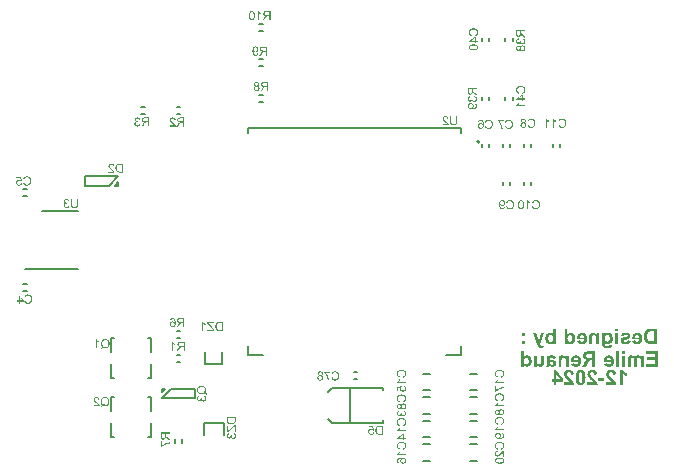
<source format=gbo>
G04*
G04 #@! TF.GenerationSoftware,Altium Limited,Altium Designer,23.4.1 (23)*
G04*
G04 Layer_Color=32896*
%FSLAX44Y44*%
%MOMM*%
G71*
G04*
G04 #@! TF.SameCoordinates,A304BC4D-9FB2-49B5-AC17-4625EE1BC2B7*
G04*
G04*
G04 #@! TF.FilePolarity,Positive*
G04*
G01*
G75*
%ADD10C,0.2000*%
%ADD12C,0.1500*%
%ADD13C,0.1524*%
%ADD120C,0.1270*%
%ADD121C,0.2032*%
G36*
X522293Y122610D02*
X519843D01*
Y124875D01*
X522293D01*
Y122610D01*
D02*
G37*
G36*
X469778Y112079D02*
X467503D01*
Y113438D01*
X467291Y113161D01*
X467060Y112930D01*
X466838Y112726D01*
X466634Y112560D01*
X466542Y112495D01*
X466449Y112430D01*
X466375Y112384D01*
X466311Y112338D01*
X466255Y112310D01*
X466218Y112282D01*
X466190Y112273D01*
X466181Y112264D01*
X466033Y112190D01*
X465895Y112135D01*
X465608Y112033D01*
X465340Y111968D01*
X465099Y111913D01*
X464998Y111903D01*
X464905Y111885D01*
X464813Y111876D01*
X464748D01*
X464683Y111866D01*
X464609D01*
X464314Y111885D01*
X464027Y111922D01*
X463759Y111987D01*
X463500Y112070D01*
X463260Y112162D01*
X463028Y112273D01*
X462816Y112384D01*
X462631Y112504D01*
X462455Y112625D01*
X462307Y112736D01*
X462178Y112846D01*
X462067Y112939D01*
X461974Y113022D01*
X461919Y113087D01*
X461873Y113124D01*
X461864Y113142D01*
X461660Y113392D01*
X461484Y113669D01*
X461337Y113956D01*
X461207Y114261D01*
X461096Y114557D01*
X461004Y114862D01*
X460930Y115167D01*
X460865Y115454D01*
X460819Y115731D01*
X460782Y115981D01*
X460763Y116212D01*
X460745Y116415D01*
X460736Y116498D01*
Y116572D01*
X460726Y116646D01*
Y116702D01*
Y116748D01*
Y116776D01*
Y116794D01*
Y116804D01*
X460736Y117220D01*
X460773Y117617D01*
X460828Y117978D01*
X460902Y118320D01*
X460985Y118634D01*
X461078Y118930D01*
X461179Y119189D01*
X461281Y119429D01*
X461383Y119633D01*
X461484Y119818D01*
X461577Y119975D01*
X461660Y120095D01*
X461734Y120197D01*
X461790Y120271D01*
X461827Y120308D01*
X461836Y120326D01*
X462048Y120539D01*
X462270Y120733D01*
X462511Y120899D01*
X462742Y121038D01*
X462982Y121158D01*
X463213Y121260D01*
X463435Y121334D01*
X463657Y121399D01*
X463861Y121454D01*
X464045Y121491D01*
X464221Y121519D01*
X464360Y121537D01*
X464480Y121546D01*
X464572Y121556D01*
X464646D01*
X464933Y121537D01*
X465210Y121500D01*
X465469Y121436D01*
X465719Y121352D01*
X465959Y121260D01*
X466181Y121149D01*
X466385Y121029D01*
X466570Y120909D01*
X466736Y120788D01*
X466893Y120668D01*
X467023Y120567D01*
X467124Y120465D01*
X467217Y120382D01*
X467272Y120317D01*
X467318Y120280D01*
X467328Y120261D01*
Y124875D01*
X469778D01*
Y112079D01*
D02*
G37*
G36*
X514277Y121546D02*
X514573Y121500D01*
X514850Y121445D01*
X515118Y121362D01*
X515359Y121269D01*
X515590Y121167D01*
X515802Y121056D01*
X515997Y120936D01*
X516172Y120825D01*
X516320Y120705D01*
X516450Y120604D01*
X516561Y120511D01*
X516653Y120428D01*
X516708Y120372D01*
X516755Y120335D01*
X516764Y120317D01*
X516958Y120077D01*
X517134Y119808D01*
X517282Y119531D01*
X517411Y119244D01*
X517522Y118948D01*
X517605Y118653D01*
X517679Y118357D01*
X517744Y118079D01*
X517790Y117811D01*
X517827Y117562D01*
X517846Y117340D01*
X517864Y117136D01*
X517873Y117053D01*
Y116979D01*
X517883Y116915D01*
Y116859D01*
Y116813D01*
Y116785D01*
Y116767D01*
Y116757D01*
X517873Y116415D01*
X517846Y116092D01*
X517799Y115777D01*
X517753Y115491D01*
X517688Y115213D01*
X517615Y114954D01*
X517541Y114723D01*
X517457Y114511D01*
X517374Y114317D01*
X517300Y114141D01*
X517226Y113993D01*
X517161Y113873D01*
X517106Y113780D01*
X517069Y113706D01*
X517041Y113669D01*
X517032Y113651D01*
X516819Y113373D01*
X516588Y113133D01*
X516357Y112920D01*
X516107Y112745D01*
X515858Y112587D01*
X515617Y112467D01*
X515377Y112356D01*
X515146Y112273D01*
X514924Y112208D01*
X514721Y112162D01*
X514536Y112125D01*
X514379Y112107D01*
X514249Y112088D01*
X514157Y112079D01*
X514073D01*
X513768Y112098D01*
X513473Y112144D01*
X513195Y112218D01*
X512927Y112319D01*
X512677Y112430D01*
X512446Y112560D01*
X512243Y112689D01*
X512049Y112837D01*
X511873Y112976D01*
X511725Y113105D01*
X511586Y113235D01*
X511485Y113355D01*
X511392Y113447D01*
X511328Y113521D01*
X511291Y113568D01*
X511281Y113586D01*
X511291Y112227D01*
Y112079D01*
X511300Y111950D01*
Y111820D01*
X511309Y111709D01*
X511318Y111608D01*
X511328Y111515D01*
X511337Y111432D01*
X511346Y111367D01*
X511365Y111302D01*
X511374Y111247D01*
X511392Y111173D01*
X511401Y111127D01*
X511411Y111108D01*
X511475Y110960D01*
X511559Y110831D01*
X511642Y110729D01*
X511716Y110637D01*
X511790Y110572D01*
X511845Y110526D01*
X511882Y110498D01*
X511901Y110489D01*
X511993Y110433D01*
X512104Y110387D01*
X512326Y110322D01*
X512566Y110267D01*
X512798Y110230D01*
X512909Y110221D01*
X513010Y110211D01*
X513103Y110202D01*
X513186D01*
X513251Y110193D01*
X513482D01*
X513611Y110202D01*
X513722Y110221D01*
X513833Y110239D01*
X513935Y110258D01*
X514027Y110276D01*
X514175Y110332D01*
X514295Y110378D01*
X514379Y110424D01*
X514425Y110452D01*
X514443Y110461D01*
X514536Y110544D01*
X514600Y110646D01*
X514656Y110757D01*
X514702Y110868D01*
X514730Y110970D01*
X514748Y111053D01*
X514767Y111117D01*
Y111127D01*
Y111136D01*
X517568Y111478D01*
X517578Y111358D01*
Y111265D01*
Y111228D01*
Y111210D01*
Y111191D01*
Y111182D01*
X517568Y110951D01*
X517531Y110738D01*
X517485Y110535D01*
X517420Y110341D01*
X517346Y110156D01*
X517263Y109990D01*
X517180Y109832D01*
X517088Y109694D01*
X516995Y109564D01*
X516912Y109453D01*
X516829Y109361D01*
X516755Y109278D01*
X516690Y109213D01*
X516644Y109167D01*
X516607Y109139D01*
X516598Y109130D01*
X516394Y108991D01*
X516172Y108862D01*
X515923Y108751D01*
X515654Y108658D01*
X515386Y108584D01*
X515100Y108519D01*
X514822Y108464D01*
X514554Y108418D01*
X514295Y108381D01*
X514046Y108362D01*
X513824Y108344D01*
X513630Y108325D01*
X513473D01*
X513408Y108316D01*
X513019D01*
X512807Y108325D01*
X512594Y108344D01*
X512400Y108362D01*
X512215Y108381D01*
X512049Y108399D01*
X511892Y108427D01*
X511753Y108455D01*
X511623Y108473D01*
X511512Y108501D01*
X511411Y108519D01*
X511337Y108547D01*
X511272Y108556D01*
X511226Y108575D01*
X511198Y108584D01*
X511189D01*
X510893Y108686D01*
X510634Y108806D01*
X510412Y108926D01*
X510311Y108982D01*
X510227Y109046D01*
X510144Y109093D01*
X510070Y109148D01*
X510015Y109194D01*
X509968Y109231D01*
X509922Y109259D01*
X509894Y109287D01*
X509885Y109296D01*
X509876Y109305D01*
X509700Y109490D01*
X509552Y109703D01*
X509423Y109916D01*
X509312Y110119D01*
X509229Y110304D01*
X509192Y110378D01*
X509164Y110452D01*
X509146Y110507D01*
X509127Y110544D01*
X509118Y110572D01*
Y110581D01*
X509072Y110738D01*
X509025Y110923D01*
X508988Y111108D01*
X508961Y111302D01*
X508905Y111709D01*
X508887Y111913D01*
X508877Y112107D01*
X508859Y112292D01*
Y112467D01*
X508850Y112625D01*
X508840Y112754D01*
Y112865D01*
Y112948D01*
Y113004D01*
Y113022D01*
Y121352D01*
X511133D01*
Y120040D01*
X511346Y120308D01*
X511577Y120539D01*
X511808Y120742D01*
X512049Y120918D01*
X512289Y121066D01*
X512520Y121186D01*
X512751Y121288D01*
X512973Y121371D01*
X513177Y121426D01*
X513371Y121473D01*
X513537Y121510D01*
X513685Y121528D01*
X513805Y121546D01*
X513898Y121556D01*
X513972D01*
X514277Y121546D01*
D02*
G37*
G36*
X443382Y118902D02*
X440932D01*
Y121352D01*
X443382D01*
Y118902D01*
D02*
G37*
G36*
X456399Y112051D02*
X456483Y111774D01*
X456584Y111524D01*
X456695Y111302D01*
X456797Y111127D01*
X456843Y111044D01*
X456889Y110979D01*
X456926Y110914D01*
X456963Y110868D01*
X456991Y110831D01*
X457010Y110803D01*
X457019Y110785D01*
X457028Y110775D01*
X457111Y110683D01*
X457195Y110609D01*
X457296Y110544D01*
X457398Y110479D01*
X457601Y110387D01*
X457805Y110332D01*
X457999Y110295D01*
X458073Y110285D01*
X458147Y110276D01*
X458202Y110267D01*
X458285D01*
X458461Y110276D01*
X458646Y110285D01*
X458812Y110304D01*
X458979Y110332D01*
X459118Y110350D01*
X459173Y110359D01*
X459219Y110369D01*
X459266Y110378D01*
X459293D01*
X459312Y110387D01*
X459321D01*
X459099Y108473D01*
X458849Y108418D01*
X458600Y108381D01*
X458369Y108353D01*
X458156Y108335D01*
X458064Y108325D01*
X457906D01*
X457842Y108316D01*
X457721D01*
X457463Y108325D01*
X457231Y108344D01*
X457019Y108362D01*
X456825Y108399D01*
X456751Y108408D01*
X456677Y108427D01*
X456612Y108436D01*
X456566Y108446D01*
X456520Y108455D01*
X456492Y108464D01*
X456473Y108473D01*
X456464D01*
X456261Y108538D01*
X456085Y108603D01*
X455928Y108667D01*
X455789Y108741D01*
X455678Y108797D01*
X455595Y108843D01*
X455549Y108880D01*
X455530Y108889D01*
X455392Y108991D01*
X455262Y109102D01*
X455151Y109222D01*
X455059Y109333D01*
X454976Y109425D01*
X454911Y109500D01*
X454874Y109555D01*
X454865Y109573D01*
X454754Y109749D01*
X454643Y109943D01*
X454541Y110156D01*
X454439Y110350D01*
X454365Y110535D01*
X454328Y110609D01*
X454301Y110683D01*
X454273Y110738D01*
X454264Y110775D01*
X454245Y110803D01*
Y110812D01*
X453653Y112421D01*
X450381Y121352D01*
X452923D01*
X455096Y114760D01*
X457305Y121352D01*
X459913D01*
X456399Y112051D01*
D02*
G37*
G36*
X538981Y121537D02*
X539305Y121500D01*
X539610Y121436D01*
X539896Y121352D01*
X540165Y121251D01*
X540414Y121140D01*
X540645Y121019D01*
X540858Y120899D01*
X541043Y120779D01*
X541209Y120659D01*
X541357Y120548D01*
X541477Y120446D01*
X541570Y120363D01*
X541635Y120298D01*
X541672Y120261D01*
X541690Y120243D01*
X541903Y119984D01*
X542088Y119716D01*
X542245Y119429D01*
X542383Y119133D01*
X542504Y118828D01*
X542596Y118532D01*
X542679Y118237D01*
X542744Y117950D01*
X542790Y117682D01*
X542827Y117432D01*
X542855Y117210D01*
X542873Y117016D01*
X542883Y116933D01*
Y116859D01*
Y116794D01*
X542892Y116739D01*
Y116693D01*
Y116665D01*
Y116646D01*
Y116637D01*
X542883Y116286D01*
X542855Y115944D01*
X542809Y115620D01*
X542744Y115324D01*
X542679Y115038D01*
X542605Y114779D01*
X542522Y114538D01*
X542430Y114317D01*
X542346Y114113D01*
X542263Y113937D01*
X542189Y113790D01*
X542115Y113669D01*
X542060Y113568D01*
X542014Y113494D01*
X541986Y113457D01*
X541977Y113438D01*
X541746Y113161D01*
X541487Y112920D01*
X541219Y112708D01*
X540932Y112532D01*
X540636Y112375D01*
X540340Y112255D01*
X540044Y112144D01*
X539758Y112060D01*
X539480Y111996D01*
X539221Y111950D01*
X539000Y111913D01*
X538796Y111894D01*
X538704Y111885D01*
X538630Y111876D01*
X538565D01*
X538500Y111866D01*
X538399D01*
X538121Y111876D01*
X537853Y111894D01*
X537594Y111931D01*
X537354Y111977D01*
X537132Y112024D01*
X536919Y112088D01*
X536734Y112153D01*
X536559Y112218D01*
X536402Y112282D01*
X536254Y112338D01*
X536143Y112403D01*
X536041Y112449D01*
X535958Y112495D01*
X535902Y112532D01*
X535865Y112550D01*
X535856Y112560D01*
X535671Y112698D01*
X535495Y112846D01*
X535338Y113013D01*
X535190Y113179D01*
X535061Y113346D01*
X534931Y113521D01*
X534821Y113688D01*
X534728Y113854D01*
X534636Y114002D01*
X534562Y114150D01*
X534497Y114279D01*
X534451Y114390D01*
X534404Y114483D01*
X534377Y114557D01*
X534368Y114594D01*
X534358Y114612D01*
X536799Y115019D01*
X536882Y114769D01*
X536975Y114566D01*
X537076Y114390D01*
X537178Y114252D01*
X537261Y114141D01*
X537335Y114067D01*
X537382Y114021D01*
X537391Y114002D01*
X537400D01*
X537557Y113900D01*
X537715Y113826D01*
X537881Y113771D01*
X538029Y113734D01*
X538167Y113715D01*
X538269Y113706D01*
X538315Y113697D01*
X538371D01*
X538528Y113706D01*
X538676Y113725D01*
X538815Y113752D01*
X538953Y113790D01*
X539194Y113891D01*
X539305Y113937D01*
X539397Y114002D01*
X539490Y114058D01*
X539564Y114104D01*
X539638Y114159D01*
X539693Y114206D01*
X539739Y114242D01*
X539767Y114270D01*
X539785Y114289D01*
X539795Y114298D01*
X539896Y114418D01*
X539980Y114548D01*
X540054Y114686D01*
X540128Y114825D01*
X540183Y114964D01*
X540229Y115102D01*
X540294Y115380D01*
X540322Y115509D01*
X540340Y115620D01*
X540359Y115731D01*
X540368Y115823D01*
Y115898D01*
X540377Y115953D01*
Y115990D01*
Y115999D01*
X534229D01*
X534238Y116508D01*
X534266Y116988D01*
X534321Y117432D01*
X534386Y117839D01*
X534478Y118218D01*
X534571Y118560D01*
X534682Y118875D01*
X534793Y119152D01*
X534904Y119392D01*
X535005Y119605D01*
X535107Y119781D01*
X535200Y119929D01*
X535274Y120040D01*
X535329Y120123D01*
X535375Y120169D01*
X535385Y120187D01*
X535616Y120428D01*
X535865Y120640D01*
X536124Y120825D01*
X536392Y120983D01*
X536670Y121112D01*
X536938Y121223D01*
X537206Y121315D01*
X537456Y121389D01*
X537696Y121445D01*
X537927Y121482D01*
X538121Y121519D01*
X538297Y121537D01*
X538445Y121546D01*
X538500D01*
X538547Y121556D01*
X538639D01*
X538981Y121537D01*
D02*
G37*
G36*
X492300D02*
X492624Y121500D01*
X492929Y121436D01*
X493215Y121352D01*
X493484Y121251D01*
X493733Y121140D01*
X493964Y121019D01*
X494177Y120899D01*
X494362Y120779D01*
X494528Y120659D01*
X494676Y120548D01*
X494796Y120446D01*
X494889Y120363D01*
X494954Y120298D01*
X494991Y120261D01*
X495009Y120243D01*
X495222Y119984D01*
X495407Y119716D01*
X495564Y119429D01*
X495703Y119133D01*
X495823Y118828D01*
X495915Y118532D01*
X495998Y118237D01*
X496063Y117950D01*
X496109Y117682D01*
X496146Y117432D01*
X496174Y117210D01*
X496193Y117016D01*
X496202Y116933D01*
Y116859D01*
Y116794D01*
X496211Y116739D01*
Y116693D01*
Y116665D01*
Y116646D01*
Y116637D01*
X496202Y116286D01*
X496174Y115944D01*
X496128Y115620D01*
X496063Y115324D01*
X495998Y115038D01*
X495924Y114779D01*
X495841Y114538D01*
X495749Y114317D01*
X495666Y114113D01*
X495582Y113937D01*
X495508Y113790D01*
X495434Y113669D01*
X495379Y113568D01*
X495333Y113494D01*
X495305Y113457D01*
X495296Y113438D01*
X495065Y113161D01*
X494806Y112920D01*
X494538Y112708D01*
X494251Y112532D01*
X493955Y112375D01*
X493659Y112255D01*
X493363Y112144D01*
X493077Y112060D01*
X492799Y111996D01*
X492541Y111950D01*
X492319Y111913D01*
X492115Y111894D01*
X492023Y111885D01*
X491949Y111876D01*
X491884D01*
X491819Y111866D01*
X491718D01*
X491440Y111876D01*
X491172Y111894D01*
X490913Y111931D01*
X490673Y111977D01*
X490451Y112024D01*
X490238Y112088D01*
X490053Y112153D01*
X489878Y112218D01*
X489721Y112282D01*
X489573Y112338D01*
X489462Y112403D01*
X489360Y112449D01*
X489277Y112495D01*
X489221Y112532D01*
X489184Y112550D01*
X489175Y112560D01*
X488990Y112698D01*
X488815Y112846D01*
X488657Y113013D01*
X488509Y113179D01*
X488380Y113346D01*
X488251Y113521D01*
X488140Y113688D01*
X488047Y113854D01*
X487955Y114002D01*
X487881Y114150D01*
X487816Y114279D01*
X487770Y114390D01*
X487724Y114483D01*
X487696Y114557D01*
X487687Y114594D01*
X487677Y114612D01*
X490118Y115019D01*
X490201Y114769D01*
X490294Y114566D01*
X490396Y114390D01*
X490497Y114252D01*
X490580Y114141D01*
X490654Y114067D01*
X490701Y114021D01*
X490710Y114002D01*
X490719D01*
X490876Y113900D01*
X491033Y113826D01*
X491200Y113771D01*
X491348Y113734D01*
X491487Y113715D01*
X491588Y113706D01*
X491634Y113697D01*
X491690D01*
X491847Y113706D01*
X491995Y113725D01*
X492134Y113752D01*
X492272Y113790D01*
X492513Y113891D01*
X492624Y113937D01*
X492716Y114002D01*
X492809Y114058D01*
X492883Y114104D01*
X492957Y114159D01*
X493012Y114206D01*
X493058Y114242D01*
X493086Y114270D01*
X493104Y114289D01*
X493114Y114298D01*
X493215Y114418D01*
X493299Y114548D01*
X493373Y114686D01*
X493447Y114825D01*
X493502Y114964D01*
X493548Y115102D01*
X493613Y115380D01*
X493641Y115509D01*
X493659Y115620D01*
X493678Y115731D01*
X493687Y115823D01*
Y115898D01*
X493696Y115953D01*
Y115990D01*
Y115999D01*
X487548D01*
X487557Y116508D01*
X487585Y116988D01*
X487640Y117432D01*
X487705Y117839D01*
X487798Y118218D01*
X487890Y118560D01*
X488001Y118875D01*
X488112Y119152D01*
X488223Y119392D01*
X488325Y119605D01*
X488426Y119781D01*
X488519Y119929D01*
X488593Y120040D01*
X488648Y120123D01*
X488694Y120169D01*
X488703Y120187D01*
X488935Y120428D01*
X489184Y120640D01*
X489443Y120825D01*
X489711Y120983D01*
X489989Y121112D01*
X490257Y121223D01*
X490525Y121315D01*
X490775Y121389D01*
X491015Y121445D01*
X491246Y121482D01*
X491440Y121519D01*
X491616Y121537D01*
X491764Y121546D01*
X491819D01*
X491866Y121556D01*
X491958D01*
X492300Y121537D01*
D02*
G37*
G36*
X555069Y112079D02*
X549956D01*
X549706Y112088D01*
X549475Y112107D01*
X549253Y112125D01*
X549050Y112144D01*
X548855Y112162D01*
X548689Y112190D01*
X548532Y112218D01*
X548393Y112236D01*
X548273Y112264D01*
X548162Y112282D01*
X548079Y112310D01*
X548014Y112319D01*
X547959Y112338D01*
X547931Y112347D01*
X547922D01*
X547709Y112421D01*
X547515Y112495D01*
X547330Y112578D01*
X547154Y112662D01*
X546997Y112745D01*
X546849Y112828D01*
X546710Y112911D01*
X546590Y112994D01*
X546479Y113068D01*
X546387Y113142D01*
X546304Y113198D01*
X546230Y113253D01*
X546183Y113299D01*
X546137Y113336D01*
X546119Y113355D01*
X546110Y113364D01*
X545943Y113531D01*
X545795Y113715D01*
X545656Y113900D01*
X545518Y114085D01*
X545398Y114279D01*
X545287Y114464D01*
X545185Y114649D01*
X545093Y114825D01*
X545009Y114991D01*
X544935Y115139D01*
X544880Y115278D01*
X544834Y115398D01*
X544787Y115491D01*
X544760Y115565D01*
X544750Y115611D01*
X544741Y115629D01*
X544667Y115851D01*
X544612Y116073D01*
X544510Y116535D01*
X544436Y116988D01*
X544417Y117210D01*
X544390Y117414D01*
X544380Y117608D01*
X544362Y117784D01*
X544353Y117950D01*
Y118079D01*
X544344Y118190D01*
Y118274D01*
Y118329D01*
Y118348D01*
Y118680D01*
X544362Y118995D01*
X544380Y119300D01*
X544408Y119577D01*
X544445Y119845D01*
X544482Y120095D01*
X544519Y120326D01*
X544556Y120539D01*
X544593Y120724D01*
X544630Y120890D01*
X544667Y121029D01*
X544704Y121149D01*
X544732Y121251D01*
X544750Y121315D01*
X544760Y121362D01*
X544769Y121371D01*
X544852Y121593D01*
X544944Y121815D01*
X545037Y122018D01*
X545139Y122212D01*
X545240Y122397D01*
X545342Y122563D01*
X545434Y122721D01*
X545536Y122869D01*
X545629Y122998D01*
X545712Y123109D01*
X545786Y123211D01*
X545860Y123294D01*
X545915Y123359D01*
X545952Y123405D01*
X545980Y123433D01*
X545989Y123442D01*
X546147Y123599D01*
X546304Y123738D01*
X546470Y123867D01*
X546627Y123987D01*
X546794Y124089D01*
X546951Y124191D01*
X547108Y124274D01*
X547256Y124357D01*
X547395Y124422D01*
X547524Y124477D01*
X547635Y124524D01*
X547737Y124561D01*
X547811Y124588D01*
X547875Y124607D01*
X547912Y124625D01*
X547922D01*
X548088Y124671D01*
X548264Y124708D01*
X548458Y124746D01*
X548652Y124773D01*
X549059Y124810D01*
X549253Y124829D01*
X549447Y124847D01*
X549632Y124856D01*
X549799Y124866D01*
X549956D01*
X550094Y124875D01*
X555069D01*
Y112079D01*
D02*
G37*
G36*
X522293D02*
X519843D01*
Y121352D01*
X522293D01*
Y112079D01*
D02*
G37*
G36*
X501444Y121537D02*
X501768Y121491D01*
X502073Y121408D01*
X502359Y121306D01*
X502627Y121195D01*
X502886Y121056D01*
X503117Y120918D01*
X503321Y120770D01*
X503515Y120622D01*
X503681Y120483D01*
X503820Y120345D01*
X503940Y120234D01*
X504042Y120132D01*
X504107Y120049D01*
X504144Y120002D01*
X504162Y119984D01*
Y121352D01*
X506437D01*
Y112079D01*
X503987D01*
Y116267D01*
Y116545D01*
X503977Y116804D01*
X503968Y117044D01*
X503959Y117257D01*
X503940Y117451D01*
X503931Y117626D01*
X503913Y117774D01*
X503894Y117913D01*
X503876Y118033D01*
X503857Y118135D01*
X503848Y118218D01*
X503829Y118283D01*
X503820Y118329D01*
X503811Y118366D01*
X503802Y118385D01*
Y118394D01*
X503718Y118597D01*
X503617Y118782D01*
X503497Y118948D01*
X503386Y119078D01*
X503275Y119189D01*
X503191Y119263D01*
X503154Y119291D01*
X503127Y119309D01*
X503117Y119328D01*
X503108D01*
X502914Y119448D01*
X502711Y119531D01*
X502517Y119596D01*
X502341Y119633D01*
X502184Y119660D01*
X502119Y119670D01*
X502063D01*
X502017Y119679D01*
X501953D01*
X501777Y119670D01*
X501610Y119642D01*
X501463Y119596D01*
X501342Y119559D01*
X501241Y119513D01*
X501167Y119466D01*
X501120Y119438D01*
X501102Y119429D01*
X500982Y119328D01*
X500871Y119226D01*
X500788Y119106D01*
X500714Y118995D01*
X500658Y118902D01*
X500621Y118819D01*
X500603Y118764D01*
X500593Y118754D01*
Y118745D01*
X500566Y118653D01*
X500538Y118532D01*
X500519Y118403D01*
X500501Y118255D01*
X500482Y118098D01*
X500464Y117931D01*
X500446Y117608D01*
X500436Y117451D01*
Y117303D01*
Y117164D01*
X500427Y117044D01*
Y116942D01*
Y116868D01*
Y116822D01*
Y116804D01*
Y112079D01*
X497977D01*
Y117830D01*
Y118024D01*
X497986Y118209D01*
Y118385D01*
X497995Y118542D01*
X498005Y118690D01*
X498023Y118828D01*
X498032Y118948D01*
X498042Y119059D01*
X498060Y119161D01*
X498069Y119244D01*
X498079Y119318D01*
X498097Y119383D01*
X498106Y119429D01*
Y119457D01*
X498116Y119475D01*
Y119485D01*
X498180Y119697D01*
X498254Y119892D01*
X498328Y120058D01*
X498411Y120215D01*
X498485Y120335D01*
X498550Y120428D01*
X498569Y120465D01*
X498587Y120492D01*
X498606Y120502D01*
Y120511D01*
X498744Y120677D01*
X498911Y120816D01*
X499077Y120946D01*
X499244Y121056D01*
X499392Y121140D01*
X499456Y121177D01*
X499512Y121204D01*
X499558Y121232D01*
X499595Y121251D01*
X499613Y121260D01*
X499623D01*
X499882Y121362D01*
X500131Y121436D01*
X500381Y121482D01*
X500612Y121519D01*
X500714Y121528D01*
X500806Y121537D01*
X500889Y121546D01*
X500963Y121556D01*
X501102D01*
X501444Y121537D01*
D02*
G37*
G36*
X443382Y112079D02*
X440932D01*
Y114529D01*
X443382D01*
Y112079D01*
D02*
G37*
G36*
X529227Y121546D02*
X529569Y121519D01*
X529883Y121482D01*
X530170Y121426D01*
X530438Y121362D01*
X530679Y121297D01*
X530891Y121223D01*
X531085Y121149D01*
X531261Y121066D01*
X531409Y120992D01*
X531529Y120927D01*
X531631Y120862D01*
X531714Y120807D01*
X531769Y120770D01*
X531806Y120742D01*
X531816Y120733D01*
X531982Y120576D01*
X532130Y120409D01*
X532250Y120243D01*
X532361Y120067D01*
X532454Y119901D01*
X532528Y119734D01*
X532592Y119568D01*
X532639Y119411D01*
X532676Y119263D01*
X532713Y119133D01*
X532731Y119013D01*
X532740Y118912D01*
X532750Y118828D01*
X532759Y118764D01*
Y118727D01*
Y118708D01*
X532750Y118468D01*
X532713Y118237D01*
X532657Y118015D01*
X532592Y117821D01*
X532509Y117626D01*
X532417Y117460D01*
X532315Y117303D01*
X532213Y117164D01*
X532112Y117035D01*
X532010Y116924D01*
X531917Y116831D01*
X531834Y116757D01*
X531769Y116693D01*
X531714Y116656D01*
X531677Y116628D01*
X531668Y116619D01*
X531585Y116572D01*
X531492Y116517D01*
X531390Y116461D01*
X531279Y116415D01*
X531021Y116313D01*
X530743Y116203D01*
X530438Y116101D01*
X530124Y116008D01*
X529809Y115907D01*
X529486Y115823D01*
X529181Y115740D01*
X528885Y115666D01*
X528617Y115592D01*
X528497Y115565D01*
X528376Y115537D01*
X528275Y115509D01*
X528182Y115491D01*
X528099Y115472D01*
X528034Y115454D01*
X527979Y115444D01*
X527942Y115435D01*
X527914Y115426D01*
X527905D01*
X527794Y115398D01*
X527683Y115371D01*
X527590Y115343D01*
X527507Y115315D01*
X527359Y115260D01*
X527258Y115213D01*
X527174Y115167D01*
X527119Y115130D01*
X527091Y115112D01*
X527082Y115102D01*
X527027Y115028D01*
X526980Y114954D01*
X526953Y114871D01*
X526925Y114806D01*
X526916Y114742D01*
X526906Y114686D01*
Y114649D01*
Y114640D01*
X526916Y114492D01*
X526953Y114363D01*
X527008Y114252D01*
X527063Y114159D01*
X527128Y114085D01*
X527174Y114030D01*
X527211Y113993D01*
X527230Y113984D01*
X527322Y113928D01*
X527433Y113873D01*
X527655Y113790D01*
X527896Y113725D01*
X528127Y113688D01*
X528238Y113669D01*
X528339Y113660D01*
X528423Y113651D01*
X528506D01*
X528571Y113642D01*
X528820D01*
X528968Y113660D01*
X529107Y113679D01*
X529236Y113697D01*
X529356Y113725D01*
X529467Y113762D01*
X529569Y113790D01*
X529662Y113826D01*
X529745Y113863D01*
X529819Y113891D01*
X529874Y113928D01*
X529920Y113956D01*
X529967Y113974D01*
X529994Y113993D01*
X530004Y114011D01*
X530013D01*
X530179Y114169D01*
X530318Y114335D01*
X530420Y114520D01*
X530503Y114696D01*
X530568Y114853D01*
X530595Y114927D01*
X530614Y114982D01*
X530623Y115038D01*
X530632Y115075D01*
X530642Y115093D01*
Y115102D01*
X533101Y114723D01*
X533027Y114483D01*
X532944Y114252D01*
X532842Y114039D01*
X532740Y113836D01*
X532620Y113651D01*
X532500Y113484D01*
X532380Y113327D01*
X532260Y113179D01*
X532139Y113059D01*
X532038Y112948D01*
X531936Y112856D01*
X531843Y112772D01*
X531769Y112717D01*
X531714Y112671D01*
X531677Y112643D01*
X531668Y112634D01*
X531455Y112495D01*
X531224Y112384D01*
X530974Y112282D01*
X530734Y112190D01*
X530475Y112116D01*
X530225Y112051D01*
X529985Y112005D01*
X529745Y111959D01*
X529523Y111931D01*
X529319Y111903D01*
X529135Y111894D01*
X528977Y111876D01*
X528848D01*
X528746Y111866D01*
X528663D01*
X528284Y111876D01*
X527933Y111903D01*
X527600Y111950D01*
X527295Y112014D01*
X527008Y112079D01*
X526758Y112153D01*
X526518Y112236D01*
X526315Y112329D01*
X526130Y112412D01*
X525963Y112495D01*
X525834Y112569D01*
X525714Y112643D01*
X525630Y112698D01*
X525566Y112745D01*
X525529Y112772D01*
X525519Y112782D01*
X525335Y112957D01*
X525168Y113142D01*
X525020Y113327D01*
X524900Y113512D01*
X524798Y113697D01*
X524706Y113882D01*
X524641Y114058D01*
X524576Y114224D01*
X524539Y114381D01*
X524502Y114520D01*
X524484Y114649D01*
X524465Y114760D01*
X524456Y114853D01*
X524447Y114917D01*
Y114954D01*
Y114973D01*
X524456Y115185D01*
X524484Y115389D01*
X524521Y115574D01*
X524567Y115750D01*
X524623Y115916D01*
X524697Y116064D01*
X524761Y116193D01*
X524835Y116323D01*
X524909Y116434D01*
X524974Y116526D01*
X525039Y116609D01*
X525103Y116674D01*
X525150Y116730D01*
X525187Y116767D01*
X525214Y116785D01*
X525224Y116794D01*
X525381Y116915D01*
X525566Y117025D01*
X525760Y117136D01*
X525982Y117238D01*
X526204Y117331D01*
X526435Y117423D01*
X526879Y117580D01*
X527100Y117654D01*
X527295Y117710D01*
X527480Y117765D01*
X527646Y117802D01*
X527775Y117839D01*
X527877Y117867D01*
X527914Y117876D01*
X527942D01*
X527951Y117885D01*
X527960D01*
X528136Y117922D01*
X528312Y117969D01*
X528617Y118042D01*
X528894Y118116D01*
X529144Y118181D01*
X529356Y118237D01*
X529541Y118301D01*
X529698Y118348D01*
X529837Y118394D01*
X529948Y118431D01*
X530031Y118468D01*
X530105Y118505D01*
X530161Y118523D01*
X530198Y118542D01*
X530225Y118560D01*
X530244Y118569D01*
X530327Y118643D01*
X530383Y118717D01*
X530429Y118791D01*
X530457Y118865D01*
X530475Y118921D01*
X530484Y118967D01*
Y119004D01*
Y119013D01*
X530475Y119124D01*
X530438Y119226D01*
X530392Y119309D01*
X530346Y119383D01*
X530290Y119438D01*
X530253Y119475D01*
X530216Y119503D01*
X530207Y119513D01*
X530124Y119559D01*
X530031Y119605D01*
X529819Y119670D01*
X529588Y119725D01*
X529356Y119753D01*
X529245Y119771D01*
X529153D01*
X529061Y119781D01*
X528977Y119790D01*
X528820D01*
X528552Y119781D01*
X528312Y119744D01*
X528108Y119697D01*
X527942Y119642D01*
X527812Y119586D01*
X527766Y119559D01*
X527720Y119540D01*
X527692Y119522D01*
X527664Y119503D01*
X527646Y119494D01*
X527498Y119374D01*
X527378Y119244D01*
X527285Y119106D01*
X527202Y118976D01*
X527147Y118856D01*
X527100Y118764D01*
X527091Y118727D01*
X527082Y118699D01*
X527073Y118680D01*
Y118671D01*
X524761Y119096D01*
X524835Y119318D01*
X524919Y119522D01*
X525011Y119716D01*
X525113Y119892D01*
X525214Y120058D01*
X525316Y120206D01*
X525427Y120345D01*
X525529Y120465D01*
X525630Y120576D01*
X525723Y120668D01*
X525815Y120742D01*
X525889Y120816D01*
X525945Y120862D01*
X526000Y120899D01*
X526028Y120918D01*
X526037Y120927D01*
X526222Y121038D01*
X526426Y121131D01*
X526638Y121223D01*
X526869Y121288D01*
X527100Y121352D01*
X527341Y121399D01*
X527572Y121445D01*
X527794Y121482D01*
X528016Y121500D01*
X528219Y121519D01*
X528395Y121537D01*
X528552Y121546D01*
X528681Y121556D01*
X528866D01*
X529227Y121546D01*
D02*
G37*
G36*
X479504Y120261D02*
X479726Y120492D01*
X479948Y120687D01*
X480170Y120862D01*
X480401Y121010D01*
X480632Y121140D01*
X480854Y121241D01*
X481067Y121325D01*
X481279Y121399D01*
X481464Y121445D01*
X481640Y121491D01*
X481797Y121519D01*
X481936Y121537D01*
X482047Y121546D01*
X482130Y121556D01*
X482195D01*
X482509Y121546D01*
X482805Y121500D01*
X483082Y121445D01*
X483350Y121362D01*
X483600Y121269D01*
X483831Y121167D01*
X484044Y121056D01*
X484238Y120946D01*
X484414Y120825D01*
X484562Y120714D01*
X484700Y120613D01*
X484802Y120520D01*
X484894Y120437D01*
X484950Y120382D01*
X484996Y120345D01*
X485005Y120326D01*
X485200Y120086D01*
X485366Y119818D01*
X485514Y119540D01*
X485643Y119244D01*
X485745Y118948D01*
X485837Y118653D01*
X485911Y118357D01*
X485967Y118070D01*
X486013Y117802D01*
X486050Y117552D01*
X486068Y117321D01*
X486087Y117127D01*
X486096Y117044D01*
Y116961D01*
X486105Y116896D01*
Y116840D01*
Y116794D01*
Y116767D01*
Y116748D01*
Y116739D01*
X486096Y116323D01*
X486059Y115925D01*
X486004Y115555D01*
X485930Y115204D01*
X485837Y114890D01*
X485745Y114594D01*
X485643Y114326D01*
X485532Y114085D01*
X485431Y113863D01*
X485329Y113679D01*
X485227Y113521D01*
X485144Y113392D01*
X485070Y113290D01*
X485014Y113207D01*
X484978Y113170D01*
X484968Y113152D01*
X484746Y112930D01*
X484524Y112726D01*
X484293Y112560D01*
X484062Y112412D01*
X483831Y112282D01*
X483600Y112181D01*
X483378Y112098D01*
X483175Y112024D01*
X482980Y111977D01*
X482796Y111931D01*
X482638Y111903D01*
X482500Y111885D01*
X482389Y111876D01*
X482306Y111866D01*
X482232D01*
X481936Y111885D01*
X481658Y111931D01*
X481390Y111987D01*
X481159Y112060D01*
X481057Y112098D01*
X480965Y112135D01*
X480882Y112162D01*
X480808Y112190D01*
X480752Y112218D01*
X480715Y112236D01*
X480688Y112255D01*
X480678D01*
X480530Y112329D01*
X480401Y112421D01*
X480142Y112606D01*
X479911Y112800D01*
X479708Y112994D01*
X479624Y113087D01*
X479550Y113170D01*
X479486Y113244D01*
X479430Y113309D01*
X479384Y113364D01*
X479356Y113401D01*
X479338Y113429D01*
X479328Y113438D01*
Y112079D01*
X477054D01*
Y124875D01*
X479504D01*
Y120261D01*
D02*
G37*
G36*
X528081Y103492D02*
X525630D01*
Y105757D01*
X528081D01*
Y103492D01*
D02*
G37*
G36*
X539323Y102419D02*
X539619Y102373D01*
X539906Y102299D01*
X540174Y102207D01*
X540433Y102096D01*
X540664Y101975D01*
X540886Y101837D01*
X541089Y101707D01*
X541274Y101569D01*
X541431Y101430D01*
X541570Y101310D01*
X541690Y101199D01*
X541782Y101106D01*
X541847Y101032D01*
X541884Y100986D01*
X541903Y100968D01*
Y102234D01*
X544159D01*
Y92961D01*
X541709D01*
Y97454D01*
Y97695D01*
X541699Y97926D01*
X541690Y98129D01*
X541681Y98323D01*
X541662Y98490D01*
X541644Y98647D01*
X541625Y98786D01*
X541607Y98915D01*
X541598Y99026D01*
X541579Y99118D01*
X541561Y99192D01*
X541542Y99257D01*
X541533Y99304D01*
X541524Y99340D01*
X541514Y99359D01*
Y99368D01*
X541431Y99572D01*
X541329Y99747D01*
X541228Y99895D01*
X541117Y100025D01*
X541024Y100117D01*
X540941Y100191D01*
X540886Y100228D01*
X540877Y100246D01*
X540867D01*
X540692Y100348D01*
X540516Y100431D01*
X540340Y100487D01*
X540183Y100524D01*
X540044Y100542D01*
X539989Y100552D01*
X539933Y100561D01*
X539841D01*
X539674Y100552D01*
X539527Y100533D01*
X539397Y100496D01*
X539296Y100468D01*
X539212Y100431D01*
X539147Y100394D01*
X539111Y100376D01*
X539101Y100367D01*
X539000Y100283D01*
X538916Y100191D01*
X538852Y100099D01*
X538796Y99997D01*
X538750Y99914D01*
X538722Y99840D01*
X538704Y99794D01*
X538694Y99784D01*
Y99775D01*
X538667Y99692D01*
X538648Y99590D01*
X538630Y99470D01*
X538611Y99340D01*
X538593Y99054D01*
X538574Y98758D01*
X538565Y98619D01*
Y98481D01*
X538556Y98360D01*
Y98259D01*
Y98166D01*
Y98092D01*
Y98055D01*
Y98037D01*
Y92961D01*
X536106D01*
Y97408D01*
Y97648D01*
X536096Y97861D01*
X536087Y98064D01*
X536078Y98259D01*
X536059Y98434D01*
X536041Y98582D01*
X536022Y98730D01*
X536004Y98850D01*
X535995Y98961D01*
X535976Y99063D01*
X535958Y99137D01*
X535939Y99211D01*
X535930Y99257D01*
X535921Y99294D01*
X535912Y99313D01*
Y99322D01*
X535828Y99535D01*
X535727Y99729D01*
X535616Y99886D01*
X535505Y100015D01*
X535412Y100117D01*
X535329Y100191D01*
X535274Y100228D01*
X535264Y100246D01*
X535255D01*
X535079Y100348D01*
X534913Y100431D01*
X534747Y100487D01*
X534599Y100524D01*
X534469Y100542D01*
X534368Y100561D01*
X534284D01*
X534155Y100552D01*
X534035Y100542D01*
X533924Y100515D01*
X533822Y100478D01*
X533646Y100394D01*
X533498Y100302D01*
X533387Y100200D01*
X533304Y100117D01*
X533277Y100080D01*
X533258Y100052D01*
X533240Y100043D01*
Y100034D01*
X533193Y99951D01*
X533156Y99840D01*
X533119Y99719D01*
X533092Y99581D01*
X533045Y99294D01*
X533008Y98989D01*
X532999Y98841D01*
X532990Y98702D01*
Y98582D01*
X532981Y98471D01*
Y98379D01*
Y98314D01*
Y98268D01*
Y98250D01*
Y92961D01*
X530531D01*
Y98878D01*
Y99118D01*
X530540Y99340D01*
X530558Y99553D01*
X530568Y99738D01*
X530586Y99914D01*
X530614Y100071D01*
X530632Y100210D01*
X530660Y100339D01*
X530688Y100450D01*
X530706Y100542D01*
X530725Y100626D01*
X530752Y100690D01*
X530762Y100737D01*
X530780Y100773D01*
X530789Y100792D01*
Y100801D01*
X530937Y101088D01*
X531021Y101217D01*
X531104Y101328D01*
X531187Y101439D01*
X531279Y101541D01*
X531363Y101633D01*
X531446Y101717D01*
X531529Y101781D01*
X531603Y101846D01*
X531668Y101902D01*
X531723Y101948D01*
X531779Y101975D01*
X531816Y102003D01*
X531834Y102022D01*
X531843D01*
X531982Y102096D01*
X532121Y102160D01*
X532407Y102262D01*
X532703Y102336D01*
X532971Y102382D01*
X533092Y102401D01*
X533212Y102419D01*
X533314Y102429D01*
X533397D01*
X533471Y102438D01*
X533572D01*
X533868Y102419D01*
X534146Y102382D01*
X534404Y102317D01*
X534525Y102290D01*
X534636Y102253D01*
X534728Y102216D01*
X534821Y102188D01*
X534895Y102151D01*
X534968Y102123D01*
X535015Y102105D01*
X535052Y102086D01*
X535079Y102068D01*
X535089D01*
X535348Y101911D01*
X535588Y101735D01*
X535810Y101550D01*
X536004Y101375D01*
X536096Y101291D01*
X536171Y101208D01*
X536235Y101143D01*
X536291Y101079D01*
X536337Y101032D01*
X536374Y100995D01*
X536392Y100968D01*
X536402Y100958D01*
X536568Y101217D01*
X536744Y101448D01*
X536919Y101633D01*
X537095Y101791D01*
X537243Y101911D01*
X537308Y101957D01*
X537363Y102003D01*
X537409Y102031D01*
X537446Y102049D01*
X537465Y102068D01*
X537474D01*
X537733Y102188D01*
X537992Y102281D01*
X538251Y102345D01*
X538491Y102392D01*
X538602Y102410D01*
X538704Y102419D01*
X538796Y102429D01*
X538870D01*
X538935Y102438D01*
X539018D01*
X539323Y102419D01*
D02*
G37*
G36*
X466190Y102429D02*
X466496Y102410D01*
X466782Y102373D01*
X467050Y102336D01*
X467291Y102290D01*
X467522Y102234D01*
X467725Y102170D01*
X467901Y102114D01*
X468067Y102049D01*
X468206Y101985D01*
X468326Y101929D01*
X468419Y101883D01*
X468493Y101846D01*
X468548Y101809D01*
X468585Y101791D01*
X468594Y101781D01*
X468761Y101652D01*
X468909Y101513D01*
X469057Y101356D01*
X469177Y101199D01*
X469297Y101032D01*
X469399Y100866D01*
X469500Y100709D01*
X469584Y100542D01*
X469648Y100394D01*
X469713Y100256D01*
X469769Y100126D01*
X469805Y100015D01*
X469842Y99923D01*
X469861Y99849D01*
X469870Y99812D01*
X469879Y99794D01*
X467651Y99396D01*
X467559Y99618D01*
X467466Y99812D01*
X467365Y99969D01*
X467272Y100089D01*
X467198Y100182D01*
X467124Y100256D01*
X467087Y100293D01*
X467069Y100302D01*
X466921Y100385D01*
X466754Y100450D01*
X466579Y100496D01*
X466412Y100533D01*
X466274Y100552D01*
X466209D01*
X466153Y100561D01*
X465867D01*
X465710Y100552D01*
X465562Y100533D01*
X465423Y100515D01*
X465303Y100487D01*
X465201Y100468D01*
X465099Y100441D01*
X465016Y100413D01*
X464942Y100376D01*
X464887Y100348D01*
X464831Y100330D01*
X464794Y100302D01*
X464757Y100283D01*
X464739Y100265D01*
X464720Y100256D01*
X464656Y100191D01*
X464600Y100126D01*
X464517Y99969D01*
X464452Y99803D01*
X464415Y99636D01*
X464388Y99488D01*
X464378Y99424D01*
Y99359D01*
X464369Y99313D01*
Y99276D01*
Y99257D01*
Y99248D01*
Y99008D01*
X464508Y98952D01*
X464665Y98897D01*
X464841Y98841D01*
X465026Y98795D01*
X465414Y98693D01*
X465811Y98591D01*
X465996Y98555D01*
X466172Y98518D01*
X466338Y98481D01*
X466477Y98453D01*
X466588Y98425D01*
X466680Y98416D01*
X466736Y98397D01*
X466754D01*
X466986Y98351D01*
X467207Y98305D01*
X467411Y98259D01*
X467596Y98203D01*
X467771Y98157D01*
X467929Y98111D01*
X468077Y98064D01*
X468206Y98018D01*
X468326Y97981D01*
X468428Y97944D01*
X468511Y97907D01*
X468576Y97880D01*
X468631Y97861D01*
X468678Y97843D01*
X468696Y97824D01*
X468705D01*
X468946Y97695D01*
X469158Y97537D01*
X469334Y97380D01*
X469482Y97232D01*
X469602Y97094D01*
X469685Y96983D01*
X469722Y96937D01*
X469741Y96909D01*
X469750Y96890D01*
X469759Y96881D01*
X469879Y96650D01*
X469972Y96410D01*
X470037Y96169D01*
X470083Y95957D01*
X470101Y95855D01*
X470111Y95762D01*
X470120Y95688D01*
Y95615D01*
X470129Y95559D01*
Y95522D01*
Y95494D01*
Y95485D01*
X470120Y95272D01*
X470092Y95060D01*
X470055Y94866D01*
X470000Y94681D01*
X469935Y94505D01*
X469870Y94348D01*
X469796Y94200D01*
X469713Y94061D01*
X469639Y93941D01*
X469565Y93830D01*
X469500Y93738D01*
X469436Y93664D01*
X469380Y93608D01*
X469343Y93562D01*
X469315Y93534D01*
X469306Y93525D01*
X469149Y93386D01*
X468973Y93266D01*
X468788Y93164D01*
X468604Y93072D01*
X468419Y92998D01*
X468234Y92942D01*
X468049Y92887D01*
X467873Y92850D01*
X467697Y92813D01*
X467550Y92785D01*
X467411Y92776D01*
X467291Y92758D01*
X467189D01*
X467115Y92748D01*
X467050D01*
X466754Y92758D01*
X466468Y92795D01*
X466209Y92841D01*
X466089Y92868D01*
X465978Y92906D01*
X465885Y92933D01*
X465793Y92961D01*
X465719Y92979D01*
X465645Y93007D01*
X465599Y93026D01*
X465553Y93044D01*
X465534Y93053D01*
X465525D01*
X465257Y93183D01*
X465007Y93322D01*
X464776Y93479D01*
X464582Y93627D01*
X464489Y93691D01*
X464415Y93756D01*
X464341Y93821D01*
X464286Y93867D01*
X464240Y93913D01*
X464203Y93941D01*
X464184Y93960D01*
X464175Y93969D01*
X464166Y93932D01*
X464156Y93895D01*
X464129Y93802D01*
X464110Y93756D01*
X464101Y93719D01*
X464092Y93691D01*
Y93682D01*
X464045Y93516D01*
X463999Y93368D01*
X463953Y93248D01*
X463916Y93146D01*
X463888Y93063D01*
X463870Y93007D01*
X463851Y92970D01*
Y92961D01*
X461429D01*
X461540Y93201D01*
X461632Y93433D01*
X461716Y93645D01*
X461771Y93830D01*
X461817Y93978D01*
X461836Y94043D01*
X461845Y94098D01*
X461864Y94144D01*
Y94172D01*
X461873Y94191D01*
Y94200D01*
X461891Y94320D01*
X461910Y94440D01*
X461928Y94579D01*
X461937Y94727D01*
X461956Y95023D01*
X461965Y95319D01*
X461974Y95457D01*
Y95587D01*
X461984Y95698D01*
Y95799D01*
Y95883D01*
Y95947D01*
Y95993D01*
Y96003D01*
X461947Y98860D01*
Y99146D01*
X461965Y99414D01*
X461974Y99655D01*
X462002Y99877D01*
X462021Y100080D01*
X462048Y100256D01*
X462085Y100422D01*
X462113Y100561D01*
X462141Y100681D01*
X462178Y100783D01*
X462206Y100875D01*
X462224Y100940D01*
X462252Y100995D01*
X462261Y101032D01*
X462280Y101051D01*
Y101060D01*
X462344Y101171D01*
X462418Y101273D01*
X462594Y101467D01*
X462779Y101633D01*
X462964Y101781D01*
X463139Y101892D01*
X463213Y101938D01*
X463278Y101975D01*
X463334Y102012D01*
X463371Y102031D01*
X463398Y102049D01*
X463408D01*
X463565Y102114D01*
X463740Y102179D01*
X463935Y102234D01*
X464129Y102271D01*
X464535Y102345D01*
X464739Y102373D01*
X464933Y102392D01*
X465118Y102410D01*
X465294Y102419D01*
X465451Y102429D01*
X465589D01*
X465700Y102438D01*
X465858D01*
X466190Y102429D01*
D02*
G37*
G36*
X459598Y96363D02*
Y96123D01*
X459580Y95901D01*
X459571Y95688D01*
X459543Y95485D01*
X459524Y95300D01*
X459497Y95134D01*
X459469Y94977D01*
X459432Y94838D01*
X459404Y94718D01*
X459376Y94607D01*
X459349Y94514D01*
X459321Y94440D01*
X459302Y94376D01*
X459284Y94339D01*
X459275Y94311D01*
Y94302D01*
X459210Y94163D01*
X459136Y94043D01*
X458970Y93812D01*
X458785Y93617D01*
X458609Y93451D01*
X458452Y93322D01*
X458387Y93275D01*
X458322Y93229D01*
X458276Y93201D01*
X458230Y93174D01*
X458212Y93164D01*
X458202Y93155D01*
X458064Y93081D01*
X457916Y93026D01*
X457620Y92924D01*
X457342Y92850D01*
X457084Y92804D01*
X456963Y92785D01*
X456852Y92767D01*
X456760Y92758D01*
X456677D01*
X456612Y92748D01*
X456520D01*
X456353Y92758D01*
X456177Y92767D01*
X455863Y92813D01*
X455567Y92887D01*
X455429Y92924D01*
X455308Y92961D01*
X455188Y92998D01*
X455087Y93035D01*
X455003Y93072D01*
X454920Y93109D01*
X454865Y93137D01*
X454818Y93155D01*
X454791Y93174D01*
X454781D01*
X454486Y93349D01*
X454217Y93534D01*
X453996Y93728D01*
X453894Y93830D01*
X453801Y93923D01*
X453718Y94006D01*
X453644Y94089D01*
X453579Y94163D01*
X453533Y94228D01*
X453496Y94274D01*
X453469Y94311D01*
X453450Y94339D01*
X453441Y94348D01*
Y92961D01*
X451166D01*
Y102234D01*
X453616D01*
Y98323D01*
Y97963D01*
X453626Y97639D01*
X453635Y97353D01*
X453644Y97094D01*
X453663Y96853D01*
X453672Y96650D01*
X453690Y96474D01*
X453709Y96326D01*
X453727Y96188D01*
X453746Y96086D01*
X453755Y95993D01*
X453774Y95929D01*
X453783Y95883D01*
X453792Y95846D01*
X453801Y95827D01*
Y95818D01*
X453885Y95633D01*
X453986Y95466D01*
X454097Y95328D01*
X454208Y95198D01*
X454319Y95106D01*
X454402Y95032D01*
X454439Y95004D01*
X454467Y94986D01*
X454476Y94967D01*
X454486D01*
X454680Y94856D01*
X454874Y94773D01*
X455059Y94708D01*
X455234Y94671D01*
X455392Y94644D01*
X455456Y94634D01*
X455503D01*
X455549Y94625D01*
X455614D01*
X455808Y94634D01*
X455993Y94662D01*
X456150Y94708D01*
X456279Y94755D01*
X456381Y94792D01*
X456464Y94838D01*
X456510Y94866D01*
X456529Y94875D01*
X456649Y94977D01*
X456751Y95097D01*
X456834Y95208D01*
X456908Y95328D01*
X456954Y95420D01*
X456991Y95504D01*
X457010Y95559D01*
X457019Y95568D01*
Y95577D01*
X457037Y95679D01*
X457065Y95809D01*
X457074Y95966D01*
X457093Y96142D01*
X457102Y96326D01*
X457121Y96530D01*
X457130Y96946D01*
X457139Y97140D01*
Y97334D01*
X457148Y97510D01*
Y97658D01*
Y97787D01*
Y97889D01*
Y97926D01*
Y97954D01*
Y97963D01*
Y97972D01*
Y102234D01*
X459598D01*
Y96363D01*
D02*
G37*
G36*
X514961Y102419D02*
X515285Y102382D01*
X515590Y102317D01*
X515876Y102234D01*
X516144Y102133D01*
X516394Y102022D01*
X516625Y101902D01*
X516838Y101781D01*
X517023Y101661D01*
X517189Y101541D01*
X517337Y101430D01*
X517457Y101328D01*
X517550Y101245D01*
X517615Y101180D01*
X517651Y101143D01*
X517670Y101125D01*
X517883Y100866D01*
X518068Y100598D01*
X518225Y100311D01*
X518363Y100015D01*
X518484Y99710D01*
X518576Y99414D01*
X518659Y99118D01*
X518724Y98832D01*
X518770Y98564D01*
X518807Y98314D01*
X518835Y98092D01*
X518853Y97898D01*
X518863Y97815D01*
Y97741D01*
Y97676D01*
X518872Y97621D01*
Y97575D01*
Y97547D01*
Y97528D01*
Y97519D01*
X518863Y97168D01*
X518835Y96826D01*
X518789Y96502D01*
X518724Y96206D01*
X518659Y95920D01*
X518585Y95661D01*
X518502Y95420D01*
X518410Y95198D01*
X518326Y94995D01*
X518243Y94819D01*
X518169Y94671D01*
X518095Y94551D01*
X518040Y94450D01*
X517994Y94376D01*
X517966Y94339D01*
X517957Y94320D01*
X517725Y94043D01*
X517467Y93802D01*
X517198Y93590D01*
X516912Y93414D01*
X516616Y93257D01*
X516320Y93137D01*
X516024Y93026D01*
X515738Y92942D01*
X515460Y92878D01*
X515201Y92831D01*
X514980Y92795D01*
X514776Y92776D01*
X514684Y92767D01*
X514610Y92758D01*
X514545D01*
X514480Y92748D01*
X514379D01*
X514101Y92758D01*
X513833Y92776D01*
X513574Y92813D01*
X513334Y92859D01*
X513112Y92906D01*
X512899Y92970D01*
X512714Y93035D01*
X512539Y93100D01*
X512382Y93164D01*
X512234Y93220D01*
X512123Y93285D01*
X512021Y93331D01*
X511938Y93377D01*
X511882Y93414D01*
X511845Y93433D01*
X511836Y93442D01*
X511651Y93580D01*
X511475Y93728D01*
X511318Y93895D01*
X511170Y94061D01*
X511041Y94228D01*
X510911Y94403D01*
X510801Y94570D01*
X510708Y94736D01*
X510616Y94884D01*
X510542Y95032D01*
X510477Y95161D01*
X510431Y95272D01*
X510384Y95365D01*
X510357Y95439D01*
X510348Y95476D01*
X510338Y95494D01*
X512779Y95901D01*
X512862Y95651D01*
X512955Y95448D01*
X513056Y95272D01*
X513158Y95134D01*
X513241Y95023D01*
X513315Y94949D01*
X513362Y94903D01*
X513371Y94884D01*
X513380D01*
X513537Y94782D01*
X513694Y94708D01*
X513861Y94653D01*
X514009Y94616D01*
X514147Y94597D01*
X514249Y94588D01*
X514295Y94579D01*
X514351D01*
X514508Y94588D01*
X514656Y94607D01*
X514795Y94634D01*
X514933Y94671D01*
X515174Y94773D01*
X515285Y94819D01*
X515377Y94884D01*
X515470Y94939D01*
X515544Y94986D01*
X515617Y95041D01*
X515673Y95087D01*
X515719Y95124D01*
X515747Y95152D01*
X515765Y95171D01*
X515775Y95180D01*
X515876Y95300D01*
X515960Y95430D01*
X516034Y95568D01*
X516107Y95707D01*
X516163Y95846D01*
X516209Y95984D01*
X516274Y96262D01*
X516302Y96391D01*
X516320Y96502D01*
X516339Y96613D01*
X516348Y96705D01*
Y96779D01*
X516357Y96835D01*
Y96872D01*
Y96881D01*
X510209D01*
X510218Y97390D01*
X510246Y97870D01*
X510301Y98314D01*
X510366Y98721D01*
X510458Y99100D01*
X510551Y99442D01*
X510662Y99756D01*
X510773Y100034D01*
X510884Y100274D01*
X510985Y100487D01*
X511087Y100663D01*
X511180Y100810D01*
X511254Y100921D01*
X511309Y101005D01*
X511355Y101051D01*
X511365Y101069D01*
X511596Y101310D01*
X511845Y101522D01*
X512104Y101707D01*
X512372Y101865D01*
X512650Y101994D01*
X512918Y102105D01*
X513186Y102197D01*
X513436Y102271D01*
X513676Y102327D01*
X513907Y102364D01*
X514101Y102401D01*
X514277Y102419D01*
X514425Y102429D01*
X514480D01*
X514526Y102438D01*
X514619D01*
X514961Y102419D01*
D02*
G37*
G36*
X487150D02*
X487474Y102382D01*
X487779Y102317D01*
X488066Y102234D01*
X488334Y102133D01*
X488583Y102022D01*
X488815Y101902D01*
X489027Y101781D01*
X489212Y101661D01*
X489379Y101541D01*
X489526Y101430D01*
X489647Y101328D01*
X489739Y101245D01*
X489804Y101180D01*
X489841Y101143D01*
X489859Y101125D01*
X490072Y100866D01*
X490257Y100598D01*
X490414Y100311D01*
X490553Y100015D01*
X490673Y99710D01*
X490765Y99414D01*
X490849Y99118D01*
X490913Y98832D01*
X490960Y98564D01*
X490997Y98314D01*
X491024Y98092D01*
X491043Y97898D01*
X491052Y97815D01*
Y97741D01*
Y97676D01*
X491061Y97621D01*
Y97575D01*
Y97547D01*
Y97528D01*
Y97519D01*
X491052Y97168D01*
X491024Y96826D01*
X490978Y96502D01*
X490913Y96206D01*
X490849Y95920D01*
X490775Y95661D01*
X490691Y95420D01*
X490599Y95198D01*
X490516Y94995D01*
X490433Y94819D01*
X490359Y94671D01*
X490285Y94551D01*
X490229Y94450D01*
X490183Y94376D01*
X490155Y94339D01*
X490146Y94320D01*
X489915Y94043D01*
X489656Y93802D01*
X489388Y93590D01*
X489101Y93414D01*
X488805Y93257D01*
X488509Y93137D01*
X488214Y93026D01*
X487927Y92942D01*
X487649Y92878D01*
X487391Y92831D01*
X487169Y92795D01*
X486965Y92776D01*
X486873Y92767D01*
X486799Y92758D01*
X486734D01*
X486670Y92748D01*
X486568D01*
X486290Y92758D01*
X486022Y92776D01*
X485763Y92813D01*
X485523Y92859D01*
X485301Y92906D01*
X485089Y92970D01*
X484904Y93035D01*
X484728Y93100D01*
X484571Y93164D01*
X484423Y93220D01*
X484312Y93285D01*
X484210Y93331D01*
X484127Y93377D01*
X484072Y93414D01*
X484035Y93433D01*
X484025Y93442D01*
X483840Y93580D01*
X483665Y93728D01*
X483507Y93895D01*
X483360Y94061D01*
X483230Y94228D01*
X483101Y94403D01*
X482990Y94570D01*
X482897Y94736D01*
X482805Y94884D01*
X482731Y95032D01*
X482666Y95161D01*
X482620Y95272D01*
X482574Y95365D01*
X482546Y95439D01*
X482537Y95476D01*
X482528Y95494D01*
X484968Y95901D01*
X485051Y95651D01*
X485144Y95448D01*
X485246Y95272D01*
X485347Y95134D01*
X485431Y95023D01*
X485505Y94949D01*
X485551Y94903D01*
X485560Y94884D01*
X485569D01*
X485727Y94782D01*
X485884Y94708D01*
X486050Y94653D01*
X486198Y94616D01*
X486337Y94597D01*
X486438Y94588D01*
X486485Y94579D01*
X486540D01*
X486697Y94588D01*
X486845Y94607D01*
X486984Y94634D01*
X487122Y94671D01*
X487363Y94773D01*
X487474Y94819D01*
X487566Y94884D01*
X487659Y94939D01*
X487733Y94986D01*
X487807Y95041D01*
X487862Y95087D01*
X487908Y95124D01*
X487936Y95152D01*
X487955Y95171D01*
X487964Y95180D01*
X488066Y95300D01*
X488149Y95430D01*
X488223Y95568D01*
X488297Y95707D01*
X488352Y95846D01*
X488398Y95984D01*
X488463Y96262D01*
X488491Y96391D01*
X488509Y96502D01*
X488528Y96613D01*
X488537Y96705D01*
Y96779D01*
X488546Y96835D01*
Y96872D01*
Y96881D01*
X482398D01*
X482407Y97390D01*
X482435Y97870D01*
X482491Y98314D01*
X482555Y98721D01*
X482648Y99100D01*
X482740Y99442D01*
X482851Y99756D01*
X482962Y100034D01*
X483073Y100274D01*
X483175Y100487D01*
X483276Y100663D01*
X483369Y100810D01*
X483443Y100921D01*
X483498Y101005D01*
X483545Y101051D01*
X483554Y101069D01*
X483785Y101310D01*
X484035Y101522D01*
X484293Y101707D01*
X484562Y101865D01*
X484839Y101994D01*
X485107Y102105D01*
X485375Y102197D01*
X485625Y102271D01*
X485865Y102327D01*
X486096Y102364D01*
X486290Y102401D01*
X486466Y102419D01*
X486614Y102429D01*
X486670D01*
X486716Y102438D01*
X486808D01*
X487150Y102419D01*
D02*
G37*
G36*
X555873Y92961D02*
X546147D01*
Y95124D01*
X553293D01*
Y98591D01*
X546868D01*
Y100755D01*
X553293D01*
Y103593D01*
X546387D01*
Y105757D01*
X555873D01*
Y92961D01*
D02*
G37*
G36*
X528081D02*
X525630D01*
Y102234D01*
X528081D01*
Y92961D01*
D02*
G37*
G36*
X523116D02*
X520666D01*
Y105757D01*
X523116D01*
Y92961D01*
D02*
G37*
G36*
X503219D02*
X500640D01*
Y98305D01*
X499965D01*
X499808Y98296D01*
X499669D01*
X499549Y98286D01*
X499428Y98268D01*
X499318Y98259D01*
X499225Y98250D01*
X499142Y98231D01*
X499068Y98222D01*
X499003Y98203D01*
X498948Y98194D01*
X498901Y98185D01*
X498874Y98175D01*
X498846Y98166D01*
X498828Y98157D01*
X498670Y98092D01*
X498532Y98009D01*
X498402Y97926D01*
X498282Y97833D01*
X498190Y97750D01*
X498116Y97685D01*
X498069Y97639D01*
X498051Y97621D01*
X497977Y97537D01*
X497884Y97427D01*
X497783Y97306D01*
X497681Y97168D01*
X497570Y97011D01*
X497459Y96853D01*
X497228Y96539D01*
X497117Y96382D01*
X497015Y96234D01*
X496923Y96104D01*
X496840Y95984D01*
X496775Y95883D01*
X496729Y95809D01*
X496692Y95762D01*
X496683Y95744D01*
X494824Y92961D01*
X491727D01*
X493289Y95457D01*
X493456Y95725D01*
X493622Y95975D01*
X493770Y96197D01*
X493909Y96410D01*
X494038Y96594D01*
X494158Y96770D01*
X494269Y96918D01*
X494371Y97048D01*
X494464Y97168D01*
X494538Y97269D01*
X494602Y97353D01*
X494658Y97417D01*
X494704Y97464D01*
X494732Y97501D01*
X494750Y97519D01*
X494759Y97528D01*
X494972Y97741D01*
X495203Y97944D01*
X495434Y98129D01*
X495656Y98296D01*
X495758Y98360D01*
X495850Y98425D01*
X495934Y98481D01*
X496008Y98527D01*
X496063Y98564D01*
X496109Y98591D01*
X496137Y98601D01*
X496146Y98610D01*
X495841Y98666D01*
X495555Y98730D01*
X495286Y98804D01*
X495037Y98897D01*
X494806Y98989D01*
X494602Y99091D01*
X494417Y99183D01*
X494242Y99285D01*
X494094Y99387D01*
X493964Y99479D01*
X493863Y99562D01*
X493770Y99636D01*
X493705Y99701D01*
X493650Y99747D01*
X493622Y99775D01*
X493613Y99784D01*
X493465Y99969D01*
X493336Y100154D01*
X493215Y100358D01*
X493123Y100552D01*
X493040Y100755D01*
X492966Y100949D01*
X492910Y101143D01*
X492864Y101328D01*
X492836Y101504D01*
X492809Y101661D01*
X492790Y101809D01*
X492772Y101929D01*
Y102031D01*
X492762Y102105D01*
Y102151D01*
Y102170D01*
X492772Y102382D01*
X492790Y102576D01*
X492818Y102771D01*
X492846Y102956D01*
X492892Y103131D01*
X492938Y103298D01*
X492994Y103455D01*
X493040Y103593D01*
X493095Y103723D01*
X493151Y103843D01*
X493197Y103935D01*
X493234Y104019D01*
X493271Y104083D01*
X493299Y104139D01*
X493317Y104167D01*
X493326Y104176D01*
X493437Y104333D01*
X493548Y104481D01*
X493668Y104620D01*
X493789Y104740D01*
X493918Y104851D01*
X494038Y104952D01*
X494158Y105045D01*
X494279Y105128D01*
X494390Y105193D01*
X494491Y105248D01*
X494584Y105304D01*
X494658Y105341D01*
X494722Y105369D01*
X494778Y105387D01*
X494806Y105406D01*
X494815D01*
X495000Y105470D01*
X495212Y105526D01*
X495434Y105572D01*
X495666Y105609D01*
X496165Y105674D01*
X496405Y105692D01*
X496646Y105711D01*
X496877Y105729D01*
X497089Y105738D01*
X497284Y105748D01*
X497459D01*
X497598Y105757D01*
X503219D01*
Y92961D01*
D02*
G37*
G36*
X475436Y102419D02*
X475760Y102373D01*
X476065Y102290D01*
X476351Y102188D01*
X476619Y102077D01*
X476878Y101938D01*
X477110Y101800D01*
X477313Y101652D01*
X477507Y101504D01*
X477673Y101365D01*
X477812Y101227D01*
X477932Y101116D01*
X478034Y101014D01*
X478099Y100931D01*
X478136Y100885D01*
X478154Y100866D01*
Y102234D01*
X480429D01*
Y92961D01*
X477979D01*
Y97149D01*
Y97427D01*
X477969Y97685D01*
X477960Y97926D01*
X477951Y98139D01*
X477932Y98333D01*
X477923Y98508D01*
X477905Y98656D01*
X477886Y98795D01*
X477868Y98915D01*
X477849Y99017D01*
X477840Y99100D01*
X477822Y99165D01*
X477812Y99211D01*
X477803Y99248D01*
X477794Y99267D01*
Y99276D01*
X477710Y99479D01*
X477609Y99664D01*
X477489Y99831D01*
X477378Y99960D01*
X477267Y100071D01*
X477183Y100145D01*
X477146Y100173D01*
X477119Y100191D01*
X477110Y100210D01*
X477100D01*
X476906Y100330D01*
X476703Y100413D01*
X476509Y100478D01*
X476333Y100515D01*
X476176Y100542D01*
X476111Y100552D01*
X476056D01*
X476009Y100561D01*
X475945D01*
X475769Y100552D01*
X475602Y100524D01*
X475455Y100478D01*
X475334Y100441D01*
X475233Y100394D01*
X475159Y100348D01*
X475112Y100321D01*
X475094Y100311D01*
X474974Y100210D01*
X474863Y100108D01*
X474780Y99988D01*
X474706Y99877D01*
X474650Y99784D01*
X474613Y99701D01*
X474595Y99646D01*
X474585Y99636D01*
Y99627D01*
X474558Y99535D01*
X474530Y99414D01*
X474511Y99285D01*
X474493Y99137D01*
X474475Y98980D01*
X474456Y98813D01*
X474438Y98490D01*
X474428Y98333D01*
Y98185D01*
Y98046D01*
X474419Y97926D01*
Y97824D01*
Y97750D01*
Y97704D01*
Y97685D01*
Y92961D01*
X471969D01*
Y98712D01*
Y98906D01*
X471978Y99091D01*
Y99267D01*
X471987Y99424D01*
X471997Y99572D01*
X472015Y99710D01*
X472024Y99831D01*
X472034Y99941D01*
X472052Y100043D01*
X472062Y100126D01*
X472071Y100200D01*
X472089Y100265D01*
X472098Y100311D01*
Y100339D01*
X472108Y100358D01*
Y100367D01*
X472172Y100579D01*
X472246Y100773D01*
X472320Y100940D01*
X472404Y101097D01*
X472477Y101217D01*
X472542Y101310D01*
X472561Y101347D01*
X472579Y101375D01*
X472598Y101384D01*
Y101393D01*
X472736Y101559D01*
X472903Y101698D01*
X473069Y101827D01*
X473236Y101938D01*
X473384Y102022D01*
X473448Y102059D01*
X473504Y102086D01*
X473550Y102114D01*
X473587Y102133D01*
X473605Y102142D01*
X473615D01*
X473874Y102244D01*
X474123Y102317D01*
X474373Y102364D01*
X474604Y102401D01*
X474706Y102410D01*
X474798Y102419D01*
X474881Y102429D01*
X474955Y102438D01*
X475094D01*
X475436Y102419D01*
D02*
G37*
G36*
X442577Y101143D02*
X442799Y101375D01*
X443021Y101569D01*
X443243Y101744D01*
X443474Y101892D01*
X443705Y102022D01*
X443927Y102123D01*
X444140Y102207D01*
X444352Y102281D01*
X444537Y102327D01*
X444713Y102373D01*
X444870Y102401D01*
X445009Y102419D01*
X445120Y102429D01*
X445203Y102438D01*
X445268D01*
X445582Y102429D01*
X445878Y102382D01*
X446155Y102327D01*
X446423Y102244D01*
X446673Y102151D01*
X446904Y102049D01*
X447117Y101938D01*
X447311Y101827D01*
X447487Y101707D01*
X447635Y101596D01*
X447773Y101495D01*
X447875Y101402D01*
X447967Y101319D01*
X448023Y101264D01*
X448069Y101227D01*
X448078Y101208D01*
X448273Y100968D01*
X448439Y100700D01*
X448587Y100422D01*
X448716Y100126D01*
X448818Y99831D01*
X448910Y99535D01*
X448984Y99239D01*
X449040Y98952D01*
X449086Y98684D01*
X449123Y98434D01*
X449142Y98203D01*
X449160Y98009D01*
X449169Y97926D01*
Y97843D01*
X449179Y97778D01*
Y97723D01*
Y97676D01*
Y97648D01*
Y97630D01*
Y97621D01*
X449169Y97205D01*
X449132Y96807D01*
X449077Y96437D01*
X449003Y96086D01*
X448910Y95772D01*
X448818Y95476D01*
X448716Y95208D01*
X448605Y94967D01*
X448504Y94745D01*
X448402Y94560D01*
X448300Y94403D01*
X448217Y94274D01*
X448143Y94172D01*
X448088Y94089D01*
X448051Y94052D01*
X448041Y94033D01*
X447820Y93812D01*
X447598Y93608D01*
X447366Y93442D01*
X447135Y93294D01*
X446904Y93164D01*
X446673Y93063D01*
X446451Y92979D01*
X446248Y92906D01*
X446054Y92859D01*
X445869Y92813D01*
X445712Y92785D01*
X445573Y92767D01*
X445462Y92758D01*
X445379Y92748D01*
X445305D01*
X445009Y92767D01*
X444731Y92813D01*
X444463Y92868D01*
X444232Y92942D01*
X444131Y92979D01*
X444038Y93017D01*
X443955Y93044D01*
X443881Y93072D01*
X443825Y93100D01*
X443788Y93118D01*
X443761Y93137D01*
X443751D01*
X443604Y93211D01*
X443474Y93303D01*
X443215Y93488D01*
X442984Y93682D01*
X442781Y93876D01*
X442697Y93969D01*
X442623Y94052D01*
X442559Y94126D01*
X442503Y94191D01*
X442457Y94246D01*
X442429Y94283D01*
X442411Y94311D01*
X442402Y94320D01*
Y92961D01*
X440127D01*
Y105757D01*
X442577D01*
Y101143D01*
D02*
G37*
G36*
X516699Y90180D02*
X517004Y90152D01*
X517291Y90106D01*
X517568Y90050D01*
X517818Y89986D01*
X518058Y89912D01*
X518280Y89829D01*
X518474Y89745D01*
X518650Y89662D01*
X518816Y89579D01*
X518946Y89505D01*
X519066Y89440D01*
X519149Y89385D01*
X519214Y89339D01*
X519260Y89311D01*
X519269Y89302D01*
X519473Y89126D01*
X519658Y88923D01*
X519824Y88710D01*
X519963Y88479D01*
X520092Y88238D01*
X520203Y87998D01*
X520296Y87758D01*
X520379Y87517D01*
X520444Y87295D01*
X520499Y87083D01*
X520545Y86898D01*
X520573Y86731D01*
X520601Y86593D01*
X520610Y86537D01*
X520619Y86491D01*
Y86454D01*
X520629Y86426D01*
Y86408D01*
Y86398D01*
X518188Y86158D01*
X518169Y86352D01*
X518151Y86528D01*
X518114Y86694D01*
X518077Y86852D01*
X518040Y86990D01*
X517994Y87120D01*
X517947Y87231D01*
X517901Y87332D01*
X517855Y87416D01*
X517818Y87489D01*
X517781Y87554D01*
X517744Y87600D01*
X517716Y87647D01*
X517688Y87674D01*
X517679Y87684D01*
X517670Y87693D01*
X517578Y87776D01*
X517485Y87850D01*
X517383Y87906D01*
X517291Y87961D01*
X517078Y88044D01*
X516884Y88100D01*
X516708Y88127D01*
X516634Y88146D01*
X516570D01*
X516514Y88155D01*
X516440D01*
X516302Y88146D01*
X516163Y88137D01*
X515923Y88090D01*
X515710Y88016D01*
X515534Y87933D01*
X515470Y87896D01*
X515405Y87850D01*
X515349Y87813D01*
X515303Y87785D01*
X515266Y87748D01*
X515238Y87730D01*
X515229Y87721D01*
X515220Y87711D01*
X515146Y87628D01*
X515072Y87526D01*
X514961Y87332D01*
X514887Y87120D01*
X514832Y86916D01*
X514795Y86731D01*
X514785Y86657D01*
Y86593D01*
X514776Y86528D01*
Y86491D01*
Y86463D01*
Y86454D01*
X514785Y86315D01*
X514795Y86177D01*
X514859Y85899D01*
X514933Y85650D01*
X515026Y85418D01*
X515081Y85317D01*
X515127Y85224D01*
X515164Y85150D01*
X515201Y85076D01*
X515238Y85021D01*
X515266Y84984D01*
X515275Y84956D01*
X515285Y84947D01*
X515368Y84836D01*
X515479Y84697D01*
X515608Y84549D01*
X515765Y84392D01*
X515923Y84216D01*
X516098Y84050D01*
X516440Y83699D01*
X516616Y83532D01*
X516773Y83375D01*
X516921Y83237D01*
X517051Y83107D01*
X517161Y83005D01*
X517245Y82922D01*
X517300Y82876D01*
X517309Y82867D01*
X517319Y82857D01*
X517688Y82506D01*
X518031Y82173D01*
X518336Y81868D01*
X518622Y81572D01*
X518872Y81295D01*
X519103Y81045D01*
X519297Y80814D01*
X519473Y80602D01*
X519621Y80417D01*
X519750Y80250D01*
X519861Y80111D01*
X519944Y80000D01*
X520000Y79908D01*
X520046Y79843D01*
X520074Y79797D01*
X520083Y79788D01*
X520203Y79566D01*
X520314Y79353D01*
X520416Y79131D01*
X520508Y78919D01*
X520582Y78706D01*
X520647Y78512D01*
X520712Y78318D01*
X520758Y78133D01*
X520804Y77966D01*
X520832Y77818D01*
X520860Y77680D01*
X520878Y77569D01*
X520897Y77477D01*
X520906Y77403D01*
X520915Y77365D01*
Y77347D01*
X512317D01*
Y79621D01*
X517198D01*
X517124Y79742D01*
X517041Y79862D01*
X516958Y79982D01*
X516875Y80084D01*
X516810Y80167D01*
X516745Y80241D01*
X516708Y80278D01*
X516699Y80296D01*
X516634Y80370D01*
X516542Y80463D01*
X516450Y80555D01*
X516339Y80666D01*
X516089Y80897D01*
X515839Y81138D01*
X515719Y81249D01*
X515608Y81360D01*
X515497Y81452D01*
X515405Y81535D01*
X515331Y81609D01*
X515266Y81665D01*
X515229Y81702D01*
X515220Y81711D01*
X515007Y81905D01*
X514813Y82090D01*
X514637Y82256D01*
X514480Y82414D01*
X514332Y82562D01*
X514203Y82700D01*
X514083Y82820D01*
X513981Y82931D01*
X513889Y83024D01*
X513815Y83107D01*
X513750Y83181D01*
X513694Y83246D01*
X513657Y83292D01*
X513630Y83320D01*
X513620Y83338D01*
X513611Y83347D01*
X513380Y83662D01*
X513177Y83958D01*
X513010Y84235D01*
X512936Y84364D01*
X512872Y84485D01*
X512816Y84586D01*
X512770Y84688D01*
X512724Y84771D01*
X512687Y84836D01*
X512668Y84901D01*
X512650Y84938D01*
X512631Y84965D01*
Y84975D01*
X512529Y85271D01*
X512446Y85566D01*
X512391Y85844D01*
X512354Y86093D01*
X512345Y86204D01*
X512335Y86306D01*
X512326Y86398D01*
X512317Y86472D01*
Y86537D01*
Y86583D01*
Y86611D01*
Y86620D01*
X512326Y86898D01*
X512363Y87166D01*
X512419Y87425D01*
X512483Y87665D01*
X512566Y87887D01*
X512659Y88100D01*
X512761Y88285D01*
X512862Y88460D01*
X512964Y88617D01*
X513066Y88765D01*
X513158Y88876D01*
X513241Y88978D01*
X513306Y89061D01*
X513362Y89117D01*
X513399Y89154D01*
X513408Y89163D01*
X513620Y89348D01*
X513842Y89505D01*
X514083Y89634D01*
X514332Y89755D01*
X514573Y89856D01*
X514822Y89939D01*
X515072Y90004D01*
X515303Y90060D01*
X515525Y90106D01*
X515728Y90134D01*
X515913Y90161D01*
X516071Y90171D01*
X516200Y90180D01*
X516302Y90189D01*
X516385D01*
X516699Y90180D01*
D02*
G37*
G36*
X500806D02*
X501111Y90152D01*
X501398Y90106D01*
X501675Y90050D01*
X501925Y89986D01*
X502165Y89912D01*
X502387Y89829D01*
X502581Y89745D01*
X502757Y89662D01*
X502923Y89579D01*
X503053Y89505D01*
X503173Y89440D01*
X503256Y89385D01*
X503321Y89339D01*
X503367Y89311D01*
X503376Y89302D01*
X503580Y89126D01*
X503765Y88923D01*
X503931Y88710D01*
X504070Y88479D01*
X504199Y88238D01*
X504310Y87998D01*
X504403Y87758D01*
X504486Y87517D01*
X504551Y87295D01*
X504606Y87083D01*
X504652Y86898D01*
X504680Y86731D01*
X504708Y86593D01*
X504717Y86537D01*
X504726Y86491D01*
Y86454D01*
X504735Y86426D01*
Y86408D01*
Y86398D01*
X502295Y86158D01*
X502276Y86352D01*
X502258Y86528D01*
X502221Y86694D01*
X502184Y86852D01*
X502147Y86990D01*
X502100Y87120D01*
X502054Y87231D01*
X502008Y87332D01*
X501962Y87416D01*
X501925Y87489D01*
X501888Y87554D01*
X501851Y87600D01*
X501823Y87647D01*
X501795Y87674D01*
X501786Y87684D01*
X501777Y87693D01*
X501684Y87776D01*
X501592Y87850D01*
X501490Y87906D01*
X501398Y87961D01*
X501185Y88044D01*
X500991Y88100D01*
X500815Y88127D01*
X500741Y88146D01*
X500677D01*
X500621Y88155D01*
X500547D01*
X500409Y88146D01*
X500270Y88137D01*
X500029Y88090D01*
X499817Y88016D01*
X499641Y87933D01*
X499576Y87896D01*
X499512Y87850D01*
X499456Y87813D01*
X499410Y87785D01*
X499373Y87748D01*
X499345Y87730D01*
X499336Y87721D01*
X499327Y87711D01*
X499253Y87628D01*
X499179Y87526D01*
X499068Y87332D01*
X498994Y87120D01*
X498938Y86916D01*
X498901Y86731D01*
X498892Y86657D01*
Y86593D01*
X498883Y86528D01*
Y86491D01*
Y86463D01*
Y86454D01*
X498892Y86315D01*
X498901Y86177D01*
X498966Y85899D01*
X499040Y85650D01*
X499133Y85418D01*
X499188Y85317D01*
X499234Y85224D01*
X499271Y85150D01*
X499308Y85076D01*
X499345Y85021D01*
X499373Y84984D01*
X499382Y84956D01*
X499392Y84947D01*
X499475Y84836D01*
X499586Y84697D01*
X499715Y84549D01*
X499872Y84392D01*
X500029Y84216D01*
X500205Y84050D01*
X500547Y83699D01*
X500723Y83532D01*
X500880Y83375D01*
X501028Y83237D01*
X501157Y83107D01*
X501268Y83005D01*
X501352Y82922D01*
X501407Y82876D01*
X501416Y82867D01*
X501426Y82857D01*
X501795Y82506D01*
X502137Y82173D01*
X502443Y81868D01*
X502729Y81572D01*
X502979Y81295D01*
X503210Y81045D01*
X503404Y80814D01*
X503580Y80602D01*
X503728Y80417D01*
X503857Y80250D01*
X503968Y80111D01*
X504051Y80000D01*
X504107Y79908D01*
X504153Y79843D01*
X504181Y79797D01*
X504190Y79788D01*
X504310Y79566D01*
X504421Y79353D01*
X504523Y79131D01*
X504615Y78919D01*
X504689Y78706D01*
X504754Y78512D01*
X504819Y78318D01*
X504865Y78133D01*
X504911Y77966D01*
X504939Y77818D01*
X504967Y77680D01*
X504985Y77569D01*
X505004Y77477D01*
X505013Y77403D01*
X505022Y77365D01*
Y77347D01*
X496424D01*
Y79621D01*
X501305D01*
X501231Y79742D01*
X501148Y79862D01*
X501065Y79982D01*
X500982Y80084D01*
X500917Y80167D01*
X500852Y80241D01*
X500815Y80278D01*
X500806Y80296D01*
X500741Y80370D01*
X500649Y80463D01*
X500556Y80555D01*
X500446Y80666D01*
X500196Y80897D01*
X499946Y81138D01*
X499826Y81249D01*
X499715Y81360D01*
X499604Y81452D01*
X499512Y81535D01*
X499438Y81609D01*
X499373Y81665D01*
X499336Y81702D01*
X499327Y81711D01*
X499114Y81905D01*
X498920Y82090D01*
X498744Y82256D01*
X498587Y82414D01*
X498439Y82562D01*
X498310Y82700D01*
X498190Y82820D01*
X498088Y82931D01*
X497995Y83024D01*
X497921Y83107D01*
X497857Y83181D01*
X497801Y83246D01*
X497764Y83292D01*
X497737Y83320D01*
X497727Y83338D01*
X497718Y83347D01*
X497487Y83662D01*
X497284Y83958D01*
X497117Y84235D01*
X497043Y84364D01*
X496978Y84485D01*
X496923Y84586D01*
X496877Y84688D01*
X496830Y84771D01*
X496793Y84836D01*
X496775Y84901D01*
X496757Y84938D01*
X496738Y84965D01*
Y84975D01*
X496636Y85271D01*
X496553Y85566D01*
X496498Y85844D01*
X496461Y86093D01*
X496451Y86204D01*
X496442Y86306D01*
X496433Y86398D01*
X496424Y86472D01*
Y86537D01*
Y86583D01*
Y86611D01*
Y86620D01*
X496433Y86898D01*
X496470Y87166D01*
X496525Y87425D01*
X496590Y87665D01*
X496673Y87887D01*
X496766Y88100D01*
X496867Y88285D01*
X496969Y88460D01*
X497071Y88617D01*
X497173Y88765D01*
X497265Y88876D01*
X497348Y88978D01*
X497413Y89061D01*
X497468Y89117D01*
X497505Y89154D01*
X497515Y89163D01*
X497727Y89348D01*
X497949Y89505D01*
X498190Y89634D01*
X498439Y89755D01*
X498680Y89856D01*
X498929Y89939D01*
X499179Y90004D01*
X499410Y90060D01*
X499632Y90106D01*
X499835Y90134D01*
X500020Y90161D01*
X500177Y90171D01*
X500307Y90180D01*
X500409Y90189D01*
X500492D01*
X500806Y90180D01*
D02*
G37*
G36*
X480928D02*
X481233Y90152D01*
X481520Y90106D01*
X481797Y90050D01*
X482047Y89986D01*
X482287Y89912D01*
X482509Y89829D01*
X482703Y89745D01*
X482879Y89662D01*
X483045Y89579D01*
X483175Y89505D01*
X483295Y89440D01*
X483378Y89385D01*
X483443Y89339D01*
X483489Y89311D01*
X483498Y89302D01*
X483702Y89126D01*
X483887Y88923D01*
X484053Y88710D01*
X484192Y88479D01*
X484321Y88238D01*
X484432Y87998D01*
X484524Y87758D01*
X484608Y87517D01*
X484673Y87295D01*
X484728Y87083D01*
X484774Y86898D01*
X484802Y86731D01*
X484830Y86593D01*
X484839Y86537D01*
X484848Y86491D01*
Y86454D01*
X484857Y86426D01*
Y86408D01*
Y86398D01*
X482416Y86158D01*
X482398Y86352D01*
X482380Y86528D01*
X482343Y86694D01*
X482306Y86852D01*
X482269Y86990D01*
X482222Y87120D01*
X482176Y87231D01*
X482130Y87332D01*
X482084Y87416D01*
X482047Y87489D01*
X482010Y87554D01*
X481973Y87600D01*
X481945Y87647D01*
X481917Y87674D01*
X481908Y87684D01*
X481899Y87693D01*
X481806Y87776D01*
X481714Y87850D01*
X481612Y87906D01*
X481520Y87961D01*
X481307Y88044D01*
X481113Y88100D01*
X480937Y88127D01*
X480863Y88146D01*
X480799D01*
X480743Y88155D01*
X480669D01*
X480530Y88146D01*
X480392Y88137D01*
X480151Y88090D01*
X479939Y88016D01*
X479763Y87933D01*
X479698Y87896D01*
X479634Y87850D01*
X479578Y87813D01*
X479532Y87785D01*
X479495Y87748D01*
X479467Y87730D01*
X479458Y87721D01*
X479449Y87711D01*
X479375Y87628D01*
X479301Y87526D01*
X479190Y87332D01*
X479116Y87120D01*
X479060Y86916D01*
X479023Y86731D01*
X479014Y86657D01*
Y86593D01*
X479005Y86528D01*
Y86491D01*
Y86463D01*
Y86454D01*
X479014Y86315D01*
X479023Y86177D01*
X479088Y85899D01*
X479162Y85650D01*
X479254Y85418D01*
X479310Y85317D01*
X479356Y85224D01*
X479393Y85150D01*
X479430Y85076D01*
X479467Y85021D01*
X479495Y84984D01*
X479504Y84956D01*
X479513Y84947D01*
X479597Y84836D01*
X479708Y84697D01*
X479837Y84549D01*
X479994Y84392D01*
X480151Y84216D01*
X480327Y84050D01*
X480669Y83699D01*
X480845Y83532D01*
X481002Y83375D01*
X481150Y83237D01*
X481279Y83107D01*
X481390Y83005D01*
X481474Y82922D01*
X481529Y82876D01*
X481538Y82867D01*
X481547Y82857D01*
X481917Y82506D01*
X482259Y82173D01*
X482565Y81868D01*
X482851Y81572D01*
X483101Y81295D01*
X483332Y81045D01*
X483526Y80814D01*
X483702Y80602D01*
X483850Y80417D01*
X483979Y80250D01*
X484090Y80111D01*
X484173Y80000D01*
X484229Y79908D01*
X484275Y79843D01*
X484303Y79797D01*
X484312Y79788D01*
X484432Y79566D01*
X484543Y79353D01*
X484645Y79131D01*
X484737Y78919D01*
X484811Y78706D01*
X484876Y78512D01*
X484941Y78318D01*
X484987Y78133D01*
X485033Y77966D01*
X485061Y77818D01*
X485089Y77680D01*
X485107Y77569D01*
X485126Y77477D01*
X485135Y77403D01*
X485144Y77365D01*
Y77347D01*
X476546D01*
Y79621D01*
X481427D01*
X481353Y79742D01*
X481270Y79862D01*
X481187Y79982D01*
X481104Y80084D01*
X481039Y80167D01*
X480974Y80241D01*
X480937Y80278D01*
X480928Y80296D01*
X480863Y80370D01*
X480771Y80463D01*
X480678Y80555D01*
X480567Y80666D01*
X480318Y80897D01*
X480068Y81138D01*
X479948Y81249D01*
X479837Y81360D01*
X479726Y81452D01*
X479634Y81535D01*
X479560Y81609D01*
X479495Y81665D01*
X479458Y81702D01*
X479449Y81711D01*
X479236Y81905D01*
X479042Y82090D01*
X478866Y82256D01*
X478709Y82414D01*
X478561Y82562D01*
X478432Y82700D01*
X478312Y82820D01*
X478210Y82931D01*
X478117Y83024D01*
X478043Y83107D01*
X477979Y83181D01*
X477923Y83246D01*
X477886Y83292D01*
X477859Y83320D01*
X477849Y83338D01*
X477840Y83347D01*
X477609Y83662D01*
X477405Y83958D01*
X477239Y84235D01*
X477165Y84364D01*
X477100Y84485D01*
X477045Y84586D01*
X476999Y84688D01*
X476952Y84771D01*
X476915Y84836D01*
X476897Y84901D01*
X476878Y84938D01*
X476860Y84965D01*
Y84975D01*
X476758Y85271D01*
X476675Y85566D01*
X476619Y85844D01*
X476583Y86093D01*
X476573Y86204D01*
X476564Y86306D01*
X476555Y86398D01*
X476546Y86472D01*
Y86537D01*
Y86583D01*
Y86611D01*
Y86620D01*
X476555Y86898D01*
X476592Y87166D01*
X476647Y87425D01*
X476712Y87665D01*
X476795Y87887D01*
X476888Y88100D01*
X476989Y88285D01*
X477091Y88460D01*
X477193Y88617D01*
X477295Y88765D01*
X477387Y88876D01*
X477470Y88978D01*
X477535Y89061D01*
X477590Y89117D01*
X477627Y89154D01*
X477637Y89163D01*
X477849Y89348D01*
X478071Y89505D01*
X478312Y89634D01*
X478561Y89755D01*
X478801Y89856D01*
X479051Y89939D01*
X479301Y90004D01*
X479532Y90060D01*
X479754Y90106D01*
X479957Y90134D01*
X480142Y90161D01*
X480299Y90171D01*
X480429Y90180D01*
X480530Y90189D01*
X480614D01*
X480928Y90180D01*
D02*
G37*
G36*
X526342Y89977D02*
X526444Y89764D01*
X526555Y89560D01*
X526675Y89375D01*
X526805Y89191D01*
X526934Y89024D01*
X527063Y88867D01*
X527184Y88719D01*
X527313Y88590D01*
X527424Y88479D01*
X527526Y88377D01*
X527618Y88294D01*
X527692Y88229D01*
X527757Y88174D01*
X527794Y88146D01*
X527803Y88137D01*
X528016Y87979D01*
X528219Y87831D01*
X528413Y87702D01*
X528608Y87582D01*
X528783Y87471D01*
X528959Y87379D01*
X529116Y87295D01*
X529264Y87212D01*
X529403Y87147D01*
X529523Y87092D01*
X529625Y87055D01*
X529717Y87018D01*
X529791Y86990D01*
X529837Y86972D01*
X529874Y86953D01*
X529883D01*
Y84725D01*
X529551Y84845D01*
X529227Y84975D01*
X528913Y85123D01*
X528617Y85271D01*
X528339Y85418D01*
X528081Y85576D01*
X527840Y85733D01*
X527618Y85881D01*
X527415Y86019D01*
X527239Y86158D01*
X527082Y86278D01*
X526953Y86380D01*
X526851Y86463D01*
X526777Y86528D01*
X526731Y86565D01*
X526712Y86583D01*
Y77347D01*
X524262D01*
Y90189D01*
X526259D01*
X526342Y89977D01*
D02*
G37*
G36*
X510412Y80759D02*
X505595D01*
Y83209D01*
X510412D01*
Y80759D01*
D02*
G37*
G36*
X475316Y82053D02*
Y79917D01*
X470083D01*
Y77347D01*
X467707D01*
Y79917D01*
X466116D01*
Y82062D01*
X467707D01*
Y90189D01*
X469769D01*
X475316Y82053D01*
D02*
G37*
G36*
X490969Y90171D02*
X491283Y90134D01*
X491588Y90069D01*
X491866Y89986D01*
X492124Y89884D01*
X492365Y89773D01*
X492578Y89653D01*
X492772Y89533D01*
X492947Y89412D01*
X493104Y89292D01*
X493234Y89181D01*
X493336Y89080D01*
X493419Y88996D01*
X493484Y88932D01*
X493521Y88895D01*
X493530Y88876D01*
X493641Y88719D01*
X493752Y88553D01*
X493844Y88377D01*
X493946Y88192D01*
X494112Y87804D01*
X494251Y87397D01*
X494371Y86962D01*
X494473Y86528D01*
X494556Y86103D01*
X494621Y85677D01*
X494676Y85271D01*
X494713Y84901D01*
X494722Y84725D01*
X494741Y84559D01*
X494750Y84401D01*
X494759Y84263D01*
X494769Y84133D01*
Y84013D01*
Y83911D01*
X494778Y83828D01*
Y83764D01*
Y83708D01*
Y83680D01*
Y83671D01*
Y83329D01*
X494769Y83005D01*
X494750Y82691D01*
X494732Y82395D01*
X494704Y82108D01*
X494676Y81831D01*
X494639Y81572D01*
X494602Y81323D01*
X494556Y81082D01*
X494510Y80851D01*
X494464Y80638D01*
X494417Y80435D01*
X494371Y80241D01*
X494316Y80065D01*
X494260Y79890D01*
X494205Y79732D01*
X494158Y79584D01*
X494103Y79446D01*
X494048Y79326D01*
X494001Y79205D01*
X493955Y79104D01*
X493900Y79002D01*
X493863Y78919D01*
X493816Y78836D01*
X493779Y78771D01*
X493742Y78715D01*
X493715Y78669D01*
X493687Y78623D01*
X493650Y78577D01*
X493641Y78558D01*
X493419Y78309D01*
X493178Y78087D01*
X492938Y77892D01*
X492688Y77726D01*
X492430Y77587D01*
X492180Y77477D01*
X491940Y77384D01*
X491699Y77301D01*
X491487Y77245D01*
X491274Y77199D01*
X491098Y77171D01*
X490932Y77144D01*
X490802Y77134D01*
X490710Y77125D01*
X490627D01*
X490285Y77144D01*
X489970Y77181D01*
X489665Y77245D01*
X489388Y77329D01*
X489129Y77430D01*
X488889Y77541D01*
X488676Y77652D01*
X488482Y77782D01*
X488306Y77902D01*
X488149Y78013D01*
X488019Y78124D01*
X487918Y78225D01*
X487835Y78309D01*
X487770Y78373D01*
X487733Y78410D01*
X487724Y78429D01*
X487613Y78586D01*
X487502Y78752D01*
X487400Y78928D01*
X487308Y79113D01*
X487141Y79501D01*
X486993Y79917D01*
X486873Y80343D01*
X486771Y80777D01*
X486688Y81212D01*
X486623Y81637D01*
X486568Y82044D01*
X486531Y82423D01*
X486512Y82598D01*
X486503Y82765D01*
X486494Y82913D01*
X486485Y83061D01*
X486475Y83190D01*
Y83310D01*
X486466Y83412D01*
Y83495D01*
Y83560D01*
Y83616D01*
Y83643D01*
Y83652D01*
Y83985D01*
X486475Y84309D01*
X486494Y84623D01*
X486522Y84919D01*
X486549Y85206D01*
X486586Y85483D01*
X486623Y85742D01*
X486660Y86001D01*
X486707Y86241D01*
X486762Y86472D01*
X486808Y86685D01*
X486864Y86898D01*
X486919Y87092D01*
X486975Y87277D01*
X487039Y87452D01*
X487095Y87619D01*
X487150Y87776D01*
X487215Y87915D01*
X487271Y88044D01*
X487326Y88174D01*
X487381Y88285D01*
X487428Y88386D01*
X487483Y88479D01*
X487529Y88553D01*
X487566Y88627D01*
X487603Y88691D01*
X487640Y88738D01*
X487668Y88784D01*
X487696Y88821D01*
X487705Y88839D01*
X487724Y88858D01*
X487927Y89089D01*
X488149Y89302D01*
X488380Y89477D01*
X488620Y89625D01*
X488861Y89755D01*
X489101Y89866D01*
X489342Y89949D01*
X489563Y90023D01*
X489785Y90078D01*
X489979Y90115D01*
X490164Y90152D01*
X490322Y90171D01*
X490451Y90180D01*
X490543Y90189D01*
X490627D01*
X490969Y90171D01*
D02*
G37*
G36*
X422152Y29289D02*
X422352Y29278D01*
X422545Y29255D01*
X422728Y29233D01*
X422911Y29200D01*
X423077Y29167D01*
X423237Y29128D01*
X423387Y29089D01*
X423520Y29056D01*
X423642Y29017D01*
X423747Y28984D01*
X423836Y28951D01*
X423908Y28929D01*
X423957Y28907D01*
X423991Y28895D01*
X423996Y28890D01*
X424002D01*
X424173Y28812D01*
X424339Y28724D01*
X424489Y28630D01*
X424633Y28536D01*
X424760Y28436D01*
X424882Y28336D01*
X424987Y28242D01*
X425087Y28148D01*
X425176Y28059D01*
X425247Y27976D01*
X425314Y27904D01*
X425364Y27838D01*
X425403Y27782D01*
X425436Y27744D01*
X425452Y27722D01*
X425458Y27710D01*
X425546Y27561D01*
X425624Y27401D01*
X425690Y27234D01*
X425751Y27068D01*
X425796Y26902D01*
X425840Y26730D01*
X425873Y26570D01*
X425901Y26409D01*
X425918Y26265D01*
X425934Y26127D01*
X425945Y26005D01*
X425956Y25900D01*
Y25817D01*
X425962Y25778D01*
Y25695D01*
X425956Y25473D01*
X425934Y25263D01*
X425901Y25064D01*
X425862Y24870D01*
X425812Y24693D01*
X425757Y24527D01*
X425696Y24372D01*
X425635Y24233D01*
X425574Y24106D01*
X425513Y23995D01*
X425458Y23895D01*
X425408Y23818D01*
X425369Y23751D01*
X425336Y23707D01*
X425314Y23679D01*
X425308Y23668D01*
X425176Y23519D01*
X425037Y23380D01*
X424888Y23253D01*
X424733Y23137D01*
X424572Y23032D01*
X424417Y22938D01*
X424262Y22854D01*
X424107Y22782D01*
X423963Y22716D01*
X423830Y22661D01*
X423714Y22616D01*
X423609Y22578D01*
X423526Y22550D01*
X423487Y22539D01*
X423459Y22533D01*
X423437Y22528D01*
X423420Y22522D01*
X423409Y22517D01*
X423404D01*
X423149Y23530D01*
X423326Y23574D01*
X423487Y23624D01*
X423642Y23679D01*
X423780Y23746D01*
X423913Y23807D01*
X424035Y23879D01*
X424140Y23945D01*
X424240Y24012D01*
X424323Y24073D01*
X424400Y24134D01*
X424461Y24189D01*
X424511Y24239D01*
X424555Y24278D01*
X424583Y24305D01*
X424600Y24327D01*
X424605Y24333D01*
X424688Y24449D01*
X424766Y24565D01*
X424832Y24687D01*
X424888Y24809D01*
X424932Y24931D01*
X424971Y25053D01*
X425004Y25169D01*
X425032Y25280D01*
X425054Y25379D01*
X425065Y25479D01*
X425076Y25562D01*
X425087Y25634D01*
Y25695D01*
X425093Y25739D01*
Y25778D01*
X425087Y25905D01*
X425076Y26033D01*
X425059Y26155D01*
X425037Y26276D01*
X425009Y26387D01*
X424976Y26498D01*
X424949Y26598D01*
X424910Y26692D01*
X424877Y26775D01*
X424849Y26852D01*
X424816Y26919D01*
X424788Y26974D01*
X424766Y27018D01*
X424749Y27052D01*
X424738Y27074D01*
X424733Y27079D01*
X424661Y27190D01*
X424583Y27290D01*
X424500Y27384D01*
X424411Y27472D01*
X424323Y27550D01*
X424229Y27622D01*
X424140Y27688D01*
X424057Y27749D01*
X423974Y27799D01*
X423896Y27843D01*
X423825Y27882D01*
X423764Y27910D01*
X423714Y27938D01*
X423680Y27954D01*
X423653Y27960D01*
X423647Y27965D01*
X423509Y28015D01*
X423365Y28059D01*
X423221Y28098D01*
X423071Y28126D01*
X422789Y28181D01*
X422651Y28198D01*
X422518Y28214D01*
X422401Y28226D01*
X422291Y28231D01*
X422191Y28237D01*
X422108Y28242D01*
X422036Y28248D01*
X421986D01*
X421953D01*
X421942D01*
X421798Y28242D01*
X421659Y28237D01*
X421394Y28209D01*
X421266Y28192D01*
X421144Y28170D01*
X421028Y28148D01*
X420923Y28126D01*
X420823Y28104D01*
X420735Y28087D01*
X420657Y28065D01*
X420591Y28048D01*
X420541Y28032D01*
X420502Y28021D01*
X420475Y28010D01*
X420469D01*
X420336Y27960D01*
X420214Y27904D01*
X420098Y27843D01*
X419993Y27777D01*
X419888Y27710D01*
X419793Y27644D01*
X419710Y27572D01*
X419633Y27506D01*
X419566Y27439D01*
X419506Y27378D01*
X419456Y27323D01*
X419411Y27273D01*
X419378Y27234D01*
X419350Y27207D01*
X419339Y27185D01*
X419334Y27179D01*
X419256Y27063D01*
X419195Y26941D01*
X419134Y26819D01*
X419085Y26697D01*
X419046Y26570D01*
X419013Y26448D01*
X418985Y26332D01*
X418963Y26216D01*
X418941Y26110D01*
X418930Y26011D01*
X418918Y25922D01*
X418913Y25845D01*
X418907Y25784D01*
Y25701D01*
X418913Y25557D01*
X418924Y25424D01*
X418941Y25296D01*
X418968Y25175D01*
X418996Y25064D01*
X419029Y24959D01*
X419062Y24864D01*
X419096Y24776D01*
X419134Y24698D01*
X419168Y24626D01*
X419201Y24565D01*
X419229Y24516D01*
X419256Y24477D01*
X419273Y24449D01*
X419284Y24432D01*
X419290Y24427D01*
X419367Y24333D01*
X419450Y24244D01*
X419544Y24167D01*
X419638Y24089D01*
X419744Y24017D01*
X419843Y23956D01*
X419943Y23895D01*
X420043Y23846D01*
X420137Y23801D01*
X420225Y23757D01*
X420303Y23724D01*
X420369Y23696D01*
X420430Y23674D01*
X420469Y23657D01*
X420497Y23652D01*
X420508Y23646D01*
X420275Y22650D01*
X420081Y22710D01*
X419899Y22788D01*
X419727Y22866D01*
X419566Y22954D01*
X419422Y23043D01*
X419284Y23131D01*
X419162Y23225D01*
X419051Y23314D01*
X418952Y23403D01*
X418869Y23480D01*
X418791Y23552D01*
X418736Y23619D01*
X418686Y23668D01*
X418653Y23713D01*
X418631Y23735D01*
X418625Y23746D01*
X418520Y23895D01*
X418431Y24050D01*
X418354Y24217D01*
X418287Y24377D01*
X418226Y24538D01*
X418182Y24698D01*
X418143Y24853D01*
X418110Y25003D01*
X418088Y25147D01*
X418071Y25274D01*
X418055Y25385D01*
X418049Y25485D01*
X418044Y25568D01*
X418038Y25601D01*
Y25678D01*
X418044Y25867D01*
X418060Y26049D01*
X418082Y26227D01*
X418110Y26398D01*
X418143Y26559D01*
X418188Y26714D01*
X418226Y26858D01*
X418271Y26991D01*
X418315Y27107D01*
X418354Y27218D01*
X418392Y27312D01*
X418431Y27389D01*
X418459Y27456D01*
X418481Y27500D01*
X418498Y27528D01*
X418503Y27539D01*
X418597Y27694D01*
X418697Y27838D01*
X418802Y27971D01*
X418913Y28098D01*
X419024Y28214D01*
X419134Y28320D01*
X419251Y28419D01*
X419356Y28502D01*
X419456Y28580D01*
X419555Y28652D01*
X419638Y28707D01*
X419710Y28757D01*
X419777Y28790D01*
X419821Y28818D01*
X419849Y28835D01*
X419860Y28840D01*
X420032Y28918D01*
X420203Y28990D01*
X420380Y29051D01*
X420558Y29100D01*
X420735Y29145D01*
X420912Y29183D01*
X421078Y29211D01*
X421233Y29239D01*
X421383Y29255D01*
X421521Y29272D01*
X421643Y29278D01*
X421748Y29289D01*
X421831D01*
X421864Y29294D01*
X421892D01*
X421914D01*
X421931D01*
X421942D01*
X421947D01*
X422152Y29289D01*
D02*
G37*
G36*
X425835Y16708D02*
X424932D01*
Y20462D01*
X424838Y20401D01*
X424744Y20335D01*
X424661Y20268D01*
X424583Y20208D01*
X424522Y20152D01*
X424472Y20108D01*
X424439Y20080D01*
X424428Y20069D01*
X424373Y20019D01*
X424312Y19953D01*
X424245Y19881D01*
X424168Y19798D01*
X424090Y19709D01*
X424007Y19621D01*
X423847Y19432D01*
X423769Y19344D01*
X423697Y19261D01*
X423631Y19189D01*
X423575Y19117D01*
X423526Y19061D01*
X423492Y19023D01*
X423465Y18995D01*
X423459Y18984D01*
X423304Y18801D01*
X423154Y18629D01*
X423016Y18475D01*
X422889Y18331D01*
X422767Y18198D01*
X422656Y18081D01*
X422556Y17971D01*
X422468Y17876D01*
X422385Y17793D01*
X422313Y17727D01*
X422252Y17666D01*
X422202Y17616D01*
X422163Y17578D01*
X422136Y17555D01*
X422119Y17539D01*
X422113Y17533D01*
X422019Y17456D01*
X421931Y17378D01*
X421842Y17312D01*
X421759Y17251D01*
X421599Y17140D01*
X421526Y17096D01*
X421460Y17057D01*
X421399Y17018D01*
X421344Y16990D01*
X421294Y16963D01*
X421255Y16946D01*
X421222Y16930D01*
X421200Y16918D01*
X421183Y16908D01*
X421178D01*
X421012Y16847D01*
X420851Y16797D01*
X420696Y16763D01*
X420558Y16741D01*
X420497Y16736D01*
X420441Y16730D01*
X420397Y16725D01*
X420353Y16719D01*
X420319D01*
X420297D01*
X420281D01*
X420275D01*
X420109Y16725D01*
X419948Y16747D01*
X419799Y16780D01*
X419655Y16819D01*
X419522Y16869D01*
X419395Y16924D01*
X419278Y16985D01*
X419173Y17040D01*
X419079Y17101D01*
X418996Y17162D01*
X418924Y17218D01*
X418869Y17267D01*
X418819Y17306D01*
X418786Y17339D01*
X418764Y17362D01*
X418758Y17367D01*
X418647Y17494D01*
X418553Y17627D01*
X418475Y17766D01*
X418404Y17910D01*
X418343Y18054D01*
X418293Y18203D01*
X418254Y18342D01*
X418221Y18480D01*
X418193Y18607D01*
X418176Y18729D01*
X418160Y18834D01*
X418154Y18929D01*
X418149Y19006D01*
X418143Y19061D01*
Y19111D01*
X418149Y19311D01*
X418166Y19499D01*
X418193Y19676D01*
X418232Y19842D01*
X418276Y19997D01*
X418326Y20141D01*
X418376Y20268D01*
X418426Y20390D01*
X418481Y20496D01*
X418531Y20590D01*
X418581Y20667D01*
X418625Y20734D01*
X418658Y20784D01*
X418691Y20822D01*
X418708Y20844D01*
X418714Y20850D01*
X418824Y20966D01*
X418946Y21066D01*
X419074Y21160D01*
X419207Y21237D01*
X419345Y21309D01*
X419483Y21370D01*
X419616Y21420D01*
X419749Y21465D01*
X419871Y21498D01*
X419987Y21525D01*
X420092Y21548D01*
X420181Y21564D01*
X420253Y21581D01*
X420308Y21586D01*
X420331D01*
X420347Y21592D01*
X420353D01*
X420358D01*
X420458Y20623D01*
X420325Y20617D01*
X420203Y20606D01*
X420087Y20584D01*
X419976Y20562D01*
X419877Y20529D01*
X419788Y20496D01*
X419699Y20457D01*
X419627Y20418D01*
X419561Y20385D01*
X419500Y20346D01*
X419450Y20313D01*
X419406Y20280D01*
X419378Y20257D01*
X419350Y20235D01*
X419339Y20224D01*
X419334Y20219D01*
X419262Y20141D01*
X419201Y20053D01*
X419146Y19964D01*
X419096Y19875D01*
X419057Y19781D01*
X419024Y19693D01*
X418996Y19604D01*
X418974Y19521D01*
X418957Y19438D01*
X418946Y19366D01*
X418935Y19299D01*
X418930Y19239D01*
X418924Y19194D01*
Y19128D01*
X418930Y19012D01*
X418941Y18901D01*
X418957Y18796D01*
X418985Y18696D01*
X419013Y18607D01*
X419046Y18519D01*
X419079Y18441D01*
X419118Y18369D01*
X419151Y18308D01*
X419190Y18253D01*
X419223Y18203D01*
X419251Y18164D01*
X419278Y18131D01*
X419295Y18109D01*
X419306Y18098D01*
X419312Y18092D01*
X419384Y18020D01*
X419461Y17960D01*
X419539Y17904D01*
X419622Y17860D01*
X419699Y17821D01*
X419777Y17788D01*
X419854Y17760D01*
X419926Y17738D01*
X419993Y17721D01*
X420054Y17710D01*
X420109Y17699D01*
X420159Y17694D01*
X420198Y17688D01*
X420225D01*
X420247D01*
X420253D01*
X420353Y17694D01*
X420452Y17705D01*
X420552Y17727D01*
X420652Y17755D01*
X420845Y17827D01*
X420934Y17871D01*
X421017Y17910D01*
X421095Y17948D01*
X421167Y17993D01*
X421227Y18026D01*
X421283Y18059D01*
X421322Y18092D01*
X421355Y18115D01*
X421377Y18126D01*
X421383Y18131D01*
X421499Y18220D01*
X421626Y18331D01*
X421754Y18447D01*
X421886Y18580D01*
X422025Y18713D01*
X422158Y18857D01*
X422291Y18995D01*
X422418Y19139D01*
X422540Y19272D01*
X422651Y19399D01*
X422756Y19510D01*
X422839Y19615D01*
X422911Y19698D01*
X422938Y19731D01*
X422966Y19759D01*
X422983Y19781D01*
X422999Y19798D01*
X423005Y19809D01*
X423010Y19814D01*
X423132Y19958D01*
X423249Y20097D01*
X423359Y20224D01*
X423465Y20346D01*
X423570Y20457D01*
X423664Y20556D01*
X423753Y20645D01*
X423836Y20728D01*
X423908Y20806D01*
X423974Y20867D01*
X424029Y20922D01*
X424079Y20966D01*
X424118Y20999D01*
X424146Y21022D01*
X424162Y21038D01*
X424168Y21044D01*
X424356Y21193D01*
X424539Y21321D01*
X424710Y21426D01*
X424788Y21476D01*
X424865Y21514D01*
X424932Y21548D01*
X424993Y21581D01*
X425048Y21609D01*
X425098Y21625D01*
X425137Y21642D01*
X425164Y21653D01*
X425181Y21664D01*
X425187D01*
X425303Y21703D01*
X425419Y21730D01*
X425530Y21747D01*
X425624Y21758D01*
X425713Y21764D01*
X425746Y21769D01*
X425779D01*
X425801D01*
X425818D01*
X425829D01*
X425835D01*
Y16708D01*
D02*
G37*
G36*
X422451Y15689D02*
X422634Y15684D01*
X422811Y15667D01*
X422983Y15651D01*
X423149Y15628D01*
X423304Y15606D01*
X423453Y15584D01*
X423603Y15556D01*
X423736Y15523D01*
X423869Y15496D01*
X423991Y15462D01*
X424112Y15429D01*
X424223Y15396D01*
X424328Y15357D01*
X424428Y15324D01*
X424517Y15291D01*
X424605Y15252D01*
X424683Y15219D01*
X424760Y15185D01*
X424827Y15152D01*
X424888Y15124D01*
X424943Y15091D01*
X424993Y15064D01*
X425037Y15041D01*
X425070Y15019D01*
X425104Y14997D01*
X425131Y14980D01*
X425148Y14964D01*
X425164Y14953D01*
X425170Y14947D01*
X425176D01*
X425314Y14826D01*
X425436Y14693D01*
X425541Y14554D01*
X425630Y14410D01*
X425707Y14261D01*
X425768Y14117D01*
X425823Y13978D01*
X425862Y13840D01*
X425895Y13707D01*
X425918Y13591D01*
X425940Y13480D01*
X425951Y13386D01*
X425956Y13308D01*
X425962Y13253D01*
Y13203D01*
X425956Y13048D01*
X425940Y12904D01*
X425918Y12766D01*
X425890Y12633D01*
X425857Y12511D01*
X425818Y12400D01*
X425779Y12295D01*
X425735Y12195D01*
X425696Y12112D01*
X425657Y12035D01*
X425619Y11974D01*
X425585Y11918D01*
X425552Y11874D01*
X425530Y11846D01*
X425519Y11824D01*
X425513Y11819D01*
X425425Y11719D01*
X425331Y11625D01*
X425231Y11536D01*
X425126Y11453D01*
X425015Y11381D01*
X424910Y11315D01*
X424805Y11248D01*
X424705Y11193D01*
X424611Y11149D01*
X424522Y11105D01*
X424439Y11071D01*
X424373Y11038D01*
X424312Y11016D01*
X424273Y10999D01*
X424245Y10994D01*
X424234Y10988D01*
X424074Y10938D01*
X423902Y10894D01*
X423725Y10855D01*
X423542Y10822D01*
X423182Y10772D01*
X423005Y10756D01*
X422833Y10739D01*
X422673Y10728D01*
X422529Y10722D01*
X422396Y10717D01*
X422280Y10711D01*
X422230D01*
X422186Y10706D01*
X422147D01*
X422119D01*
X422091D01*
X422075D01*
X422064D01*
X422058D01*
X421848D01*
X421654Y10711D01*
X421466Y10722D01*
X421294Y10733D01*
X421133Y10745D01*
X420984Y10761D01*
X420845Y10778D01*
X420724Y10794D01*
X420613Y10811D01*
X420519Y10828D01*
X420436Y10844D01*
X420369Y10855D01*
X420314Y10866D01*
X420281Y10877D01*
X420253Y10883D01*
X420247D01*
X420126Y10916D01*
X420004Y10955D01*
X419893Y10988D01*
X419788Y11027D01*
X419688Y11071D01*
X419594Y11110D01*
X419506Y11149D01*
X419428Y11187D01*
X419356Y11221D01*
X419295Y11254D01*
X419240Y11282D01*
X419195Y11309D01*
X419162Y11331D01*
X419134Y11348D01*
X419118Y11354D01*
X419112Y11359D01*
X418946Y11475D01*
X418802Y11603D01*
X418675Y11730D01*
X418575Y11852D01*
X418531Y11907D01*
X418498Y11963D01*
X418465Y12007D01*
X418437Y12046D01*
X418420Y12079D01*
X418404Y12101D01*
X418392Y12118D01*
Y12123D01*
X418348Y12212D01*
X418309Y12300D01*
X418248Y12489D01*
X418204Y12672D01*
X418176Y12838D01*
X418166Y12915D01*
X418154Y12982D01*
X418149Y13048D01*
Y13098D01*
X418143Y13142D01*
Y13203D01*
X418149Y13358D01*
X418160Y13502D01*
X418182Y13641D01*
X418215Y13773D01*
X418248Y13895D01*
X418287Y14011D01*
X418326Y14117D01*
X418365Y14211D01*
X418409Y14299D01*
X418448Y14371D01*
X418487Y14438D01*
X418520Y14493D01*
X418548Y14538D01*
X418570Y14565D01*
X418586Y14587D01*
X418592Y14593D01*
X418680Y14693D01*
X418774Y14787D01*
X418874Y14875D01*
X418979Y14958D01*
X419085Y15030D01*
X419195Y15097D01*
X419301Y15163D01*
X419400Y15213D01*
X419494Y15263D01*
X419583Y15307D01*
X419666Y15340D01*
X419733Y15374D01*
X419793Y15396D01*
X419832Y15412D01*
X419860Y15418D01*
X419871Y15424D01*
X420032Y15473D01*
X420203Y15512D01*
X420380Y15551D01*
X420563Y15584D01*
X420928Y15634D01*
X421106Y15651D01*
X421277Y15667D01*
X421438Y15678D01*
X421587Y15684D01*
X421720Y15689D01*
X421831Y15695D01*
X421881D01*
X421925Y15700D01*
X421964D01*
X421997D01*
X422025D01*
X422042D01*
X422053D01*
X422058D01*
X422257D01*
X422451Y15689D01*
D02*
G37*
G36*
X422152Y50311D02*
X422352Y50300D01*
X422545Y50278D01*
X422728Y50255D01*
X422911Y50222D01*
X423077Y50189D01*
X423237Y50150D01*
X423387Y50111D01*
X423520Y50078D01*
X423642Y50040D01*
X423747Y50006D01*
X423835Y49973D01*
X423908Y49951D01*
X423957Y49929D01*
X423991Y49918D01*
X423996Y49912D01*
X424002D01*
X424173Y49835D01*
X424339Y49746D01*
X424489Y49652D01*
X424633Y49558D01*
X424760Y49458D01*
X424882Y49358D01*
X424987Y49264D01*
X425087Y49170D01*
X425176Y49082D01*
X425247Y48998D01*
X425314Y48927D01*
X425364Y48860D01*
X425403Y48805D01*
X425436Y48766D01*
X425452Y48744D01*
X425458Y48733D01*
X425546Y48583D01*
X425624Y48423D01*
X425690Y48257D01*
X425751Y48090D01*
X425796Y47924D01*
X425840Y47753D01*
X425873Y47592D01*
X425901Y47432D01*
X425918Y47288D01*
X425934Y47149D01*
X425945Y47027D01*
X425956Y46922D01*
Y46839D01*
X425962Y46800D01*
Y46717D01*
X425956Y46496D01*
X425934Y46285D01*
X425901Y46086D01*
X425862Y45892D01*
X425812Y45715D01*
X425757Y45549D01*
X425696Y45394D01*
X425635Y45255D01*
X425574Y45128D01*
X425513Y45017D01*
X425458Y44918D01*
X425408Y44840D01*
X425369Y44774D01*
X425336Y44729D01*
X425314Y44702D01*
X425308Y44690D01*
X425176Y44541D01*
X425037Y44403D01*
X424888Y44275D01*
X424733Y44159D01*
X424572Y44054D01*
X424417Y43960D01*
X424262Y43877D01*
X424107Y43805D01*
X423963Y43738D01*
X423830Y43683D01*
X423714Y43639D01*
X423609Y43600D01*
X423525Y43572D01*
X423487Y43561D01*
X423459Y43555D01*
X423437Y43550D01*
X423420Y43544D01*
X423409Y43539D01*
X423404D01*
X423149Y44552D01*
X423326Y44596D01*
X423487Y44646D01*
X423642Y44702D01*
X423780Y44768D01*
X423913Y44829D01*
X424035Y44901D01*
X424140Y44967D01*
X424240Y45034D01*
X424323Y45095D01*
X424400Y45156D01*
X424461Y45211D01*
X424511Y45261D01*
X424555Y45300D01*
X424583Y45327D01*
X424600Y45349D01*
X424605Y45355D01*
X424688Y45471D01*
X424766Y45588D01*
X424832Y45709D01*
X424888Y45831D01*
X424932Y45953D01*
X424971Y46075D01*
X425004Y46191D01*
X425032Y46302D01*
X425054Y46402D01*
X425065Y46501D01*
X425076Y46584D01*
X425087Y46656D01*
Y46717D01*
X425093Y46761D01*
Y46800D01*
X425087Y46928D01*
X425076Y47055D01*
X425059Y47177D01*
X425037Y47299D01*
X425009Y47409D01*
X424976Y47520D01*
X424949Y47620D01*
X424910Y47714D01*
X424877Y47797D01*
X424849Y47874D01*
X424816Y47941D01*
X424788Y47996D01*
X424766Y48040D01*
X424749Y48074D01*
X424738Y48096D01*
X424733Y48102D01*
X424661Y48212D01*
X424583Y48312D01*
X424500Y48406D01*
X424411Y48495D01*
X424323Y48572D01*
X424229Y48644D01*
X424140Y48710D01*
X424057Y48772D01*
X423974Y48821D01*
X423896Y48866D01*
X423825Y48904D01*
X423764Y48932D01*
X423714Y48960D01*
X423680Y48976D01*
X423653Y48982D01*
X423647Y48987D01*
X423509Y49037D01*
X423365Y49082D01*
X423221Y49120D01*
X423071Y49148D01*
X422789Y49203D01*
X422651Y49220D01*
X422518Y49237D01*
X422401Y49248D01*
X422291Y49253D01*
X422191Y49259D01*
X422108Y49264D01*
X422036Y49270D01*
X421986D01*
X421953D01*
X421942D01*
X421798Y49264D01*
X421659Y49259D01*
X421394Y49231D01*
X421266Y49214D01*
X421144Y49192D01*
X421028Y49170D01*
X420923Y49148D01*
X420823Y49126D01*
X420735Y49109D01*
X420657Y49087D01*
X420591Y49071D01*
X420541Y49054D01*
X420502Y49043D01*
X420474Y49032D01*
X420469D01*
X420336Y48982D01*
X420214Y48927D01*
X420098Y48866D01*
X419993Y48799D01*
X419888Y48733D01*
X419793Y48666D01*
X419710Y48594D01*
X419633Y48528D01*
X419566Y48461D01*
X419505Y48401D01*
X419456Y48345D01*
X419411Y48295D01*
X419378Y48257D01*
X419350Y48229D01*
X419339Y48207D01*
X419334Y48201D01*
X419256Y48085D01*
X419195Y47963D01*
X419134Y47841D01*
X419085Y47719D01*
X419046Y47592D01*
X419013Y47470D01*
X418985Y47354D01*
X418963Y47238D01*
X418941Y47132D01*
X418930Y47033D01*
X418918Y46944D01*
X418913Y46867D01*
X418907Y46806D01*
Y46723D01*
X418913Y46579D01*
X418924Y46446D01*
X418941Y46318D01*
X418968Y46197D01*
X418996Y46086D01*
X419029Y45981D01*
X419062Y45887D01*
X419096Y45798D01*
X419134Y45721D01*
X419168Y45648D01*
X419201Y45588D01*
X419229Y45538D01*
X419256Y45499D01*
X419273Y45471D01*
X419284Y45455D01*
X419290Y45449D01*
X419367Y45355D01*
X419450Y45266D01*
X419544Y45189D01*
X419638Y45111D01*
X419743Y45039D01*
X419843Y44978D01*
X419943Y44918D01*
X420042Y44868D01*
X420137Y44823D01*
X420225Y44779D01*
X420303Y44746D01*
X420369Y44718D01*
X420430Y44696D01*
X420469Y44679D01*
X420497Y44674D01*
X420508Y44668D01*
X420275Y43672D01*
X420081Y43733D01*
X419899Y43810D01*
X419727Y43888D01*
X419566Y43976D01*
X419422Y44065D01*
X419284Y44153D01*
X419162Y44248D01*
X419051Y44336D01*
X418952Y44425D01*
X418869Y44502D01*
X418791Y44574D01*
X418736Y44641D01*
X418686Y44690D01*
X418653Y44735D01*
X418631Y44757D01*
X418625Y44768D01*
X418520Y44918D01*
X418431Y45073D01*
X418354Y45239D01*
X418287Y45399D01*
X418226Y45560D01*
X418182Y45721D01*
X418143Y45876D01*
X418110Y46025D01*
X418088Y46169D01*
X418071Y46296D01*
X418055Y46407D01*
X418049Y46507D01*
X418044Y46590D01*
X418038Y46623D01*
Y46701D01*
X418044Y46889D01*
X418060Y47071D01*
X418082Y47249D01*
X418110Y47420D01*
X418143Y47581D01*
X418188Y47736D01*
X418226Y47880D01*
X418271Y48013D01*
X418315Y48129D01*
X418354Y48240D01*
X418392Y48334D01*
X418431Y48411D01*
X418459Y48478D01*
X418481Y48522D01*
X418498Y48550D01*
X418503Y48561D01*
X418597Y48716D01*
X418697Y48860D01*
X418802Y48993D01*
X418913Y49120D01*
X419024Y49237D01*
X419134Y49342D01*
X419251Y49441D01*
X419356Y49524D01*
X419456Y49602D01*
X419555Y49674D01*
X419638Y49729D01*
X419710Y49779D01*
X419777Y49812D01*
X419821Y49840D01*
X419849Y49857D01*
X419860Y49862D01*
X420032Y49940D01*
X420203Y50012D01*
X420380Y50073D01*
X420558Y50122D01*
X420735Y50167D01*
X420912Y50206D01*
X421078Y50233D01*
X421233Y50261D01*
X421382Y50278D01*
X421521Y50294D01*
X421643Y50300D01*
X421748Y50311D01*
X421831D01*
X421864Y50316D01*
X421892D01*
X421914D01*
X421931D01*
X421942D01*
X421947D01*
X422152Y50311D01*
D02*
G37*
G36*
X420912Y41789D02*
X420834Y41617D01*
X420757Y41451D01*
X420679Y41296D01*
X420641Y41230D01*
X420607Y41163D01*
X420574Y41108D01*
X420546Y41064D01*
X420530Y41025D01*
X420513Y40992D01*
X420502Y40975D01*
X420497Y40970D01*
X420375Y40770D01*
X420314Y40682D01*
X420258Y40593D01*
X420198Y40515D01*
X420148Y40444D01*
X420092Y40377D01*
X420048Y40311D01*
X420004Y40261D01*
X419965Y40211D01*
X419926Y40167D01*
X419899Y40133D01*
X419876Y40106D01*
X419860Y40089D01*
X419849Y40078D01*
X419843Y40072D01*
X425835D01*
Y39131D01*
X418143D01*
Y39740D01*
X418237Y39790D01*
X418331Y39845D01*
X418514Y39973D01*
X418686Y40111D01*
X418769Y40183D01*
X418847Y40250D01*
X418913Y40316D01*
X418979Y40377D01*
X419035Y40432D01*
X419085Y40482D01*
X419123Y40521D01*
X419151Y40549D01*
X419168Y40571D01*
X419173Y40576D01*
X419361Y40803D01*
X419533Y41041D01*
X419688Y41274D01*
X419755Y41385D01*
X419821Y41490D01*
X419876Y41584D01*
X419926Y41673D01*
X419971Y41756D01*
X420004Y41822D01*
X420032Y41878D01*
X420054Y41922D01*
X420065Y41944D01*
X420070Y41955D01*
X420978D01*
X420912Y41789D01*
D02*
G37*
G36*
X420940Y36717D02*
X421133Y36695D01*
X421322Y36662D01*
X421493Y36623D01*
X421654Y36573D01*
X421803Y36518D01*
X421942Y36457D01*
X422064Y36396D01*
X422174Y36335D01*
X422274Y36274D01*
X422357Y36219D01*
X422424Y36169D01*
X422479Y36130D01*
X422518Y36097D01*
X422545Y36075D01*
X422551Y36069D01*
X422673Y35942D01*
X422778Y35809D01*
X422867Y35676D01*
X422950Y35538D01*
X423016Y35405D01*
X423071Y35272D01*
X423116Y35139D01*
X423149Y35017D01*
X423182Y34901D01*
X423199Y34796D01*
X423215Y34696D01*
X423226Y34618D01*
X423232Y34552D01*
X423237Y34502D01*
Y34458D01*
X423232Y34353D01*
X423226Y34247D01*
X423193Y34054D01*
X423149Y33871D01*
X423127Y33793D01*
X423099Y33716D01*
X423071Y33644D01*
X423049Y33583D01*
X423027Y33533D01*
X423005Y33483D01*
X422988Y33450D01*
X422972Y33422D01*
X422966Y33406D01*
X422961Y33400D01*
X422850Y33223D01*
X422728Y33073D01*
X422667Y33001D01*
X422606Y32941D01*
X422551Y32880D01*
X422490Y32830D01*
X422440Y32780D01*
X422390Y32741D01*
X422346Y32708D01*
X422307Y32675D01*
X422274Y32653D01*
X422252Y32636D01*
X422235Y32631D01*
X422230Y32625D01*
X422274D01*
X422313D01*
X422346D01*
X422374D01*
X422390D01*
X422407D01*
X422412D01*
X422418D01*
X422634Y32631D01*
X422844Y32647D01*
X423038Y32669D01*
X423132Y32686D01*
X423215Y32697D01*
X423293Y32708D01*
X423359Y32725D01*
X423420Y32736D01*
X423470Y32747D01*
X423514Y32758D01*
X423542Y32763D01*
X423564Y32769D01*
X423570D01*
X423669Y32797D01*
X423769Y32824D01*
X423858Y32852D01*
X423946Y32880D01*
X424024Y32913D01*
X424096Y32941D01*
X424162Y32968D01*
X424223Y32996D01*
X424278Y33018D01*
X424328Y33046D01*
X424367Y33062D01*
X424400Y33085D01*
X424428Y33096D01*
X424445Y33107D01*
X424456Y33118D01*
X424461D01*
X424577Y33201D01*
X424683Y33289D01*
X424777Y33378D01*
X424849Y33461D01*
X424910Y33533D01*
X424954Y33594D01*
X424971Y33616D01*
X424982Y33633D01*
X424993Y33644D01*
Y33649D01*
X425059Y33777D01*
X425103Y33904D01*
X425137Y34037D01*
X425164Y34153D01*
X425176Y34258D01*
X425181Y34303D01*
Y34341D01*
X425187Y34369D01*
Y34413D01*
X425181Y34508D01*
X425176Y34596D01*
X425142Y34757D01*
X425098Y34895D01*
X425070Y34962D01*
X425043Y35017D01*
X425020Y35067D01*
X424993Y35117D01*
X424971Y35155D01*
X424949Y35183D01*
X424932Y35211D01*
X424915Y35227D01*
X424910Y35238D01*
X424904Y35244D01*
X424849Y35305D01*
X424782Y35355D01*
X424638Y35449D01*
X424483Y35526D01*
X424328Y35587D01*
X424262Y35610D01*
X424190Y35632D01*
X424129Y35648D01*
X424079Y35659D01*
X424035Y35670D01*
X424002Y35676D01*
X423979Y35682D01*
X423974D01*
X424057Y36584D01*
X424223Y36556D01*
X424378Y36523D01*
X424522Y36479D01*
X424661Y36429D01*
X424788Y36379D01*
X424899Y36318D01*
X425004Y36263D01*
X425098Y36202D01*
X425187Y36147D01*
X425259Y36091D01*
X425320Y36036D01*
X425369Y35992D01*
X425414Y35958D01*
X425441Y35925D01*
X425458Y35909D01*
X425463Y35903D01*
X425552Y35792D01*
X425630Y35676D01*
X425696Y35554D01*
X425751Y35432D01*
X425801Y35310D01*
X425840Y35189D01*
X425873Y35067D01*
X425901Y34951D01*
X425918Y34845D01*
X425934Y34746D01*
X425945Y34657D01*
X425956Y34580D01*
Y34519D01*
X425962Y34469D01*
Y34430D01*
X425956Y34275D01*
X425940Y34126D01*
X425918Y33982D01*
X425890Y33843D01*
X425857Y33710D01*
X425818Y33594D01*
X425779Y33478D01*
X425735Y33378D01*
X425690Y33284D01*
X425652Y33201D01*
X425613Y33129D01*
X425580Y33068D01*
X425552Y33018D01*
X425524Y32985D01*
X425513Y32963D01*
X425508Y32957D01*
X425419Y32841D01*
X425320Y32736D01*
X425214Y32636D01*
X425109Y32542D01*
X424998Y32459D01*
X424888Y32376D01*
X424782Y32309D01*
X424677Y32243D01*
X424577Y32188D01*
X424483Y32138D01*
X424400Y32099D01*
X424328Y32066D01*
X424267Y32038D01*
X424223Y32021D01*
X424195Y32010D01*
X424184Y32005D01*
X424013Y31949D01*
X423835Y31900D01*
X423647Y31855D01*
X423453Y31816D01*
X423260Y31789D01*
X423060Y31761D01*
X422872Y31739D01*
X422689Y31722D01*
X422518Y31711D01*
X422357Y31700D01*
X422213Y31695D01*
X422152Y31689D01*
X422091D01*
X422036D01*
X421986Y31684D01*
X421947D01*
X421914D01*
X421886D01*
X421864D01*
X421853D01*
X421848D01*
X421593Y31689D01*
X421349Y31700D01*
X421128Y31711D01*
X420917Y31734D01*
X420724Y31761D01*
X420552Y31789D01*
X420391Y31816D01*
X420247Y31844D01*
X420120Y31878D01*
X420009Y31905D01*
X419915Y31933D01*
X419838Y31960D01*
X419777Y31983D01*
X419733Y31994D01*
X419710Y32005D01*
X419699Y32010D01*
X419561Y32071D01*
X419434Y32143D01*
X419317Y32215D01*
X419206Y32293D01*
X419101Y32370D01*
X419007Y32448D01*
X418918Y32525D01*
X418841Y32603D01*
X418774Y32675D01*
X418714Y32736D01*
X418664Y32797D01*
X418619Y32852D01*
X418592Y32891D01*
X418564Y32924D01*
X418553Y32946D01*
X418548Y32952D01*
X418475Y33068D01*
X418415Y33184D01*
X418359Y33306D01*
X418315Y33422D01*
X418276Y33539D01*
X418243Y33655D01*
X418215Y33760D01*
X418193Y33865D01*
X418176Y33959D01*
X418165Y34042D01*
X418154Y34120D01*
X418149Y34186D01*
X418143Y34242D01*
Y34314D01*
X418149Y34502D01*
X418176Y34685D01*
X418210Y34857D01*
X418254Y35017D01*
X418309Y35172D01*
X418370Y35316D01*
X418431Y35443D01*
X418498Y35565D01*
X418564Y35670D01*
X418631Y35765D01*
X418691Y35848D01*
X418747Y35914D01*
X418791Y35964D01*
X418824Y36003D01*
X418852Y36030D01*
X418858Y36036D01*
X418996Y36158D01*
X419140Y36263D01*
X419295Y36351D01*
X419450Y36435D01*
X419605Y36501D01*
X419760Y36556D01*
X419915Y36601D01*
X420059Y36634D01*
X420198Y36667D01*
X420325Y36684D01*
X420441Y36700D01*
X420541Y36711D01*
X420624Y36717D01*
X420657D01*
X420685Y36723D01*
X420707D01*
X420724D01*
X420729D01*
X420735D01*
X420940Y36717D01*
D02*
G37*
G36*
X422152Y70311D02*
X422352Y70300D01*
X422545Y70278D01*
X422728Y70255D01*
X422911Y70222D01*
X423077Y70189D01*
X423237Y70150D01*
X423387Y70111D01*
X423520Y70078D01*
X423642Y70040D01*
X423747Y70006D01*
X423835Y69973D01*
X423908Y69951D01*
X423957Y69929D01*
X423991Y69918D01*
X423996Y69912D01*
X424002D01*
X424173Y69835D01*
X424339Y69746D01*
X424489Y69652D01*
X424633Y69558D01*
X424760Y69458D01*
X424882Y69358D01*
X424987Y69264D01*
X425087Y69170D01*
X425176Y69082D01*
X425247Y68998D01*
X425314Y68927D01*
X425364Y68860D01*
X425403Y68805D01*
X425436Y68766D01*
X425452Y68744D01*
X425458Y68733D01*
X425546Y68583D01*
X425624Y68423D01*
X425690Y68257D01*
X425751Y68090D01*
X425796Y67924D01*
X425840Y67753D01*
X425873Y67592D01*
X425901Y67432D01*
X425918Y67288D01*
X425934Y67149D01*
X425945Y67027D01*
X425956Y66922D01*
Y66839D01*
X425962Y66800D01*
Y66717D01*
X425956Y66496D01*
X425934Y66285D01*
X425901Y66086D01*
X425862Y65892D01*
X425812Y65715D01*
X425757Y65549D01*
X425696Y65394D01*
X425635Y65255D01*
X425574Y65128D01*
X425513Y65017D01*
X425458Y64918D01*
X425408Y64840D01*
X425369Y64774D01*
X425336Y64729D01*
X425314Y64702D01*
X425308Y64690D01*
X425176Y64541D01*
X425037Y64403D01*
X424888Y64275D01*
X424733Y64159D01*
X424572Y64054D01*
X424417Y63960D01*
X424262Y63877D01*
X424107Y63805D01*
X423963Y63738D01*
X423830Y63683D01*
X423714Y63639D01*
X423609Y63600D01*
X423525Y63572D01*
X423487Y63561D01*
X423459Y63555D01*
X423437Y63550D01*
X423420Y63544D01*
X423409Y63539D01*
X423404D01*
X423149Y64552D01*
X423326Y64596D01*
X423487Y64646D01*
X423642Y64702D01*
X423780Y64768D01*
X423913Y64829D01*
X424035Y64901D01*
X424140Y64967D01*
X424240Y65034D01*
X424323Y65095D01*
X424400Y65156D01*
X424461Y65211D01*
X424511Y65261D01*
X424555Y65300D01*
X424583Y65327D01*
X424600Y65349D01*
X424605Y65355D01*
X424688Y65471D01*
X424766Y65588D01*
X424832Y65709D01*
X424888Y65831D01*
X424932Y65953D01*
X424971Y66075D01*
X425004Y66191D01*
X425032Y66302D01*
X425054Y66402D01*
X425065Y66501D01*
X425076Y66584D01*
X425087Y66656D01*
Y66717D01*
X425093Y66761D01*
Y66800D01*
X425087Y66928D01*
X425076Y67055D01*
X425059Y67177D01*
X425037Y67299D01*
X425009Y67409D01*
X424976Y67520D01*
X424949Y67620D01*
X424910Y67714D01*
X424877Y67797D01*
X424849Y67874D01*
X424816Y67941D01*
X424788Y67996D01*
X424766Y68041D01*
X424749Y68074D01*
X424738Y68096D01*
X424733Y68102D01*
X424661Y68212D01*
X424583Y68312D01*
X424500Y68406D01*
X424411Y68495D01*
X424323Y68572D01*
X424229Y68644D01*
X424140Y68711D01*
X424057Y68772D01*
X423974Y68821D01*
X423896Y68866D01*
X423825Y68904D01*
X423764Y68932D01*
X423714Y68960D01*
X423680Y68976D01*
X423653Y68982D01*
X423647Y68987D01*
X423509Y69037D01*
X423365Y69082D01*
X423221Y69120D01*
X423071Y69148D01*
X422789Y69203D01*
X422651Y69220D01*
X422518Y69237D01*
X422401Y69248D01*
X422291Y69253D01*
X422191Y69259D01*
X422108Y69264D01*
X422036Y69270D01*
X421986D01*
X421953D01*
X421942D01*
X421798Y69264D01*
X421659Y69259D01*
X421394Y69231D01*
X421266Y69214D01*
X421144Y69192D01*
X421028Y69170D01*
X420923Y69148D01*
X420823Y69126D01*
X420735Y69109D01*
X420657Y69087D01*
X420591Y69071D01*
X420541Y69054D01*
X420502Y69043D01*
X420474Y69032D01*
X420469D01*
X420336Y68982D01*
X420214Y68927D01*
X420098Y68866D01*
X419993Y68799D01*
X419888Y68733D01*
X419793Y68666D01*
X419710Y68594D01*
X419633Y68528D01*
X419566Y68461D01*
X419505Y68401D01*
X419456Y68345D01*
X419411Y68295D01*
X419378Y68257D01*
X419350Y68229D01*
X419339Y68207D01*
X419334Y68201D01*
X419256Y68085D01*
X419195Y67963D01*
X419134Y67841D01*
X419085Y67719D01*
X419046Y67592D01*
X419013Y67470D01*
X418985Y67354D01*
X418963Y67238D01*
X418941Y67133D01*
X418930Y67033D01*
X418918Y66944D01*
X418913Y66867D01*
X418907Y66806D01*
Y66723D01*
X418913Y66579D01*
X418924Y66446D01*
X418941Y66318D01*
X418968Y66197D01*
X418996Y66086D01*
X419029Y65981D01*
X419062Y65887D01*
X419096Y65798D01*
X419134Y65721D01*
X419168Y65648D01*
X419201Y65588D01*
X419229Y65538D01*
X419256Y65499D01*
X419273Y65471D01*
X419284Y65455D01*
X419290Y65449D01*
X419367Y65355D01*
X419450Y65266D01*
X419544Y65189D01*
X419638Y65111D01*
X419743Y65039D01*
X419843Y64978D01*
X419943Y64918D01*
X420042Y64868D01*
X420137Y64823D01*
X420225Y64779D01*
X420303Y64746D01*
X420369Y64718D01*
X420430Y64696D01*
X420469Y64679D01*
X420497Y64674D01*
X420508Y64668D01*
X420275Y63672D01*
X420081Y63733D01*
X419899Y63810D01*
X419727Y63888D01*
X419566Y63976D01*
X419422Y64065D01*
X419284Y64153D01*
X419162Y64248D01*
X419051Y64336D01*
X418952Y64425D01*
X418869Y64502D01*
X418791Y64574D01*
X418736Y64641D01*
X418686Y64690D01*
X418653Y64735D01*
X418631Y64757D01*
X418625Y64768D01*
X418520Y64918D01*
X418431Y65073D01*
X418354Y65239D01*
X418287Y65399D01*
X418226Y65560D01*
X418182Y65721D01*
X418143Y65876D01*
X418110Y66025D01*
X418088Y66169D01*
X418071Y66296D01*
X418055Y66407D01*
X418049Y66507D01*
X418044Y66590D01*
X418038Y66623D01*
Y66701D01*
X418044Y66889D01*
X418060Y67071D01*
X418082Y67249D01*
X418110Y67420D01*
X418143Y67581D01*
X418188Y67736D01*
X418226Y67880D01*
X418271Y68013D01*
X418315Y68129D01*
X418354Y68240D01*
X418392Y68334D01*
X418431Y68411D01*
X418459Y68478D01*
X418481Y68522D01*
X418498Y68550D01*
X418503Y68561D01*
X418597Y68716D01*
X418697Y68860D01*
X418802Y68993D01*
X418913Y69120D01*
X419024Y69237D01*
X419134Y69342D01*
X419251Y69441D01*
X419356Y69524D01*
X419456Y69602D01*
X419555Y69674D01*
X419638Y69729D01*
X419710Y69779D01*
X419777Y69812D01*
X419821Y69840D01*
X419849Y69857D01*
X419860Y69862D01*
X420032Y69940D01*
X420203Y70012D01*
X420380Y70073D01*
X420558Y70122D01*
X420735Y70167D01*
X420912Y70206D01*
X421078Y70233D01*
X421233Y70261D01*
X421382Y70278D01*
X421521Y70294D01*
X421643Y70300D01*
X421748Y70311D01*
X421831D01*
X421864Y70316D01*
X421892D01*
X421914D01*
X421931D01*
X421942D01*
X421947D01*
X422152Y70311D01*
D02*
G37*
G36*
X420912Y61789D02*
X420834Y61617D01*
X420757Y61451D01*
X420679Y61296D01*
X420641Y61230D01*
X420607Y61163D01*
X420574Y61108D01*
X420546Y61064D01*
X420530Y61025D01*
X420513Y60992D01*
X420502Y60975D01*
X420497Y60970D01*
X420375Y60770D01*
X420314Y60682D01*
X420258Y60593D01*
X420198Y60515D01*
X420148Y60444D01*
X420092Y60377D01*
X420048Y60311D01*
X420004Y60261D01*
X419965Y60211D01*
X419926Y60167D01*
X419899Y60133D01*
X419876Y60106D01*
X419860Y60089D01*
X419849Y60078D01*
X419843Y60072D01*
X425835D01*
Y59131D01*
X418143D01*
Y59740D01*
X418237Y59790D01*
X418331Y59845D01*
X418514Y59973D01*
X418686Y60111D01*
X418769Y60183D01*
X418847Y60250D01*
X418913Y60316D01*
X418979Y60377D01*
X419035Y60432D01*
X419085Y60482D01*
X419123Y60521D01*
X419151Y60549D01*
X419168Y60571D01*
X419173Y60576D01*
X419361Y60803D01*
X419533Y61041D01*
X419688Y61274D01*
X419755Y61385D01*
X419821Y61490D01*
X419876Y61584D01*
X419926Y61673D01*
X419971Y61756D01*
X420004Y61822D01*
X420032Y61878D01*
X420054Y61922D01*
X420065Y61944D01*
X420070Y61955D01*
X420978D01*
X420912Y61789D01*
D02*
G37*
G36*
X423802Y56728D02*
X423979Y56706D01*
X424146Y56667D01*
X424306Y56623D01*
X424450Y56573D01*
X424589Y56512D01*
X424716Y56451D01*
X424832Y56385D01*
X424937Y56324D01*
X425026Y56263D01*
X425103Y56202D01*
X425170Y56147D01*
X425225Y56108D01*
X425259Y56069D01*
X425286Y56047D01*
X425292Y56041D01*
X425408Y55903D01*
X425513Y55765D01*
X425602Y55615D01*
X425679Y55460D01*
X425746Y55305D01*
X425796Y55156D01*
X425840Y55006D01*
X425879Y54862D01*
X425906Y54729D01*
X425929Y54602D01*
X425940Y54491D01*
X425951Y54397D01*
X425956Y54319D01*
X425962Y54258D01*
Y54209D01*
X425956Y54004D01*
X425934Y53804D01*
X425901Y53622D01*
X425857Y53444D01*
X425807Y53284D01*
X425751Y53134D01*
X425690Y52996D01*
X425630Y52869D01*
X425569Y52758D01*
X425508Y52664D01*
X425452Y52575D01*
X425403Y52509D01*
X425358Y52453D01*
X425325Y52415D01*
X425303Y52387D01*
X425297Y52381D01*
X425170Y52259D01*
X425032Y52149D01*
X424899Y52060D01*
X424755Y51977D01*
X424616Y51911D01*
X424483Y51855D01*
X424351Y51806D01*
X424223Y51772D01*
X424101Y51745D01*
X423991Y51722D01*
X423896Y51706D01*
X423813Y51695D01*
X423741Y51689D01*
X423692Y51684D01*
X423658D01*
X423647D01*
X423514Y51689D01*
X423387Y51700D01*
X423271Y51717D01*
X423154Y51739D01*
X423049Y51772D01*
X422944Y51800D01*
X422855Y51833D01*
X422767Y51866D01*
X422689Y51905D01*
X422623Y51938D01*
X422562Y51966D01*
X422512Y51994D01*
X422473Y52021D01*
X422446Y52038D01*
X422429Y52049D01*
X422424Y52055D01*
X422329Y52127D01*
X422246Y52210D01*
X422163Y52293D01*
X422091Y52381D01*
X422025Y52470D01*
X421964Y52558D01*
X421909Y52647D01*
X421859Y52736D01*
X421814Y52813D01*
X421781Y52891D01*
X421748Y52957D01*
X421726Y53018D01*
X421704Y53068D01*
X421693Y53101D01*
X421682Y53129D01*
Y53134D01*
X421637Y53029D01*
X421593Y52935D01*
X421543Y52846D01*
X421493Y52758D01*
X421443Y52686D01*
X421394Y52614D01*
X421344Y52553D01*
X421294Y52492D01*
X421250Y52442D01*
X421205Y52403D01*
X421172Y52365D01*
X421139Y52337D01*
X421111Y52309D01*
X421089Y52293D01*
X421078Y52287D01*
X421073Y52282D01*
X420995Y52232D01*
X420917Y52188D01*
X420840Y52149D01*
X420762Y52116D01*
X420607Y52066D01*
X420463Y52032D01*
X420397Y52021D01*
X420336Y52016D01*
X420281Y52010D01*
X420236Y52005D01*
X420198Y51999D01*
X420170D01*
X420153D01*
X420148D01*
X419993Y52005D01*
X419849Y52027D01*
X419705Y52055D01*
X419572Y52093D01*
X419450Y52143D01*
X419334Y52193D01*
X419223Y52249D01*
X419123Y52304D01*
X419035Y52365D01*
X418957Y52420D01*
X418891Y52470D01*
X418835Y52520D01*
X418791Y52558D01*
X418758Y52586D01*
X418736Y52608D01*
X418730Y52614D01*
X418625Y52730D01*
X418536Y52858D01*
X418459Y52990D01*
X418392Y53123D01*
X418331Y53256D01*
X418287Y53389D01*
X418248Y53522D01*
X418215Y53649D01*
X418193Y53766D01*
X418176Y53876D01*
X418160Y53976D01*
X418154Y54059D01*
X418149Y54131D01*
X418143Y54181D01*
Y54225D01*
X418149Y54408D01*
X418165Y54580D01*
X418193Y54746D01*
X418232Y54895D01*
X418276Y55039D01*
X418326Y55172D01*
X418376Y55294D01*
X418426Y55399D01*
X418481Y55499D01*
X418531Y55582D01*
X418581Y55654D01*
X418625Y55715D01*
X418658Y55765D01*
X418691Y55798D01*
X418708Y55820D01*
X418714Y55826D01*
X418824Y55931D01*
X418935Y56025D01*
X419057Y56102D01*
X419173Y56169D01*
X419295Y56230D01*
X419411Y56280D01*
X419522Y56318D01*
X419633Y56346D01*
X419733Y56374D01*
X419827Y56390D01*
X419910Y56407D01*
X419982Y56412D01*
X420037Y56418D01*
X420081Y56424D01*
X420109D01*
X420120D01*
X420220Y56418D01*
X420319Y56412D01*
X420502Y56379D01*
X420585Y56357D01*
X420663Y56335D01*
X420735Y56307D01*
X420801Y56280D01*
X420862Y56257D01*
X420917Y56230D01*
X420962Y56208D01*
X421001Y56185D01*
X421034Y56169D01*
X421056Y56152D01*
X421067Y56147D01*
X421073Y56141D01*
X421144Y56086D01*
X421211Y56025D01*
X421333Y55886D01*
X421438Y55742D01*
X421526Y55599D01*
X421560Y55532D01*
X421593Y55471D01*
X421621Y55416D01*
X421643Y55366D01*
X421659Y55327D01*
X421670Y55300D01*
X421682Y55277D01*
Y55272D01*
X421720Y55399D01*
X421765Y55521D01*
X421814Y55632D01*
X421864Y55737D01*
X421920Y55837D01*
X421981Y55925D01*
X422036Y56003D01*
X422091Y56080D01*
X422147Y56141D01*
X422197Y56196D01*
X422246Y56246D01*
X422285Y56285D01*
X422318Y56318D01*
X422346Y56340D01*
X422363Y56351D01*
X422368Y56357D01*
X422468Y56424D01*
X422567Y56479D01*
X422673Y56529D01*
X422778Y56573D01*
X422883Y56612D01*
X422983Y56639D01*
X423088Y56667D01*
X423182Y56684D01*
X423271Y56700D01*
X423354Y56711D01*
X423431Y56722D01*
X423492Y56728D01*
X423548Y56734D01*
X423586D01*
X423609D01*
X423620D01*
X423802Y56728D01*
D02*
G37*
G36*
X422152Y90302D02*
X422352Y90291D01*
X422545Y90269D01*
X422728Y90247D01*
X422911Y90214D01*
X423077Y90181D01*
X423237Y90142D01*
X423387Y90103D01*
X423520Y90070D01*
X423642Y90031D01*
X423747Y89998D01*
X423835Y89965D01*
X423908Y89943D01*
X423957Y89920D01*
X423991Y89909D01*
X423996Y89904D01*
X424002D01*
X424173Y89826D01*
X424339Y89738D01*
X424489Y89644D01*
X424633Y89549D01*
X424760Y89450D01*
X424882Y89350D01*
X424987Y89256D01*
X425087Y89162D01*
X425176Y89073D01*
X425247Y88990D01*
X425314Y88918D01*
X425364Y88852D01*
X425403Y88796D01*
X425436Y88758D01*
X425452Y88736D01*
X425458Y88724D01*
X425546Y88575D01*
X425624Y88414D01*
X425690Y88248D01*
X425751Y88082D01*
X425796Y87916D01*
X425840Y87744D01*
X425873Y87584D01*
X425901Y87423D01*
X425918Y87279D01*
X425934Y87141D01*
X425945Y87019D01*
X425956Y86914D01*
Y86831D01*
X425962Y86792D01*
Y86709D01*
X425956Y86487D01*
X425934Y86277D01*
X425901Y86078D01*
X425862Y85884D01*
X425812Y85707D01*
X425757Y85541D01*
X425696Y85386D01*
X425635Y85247D01*
X425574Y85120D01*
X425513Y85009D01*
X425458Y84909D01*
X425408Y84832D01*
X425369Y84765D01*
X425336Y84721D01*
X425314Y84693D01*
X425308Y84682D01*
X425176Y84533D01*
X425037Y84394D01*
X424888Y84267D01*
X424733Y84151D01*
X424572Y84045D01*
X424417Y83951D01*
X424262Y83868D01*
X424107Y83796D01*
X423963Y83730D01*
X423830Y83674D01*
X423714Y83630D01*
X423609Y83591D01*
X423525Y83564D01*
X423487Y83553D01*
X423459Y83547D01*
X423437Y83542D01*
X423420Y83536D01*
X423409Y83531D01*
X423404D01*
X423149Y84544D01*
X423326Y84588D01*
X423487Y84638D01*
X423642Y84693D01*
X423780Y84760D01*
X423913Y84821D01*
X424035Y84893D01*
X424140Y84959D01*
X424240Y85026D01*
X424323Y85086D01*
X424400Y85147D01*
X424461Y85203D01*
X424511Y85253D01*
X424555Y85291D01*
X424583Y85319D01*
X424600Y85341D01*
X424605Y85347D01*
X424688Y85463D01*
X424766Y85579D01*
X424832Y85701D01*
X424888Y85823D01*
X424932Y85945D01*
X424971Y86067D01*
X425004Y86183D01*
X425032Y86294D01*
X425054Y86393D01*
X425065Y86493D01*
X425076Y86576D01*
X425087Y86648D01*
Y86709D01*
X425093Y86753D01*
Y86792D01*
X425087Y86919D01*
X425076Y87047D01*
X425059Y87168D01*
X425037Y87290D01*
X425009Y87401D01*
X424976Y87512D01*
X424949Y87611D01*
X424910Y87705D01*
X424877Y87789D01*
X424849Y87866D01*
X424816Y87933D01*
X424788Y87988D01*
X424766Y88032D01*
X424749Y88066D01*
X424738Y88088D01*
X424733Y88093D01*
X424661Y88204D01*
X424583Y88304D01*
X424500Y88398D01*
X424411Y88486D01*
X424323Y88564D01*
X424229Y88636D01*
X424140Y88702D01*
X424057Y88763D01*
X423974Y88813D01*
X423896Y88857D01*
X423825Y88896D01*
X423764Y88924D01*
X423714Y88951D01*
X423680Y88968D01*
X423653Y88974D01*
X423647Y88979D01*
X423509Y89029D01*
X423365Y89073D01*
X423221Y89112D01*
X423071Y89140D01*
X422789Y89195D01*
X422651Y89212D01*
X422518Y89228D01*
X422401Y89239D01*
X422291Y89245D01*
X422191Y89250D01*
X422108Y89256D01*
X422036Y89262D01*
X421986D01*
X421953D01*
X421942D01*
X421798Y89256D01*
X421659Y89250D01*
X421394Y89223D01*
X421266Y89206D01*
X421144Y89184D01*
X421028Y89162D01*
X420923Y89140D01*
X420823Y89117D01*
X420735Y89101D01*
X420657Y89079D01*
X420591Y89062D01*
X420541Y89045D01*
X420502Y89035D01*
X420474Y89023D01*
X420469D01*
X420336Y88974D01*
X420214Y88918D01*
X420098Y88857D01*
X419993Y88791D01*
X419888Y88724D01*
X419793Y88658D01*
X419710Y88586D01*
X419633Y88519D01*
X419566Y88453D01*
X419505Y88392D01*
X419456Y88337D01*
X419411Y88287D01*
X419378Y88248D01*
X419350Y88221D01*
X419339Y88198D01*
X419334Y88193D01*
X419256Y88076D01*
X419195Y87955D01*
X419134Y87833D01*
X419085Y87711D01*
X419046Y87584D01*
X419013Y87462D01*
X418985Y87346D01*
X418963Y87229D01*
X418941Y87124D01*
X418930Y87024D01*
X418918Y86936D01*
X418913Y86858D01*
X418907Y86797D01*
Y86714D01*
X418913Y86570D01*
X418924Y86438D01*
X418941Y86310D01*
X418968Y86188D01*
X418996Y86078D01*
X419029Y85972D01*
X419062Y85878D01*
X419096Y85790D01*
X419134Y85712D01*
X419168Y85640D01*
X419201Y85579D01*
X419229Y85529D01*
X419256Y85491D01*
X419273Y85463D01*
X419284Y85446D01*
X419290Y85441D01*
X419367Y85347D01*
X419450Y85258D01*
X419544Y85181D01*
X419638Y85103D01*
X419743Y85031D01*
X419843Y84970D01*
X419943Y84909D01*
X420042Y84859D01*
X420137Y84815D01*
X420225Y84771D01*
X420303Y84738D01*
X420369Y84710D01*
X420430Y84688D01*
X420469Y84671D01*
X420497Y84666D01*
X420508Y84660D01*
X420275Y83663D01*
X420081Y83724D01*
X419899Y83802D01*
X419727Y83879D01*
X419566Y83968D01*
X419422Y84057D01*
X419284Y84145D01*
X419162Y84239D01*
X419051Y84328D01*
X418952Y84416D01*
X418869Y84494D01*
X418791Y84566D01*
X418736Y84632D01*
X418686Y84682D01*
X418653Y84726D01*
X418631Y84749D01*
X418625Y84760D01*
X418520Y84909D01*
X418431Y85064D01*
X418354Y85230D01*
X418287Y85391D01*
X418226Y85552D01*
X418182Y85712D01*
X418143Y85867D01*
X418110Y86017D01*
X418088Y86161D01*
X418071Y86288D01*
X418055Y86399D01*
X418049Y86498D01*
X418044Y86581D01*
X418038Y86615D01*
Y86692D01*
X418044Y86881D01*
X418060Y87063D01*
X418082Y87240D01*
X418110Y87412D01*
X418143Y87573D01*
X418188Y87728D01*
X418226Y87872D01*
X418271Y88005D01*
X418315Y88121D01*
X418354Y88232D01*
X418392Y88326D01*
X418431Y88403D01*
X418459Y88470D01*
X418481Y88514D01*
X418498Y88542D01*
X418503Y88553D01*
X418597Y88708D01*
X418697Y88852D01*
X418802Y88985D01*
X418913Y89112D01*
X419024Y89228D01*
X419134Y89333D01*
X419251Y89433D01*
X419356Y89516D01*
X419456Y89594D01*
X419555Y89666D01*
X419638Y89721D01*
X419710Y89771D01*
X419777Y89804D01*
X419821Y89832D01*
X419849Y89848D01*
X419860Y89854D01*
X420032Y89931D01*
X420203Y90003D01*
X420380Y90064D01*
X420558Y90114D01*
X420735Y90159D01*
X420912Y90197D01*
X421078Y90225D01*
X421233Y90253D01*
X421382Y90269D01*
X421521Y90286D01*
X421643Y90291D01*
X421748Y90302D01*
X421831D01*
X421864Y90308D01*
X421892D01*
X421914D01*
X421931D01*
X421942D01*
X421947D01*
X422152Y90302D01*
D02*
G37*
G36*
X420912Y81781D02*
X420834Y81609D01*
X420757Y81443D01*
X420679Y81288D01*
X420641Y81222D01*
X420607Y81155D01*
X420574Y81100D01*
X420546Y81055D01*
X420530Y81017D01*
X420513Y80983D01*
X420502Y80967D01*
X420497Y80961D01*
X420375Y80762D01*
X420314Y80673D01*
X420258Y80585D01*
X420198Y80507D01*
X420148Y80435D01*
X420092Y80369D01*
X420048Y80302D01*
X420004Y80253D01*
X419965Y80203D01*
X419926Y80158D01*
X419899Y80125D01*
X419876Y80097D01*
X419860Y80081D01*
X419849Y80070D01*
X419843Y80064D01*
X425835D01*
Y79123D01*
X418143D01*
Y79732D01*
X418237Y79782D01*
X418331Y79837D01*
X418514Y79964D01*
X418686Y80103D01*
X418769Y80175D01*
X418847Y80241D01*
X418913Y80308D01*
X418979Y80369D01*
X419035Y80424D01*
X419085Y80474D01*
X419123Y80513D01*
X419151Y80540D01*
X419168Y80563D01*
X419173Y80568D01*
X419361Y80795D01*
X419533Y81033D01*
X419688Y81266D01*
X419755Y81376D01*
X419821Y81482D01*
X419876Y81576D01*
X419926Y81664D01*
X419971Y81748D01*
X420004Y81814D01*
X420032Y81869D01*
X420054Y81914D01*
X420065Y81936D01*
X420070Y81947D01*
X420978D01*
X420912Y81781D01*
D02*
G37*
G36*
X419173Y72899D02*
X419328Y73032D01*
X419494Y73165D01*
X419832Y73414D01*
X420004Y73530D01*
X420170Y73647D01*
X420331Y73752D01*
X420485Y73846D01*
X420630Y73934D01*
X420762Y74018D01*
X420884Y74084D01*
X420984Y74145D01*
X421067Y74189D01*
X421100Y74211D01*
X421128Y74228D01*
X421156Y74239D01*
X421172Y74250D01*
X421178Y74256D01*
X421183D01*
X421405Y74372D01*
X421632Y74477D01*
X421853Y74582D01*
X422069Y74676D01*
X422280Y74760D01*
X422484Y74843D01*
X422678Y74915D01*
X422861Y74981D01*
X423033Y75036D01*
X423182Y75086D01*
X423321Y75131D01*
X423431Y75164D01*
X423481Y75180D01*
X423525Y75191D01*
X423564Y75202D01*
X423597Y75214D01*
X423620Y75219D01*
X423636Y75225D01*
X423647Y75230D01*
X423653D01*
X423885Y75291D01*
X424112Y75341D01*
X424328Y75385D01*
X424533Y75430D01*
X424727Y75463D01*
X424904Y75490D01*
X425070Y75513D01*
X425225Y75529D01*
X425358Y75546D01*
X425480Y75557D01*
X425585Y75568D01*
X425674Y75574D01*
X425740D01*
X425796Y75579D01*
X425823D01*
X425835D01*
Y74610D01*
X425624Y74593D01*
X425414Y74571D01*
X425214Y74549D01*
X425026Y74521D01*
X424843Y74494D01*
X424666Y74461D01*
X424506Y74433D01*
X424356Y74400D01*
X424218Y74372D01*
X424096Y74344D01*
X423991Y74317D01*
X423896Y74294D01*
X423825Y74278D01*
X423775Y74261D01*
X423741Y74256D01*
X423730Y74250D01*
X423476Y74173D01*
X423221Y74090D01*
X422977Y74007D01*
X422739Y73912D01*
X422507Y73824D01*
X422291Y73730D01*
X422080Y73641D01*
X421886Y73552D01*
X421709Y73469D01*
X421554Y73392D01*
X421416Y73320D01*
X421349Y73292D01*
X421294Y73259D01*
X421244Y73237D01*
X421200Y73209D01*
X421161Y73193D01*
X421128Y73176D01*
X421106Y73159D01*
X421089Y73148D01*
X421078Y73143D01*
X421073D01*
X420834Y73010D01*
X420613Y72871D01*
X420402Y72744D01*
X420203Y72611D01*
X420020Y72489D01*
X419849Y72368D01*
X419694Y72251D01*
X419555Y72146D01*
X419428Y72052D01*
X419317Y71963D01*
X419223Y71886D01*
X419146Y71819D01*
X419085Y71764D01*
X419035Y71725D01*
X419013Y71698D01*
X419002Y71692D01*
X418271D01*
Y76653D01*
X419173D01*
Y72899D01*
D02*
G37*
G36*
X339152Y29302D02*
X339352Y29291D01*
X339545Y29269D01*
X339728Y29247D01*
X339911Y29214D01*
X340077Y29181D01*
X340238Y29142D01*
X340387Y29103D01*
X340520Y29070D01*
X340642Y29031D01*
X340747Y28998D01*
X340835Y28965D01*
X340908Y28943D01*
X340957Y28920D01*
X340991Y28909D01*
X340996Y28904D01*
X341002D01*
X341173Y28826D01*
X341339Y28738D01*
X341489Y28644D01*
X341633Y28549D01*
X341760Y28450D01*
X341882Y28350D01*
X341987Y28256D01*
X342087Y28162D01*
X342175Y28073D01*
X342248Y27990D01*
X342314Y27918D01*
X342364Y27852D01*
X342403Y27796D01*
X342436Y27758D01*
X342452Y27736D01*
X342458Y27724D01*
X342547Y27575D01*
X342624Y27414D01*
X342691Y27248D01*
X342751Y27082D01*
X342796Y26916D01*
X342840Y26744D01*
X342873Y26584D01*
X342901Y26423D01*
X342918Y26279D01*
X342934Y26141D01*
X342945Y26019D01*
X342956Y25914D01*
Y25831D01*
X342962Y25792D01*
Y25709D01*
X342956Y25487D01*
X342934Y25277D01*
X342901Y25078D01*
X342862Y24884D01*
X342812Y24707D01*
X342757Y24541D01*
X342696Y24385D01*
X342635Y24247D01*
X342574Y24120D01*
X342513Y24009D01*
X342458Y23909D01*
X342408Y23832D01*
X342369Y23765D01*
X342336Y23721D01*
X342314Y23693D01*
X342308Y23682D01*
X342175Y23533D01*
X342037Y23394D01*
X341888Y23267D01*
X341733Y23151D01*
X341572Y23045D01*
X341417Y22951D01*
X341262Y22868D01*
X341107Y22796D01*
X340963Y22730D01*
X340830Y22675D01*
X340714Y22630D01*
X340608Y22591D01*
X340526Y22564D01*
X340487Y22553D01*
X340459Y22547D01*
X340437Y22542D01*
X340420Y22536D01*
X340409Y22531D01*
X340404D01*
X340149Y23544D01*
X340326Y23588D01*
X340487Y23638D01*
X340642Y23693D01*
X340780Y23760D01*
X340913Y23821D01*
X341035Y23893D01*
X341140Y23959D01*
X341240Y24026D01*
X341323Y24086D01*
X341400Y24147D01*
X341461Y24203D01*
X341511Y24253D01*
X341555Y24291D01*
X341583Y24319D01*
X341600Y24341D01*
X341605Y24347D01*
X341688Y24463D01*
X341766Y24579D01*
X341832Y24701D01*
X341888Y24823D01*
X341932Y24945D01*
X341971Y25066D01*
X342004Y25183D01*
X342032Y25294D01*
X342054Y25393D01*
X342065Y25493D01*
X342076Y25576D01*
X342087Y25648D01*
Y25709D01*
X342093Y25753D01*
Y25792D01*
X342087Y25919D01*
X342076Y26047D01*
X342059Y26168D01*
X342037Y26290D01*
X342009Y26401D01*
X341976Y26512D01*
X341949Y26611D01*
X341910Y26706D01*
X341876Y26789D01*
X341849Y26866D01*
X341816Y26933D01*
X341788Y26988D01*
X341766Y27032D01*
X341749Y27065D01*
X341738Y27088D01*
X341733Y27093D01*
X341661Y27204D01*
X341583Y27304D01*
X341500Y27398D01*
X341411Y27486D01*
X341323Y27564D01*
X341229Y27636D01*
X341140Y27702D01*
X341057Y27763D01*
X340974Y27813D01*
X340896Y27857D01*
X340825Y27896D01*
X340764Y27924D01*
X340714Y27951D01*
X340681Y27968D01*
X340653Y27974D01*
X340647Y27979D01*
X340509Y28029D01*
X340365Y28073D01*
X340221Y28112D01*
X340071Y28140D01*
X339789Y28195D01*
X339651Y28212D01*
X339518Y28228D01*
X339401Y28239D01*
X339291Y28245D01*
X339191Y28250D01*
X339108Y28256D01*
X339036Y28261D01*
X338986D01*
X338953D01*
X338942D01*
X338798Y28256D01*
X338659Y28250D01*
X338394Y28223D01*
X338266Y28206D01*
X338144Y28184D01*
X338028Y28162D01*
X337923Y28140D01*
X337823Y28117D01*
X337735Y28101D01*
X337657Y28079D01*
X337591Y28062D01*
X337541Y28046D01*
X337502Y28035D01*
X337475Y28023D01*
X337469D01*
X337336Y27974D01*
X337214Y27918D01*
X337098Y27857D01*
X336993Y27791D01*
X336888Y27724D01*
X336793Y27658D01*
X336710Y27586D01*
X336633Y27520D01*
X336566Y27453D01*
X336505Y27392D01*
X336456Y27337D01*
X336411Y27287D01*
X336378Y27248D01*
X336350Y27220D01*
X336339Y27198D01*
X336334Y27193D01*
X336256Y27077D01*
X336195Y26955D01*
X336134Y26833D01*
X336085Y26711D01*
X336046Y26584D01*
X336013Y26462D01*
X335985Y26346D01*
X335963Y26229D01*
X335941Y26124D01*
X335930Y26024D01*
X335919Y25936D01*
X335913Y25858D01*
X335907Y25798D01*
Y25714D01*
X335913Y25570D01*
X335924Y25438D01*
X335941Y25310D01*
X335968Y25188D01*
X335996Y25078D01*
X336029Y24972D01*
X336063Y24878D01*
X336096Y24790D01*
X336134Y24712D01*
X336168Y24640D01*
X336201Y24579D01*
X336229Y24529D01*
X336256Y24491D01*
X336273Y24463D01*
X336284Y24446D01*
X336289Y24441D01*
X336367Y24347D01*
X336450Y24258D01*
X336544Y24181D01*
X336638Y24103D01*
X336744Y24031D01*
X336843Y23970D01*
X336943Y23909D01*
X337043Y23859D01*
X337137Y23815D01*
X337225Y23771D01*
X337303Y23738D01*
X337369Y23710D01*
X337430Y23688D01*
X337469Y23671D01*
X337497Y23666D01*
X337508Y23660D01*
X337275Y22663D01*
X337081Y22724D01*
X336899Y22802D01*
X336727Y22879D01*
X336566Y22968D01*
X336422Y23056D01*
X336284Y23145D01*
X336162Y23239D01*
X336051Y23328D01*
X335952Y23417D01*
X335869Y23494D01*
X335791Y23566D01*
X335736Y23632D01*
X335686Y23682D01*
X335653Y23726D01*
X335631Y23749D01*
X335625Y23760D01*
X335520Y23909D01*
X335431Y24064D01*
X335354Y24230D01*
X335287Y24391D01*
X335226Y24552D01*
X335182Y24712D01*
X335143Y24867D01*
X335110Y25017D01*
X335088Y25161D01*
X335071Y25288D01*
X335055Y25399D01*
X335049Y25498D01*
X335044Y25582D01*
X335038Y25615D01*
Y25692D01*
X335044Y25880D01*
X335060Y26063D01*
X335082Y26240D01*
X335110Y26412D01*
X335143Y26573D01*
X335188Y26728D01*
X335226Y26872D01*
X335271Y27005D01*
X335315Y27121D01*
X335354Y27232D01*
X335392Y27326D01*
X335431Y27403D01*
X335459Y27470D01*
X335481Y27514D01*
X335498Y27542D01*
X335503Y27553D01*
X335597Y27708D01*
X335697Y27852D01*
X335802Y27985D01*
X335913Y28112D01*
X336024Y28228D01*
X336134Y28333D01*
X336251Y28433D01*
X336356Y28516D01*
X336456Y28594D01*
X336555Y28666D01*
X336638Y28721D01*
X336710Y28771D01*
X336777Y28804D01*
X336821Y28832D01*
X336849Y28849D01*
X336860Y28854D01*
X337032Y28932D01*
X337203Y29004D01*
X337380Y29064D01*
X337557Y29114D01*
X337735Y29158D01*
X337912Y29197D01*
X338078Y29225D01*
X338233Y29253D01*
X338383Y29269D01*
X338521Y29286D01*
X338643Y29291D01*
X338748Y29302D01*
X338831D01*
X338864Y29308D01*
X338892D01*
X338914D01*
X338931D01*
X338942D01*
X338947D01*
X339152Y29302D01*
D02*
G37*
G36*
X337912Y20781D02*
X337834Y20609D01*
X337757Y20443D01*
X337679Y20288D01*
X337641Y20222D01*
X337607Y20155D01*
X337574Y20100D01*
X337546Y20055D01*
X337530Y20017D01*
X337513Y19983D01*
X337502Y19967D01*
X337497Y19961D01*
X337375Y19762D01*
X337314Y19673D01*
X337258Y19585D01*
X337198Y19507D01*
X337148Y19435D01*
X337092Y19369D01*
X337048Y19302D01*
X337004Y19253D01*
X336965Y19203D01*
X336926Y19158D01*
X336899Y19125D01*
X336876Y19097D01*
X336860Y19081D01*
X336849Y19070D01*
X336843Y19064D01*
X342835D01*
Y18123D01*
X335143D01*
Y18732D01*
X335237Y18782D01*
X335332Y18837D01*
X335514Y18965D01*
X335686Y19103D01*
X335769Y19175D01*
X335846Y19241D01*
X335913Y19308D01*
X335979Y19369D01*
X336035Y19424D01*
X336085Y19474D01*
X336123Y19513D01*
X336151Y19540D01*
X336168Y19563D01*
X336173Y19568D01*
X336362Y19795D01*
X336533Y20033D01*
X336688Y20266D01*
X336755Y20377D01*
X336821Y20482D01*
X336876Y20576D01*
X336926Y20665D01*
X336971Y20747D01*
X337004Y20814D01*
X337032Y20869D01*
X337054Y20914D01*
X337065Y20936D01*
X337070Y20947D01*
X337978D01*
X337912Y20781D01*
D02*
G37*
G36*
X339612Y15742D02*
X339778Y15736D01*
X339944Y15720D01*
X340099Y15703D01*
X340249Y15687D01*
X340393Y15664D01*
X340531Y15637D01*
X340664Y15609D01*
X340791Y15581D01*
X340908Y15548D01*
X341024Y15520D01*
X341129Y15487D01*
X341234Y15448D01*
X341328Y15415D01*
X341417Y15382D01*
X341500Y15349D01*
X341583Y15310D01*
X341655Y15277D01*
X341721Y15244D01*
X341782Y15216D01*
X341838Y15183D01*
X341932Y15127D01*
X342004Y15077D01*
X342059Y15044D01*
X342087Y15016D01*
X342098Y15011D01*
X342248Y14867D01*
X342380Y14718D01*
X342497Y14557D01*
X342596Y14396D01*
X342679Y14236D01*
X342751Y14081D01*
X342807Y13926D01*
X342851Y13776D01*
X342890Y13632D01*
X342918Y13505D01*
X342934Y13389D01*
X342951Y13289D01*
X342956Y13206D01*
Y13173D01*
X342962Y13145D01*
Y13095D01*
X342956Y12968D01*
X342945Y12840D01*
X342934Y12724D01*
X342912Y12608D01*
X342884Y12503D01*
X342857Y12397D01*
X342829Y12303D01*
X342796Y12220D01*
X342768Y12137D01*
X342740Y12071D01*
X342713Y12010D01*
X342685Y11954D01*
X342663Y11916D01*
X342652Y11882D01*
X342641Y11866D01*
X342635Y11860D01*
X342569Y11761D01*
X342502Y11667D01*
X342425Y11578D01*
X342347Y11500D01*
X342270Y11423D01*
X342192Y11351D01*
X342115Y11290D01*
X342037Y11229D01*
X341965Y11179D01*
X341904Y11135D01*
X341843Y11096D01*
X341788Y11063D01*
X341749Y11041D01*
X341716Y11024D01*
X341694Y11013D01*
X341688Y11008D01*
X341572Y10952D01*
X341450Y10902D01*
X341334Y10864D01*
X341218Y10825D01*
X341101Y10792D01*
X340991Y10769D01*
X340885Y10747D01*
X340786Y10731D01*
X340692Y10720D01*
X340608Y10709D01*
X340536Y10703D01*
X340470Y10697D01*
X340420Y10692D01*
X340382D01*
X340354D01*
X340348D01*
X340149Y10697D01*
X339955Y10720D01*
X339778Y10753D01*
X339606Y10797D01*
X339446Y10847D01*
X339302Y10902D01*
X339163Y10963D01*
X339041Y11024D01*
X338931Y11085D01*
X338837Y11146D01*
X338754Y11201D01*
X338687Y11251D01*
X338632Y11295D01*
X338593Y11329D01*
X338565Y11351D01*
X338560Y11356D01*
X338438Y11484D01*
X338327Y11617D01*
X338239Y11750D01*
X338156Y11882D01*
X338089Y12021D01*
X338034Y12154D01*
X337984Y12281D01*
X337951Y12403D01*
X337923Y12519D01*
X337901Y12624D01*
X337884Y12719D01*
X337873Y12802D01*
X337868Y12863D01*
X337862Y12912D01*
Y13056D01*
X337873Y13156D01*
X337901Y13350D01*
X337945Y13521D01*
X337967Y13605D01*
X337989Y13677D01*
X338012Y13749D01*
X338034Y13809D01*
X338056Y13859D01*
X338078Y13909D01*
X338095Y13942D01*
X338106Y13970D01*
X338111Y13987D01*
X338117Y13992D01*
X338167Y14081D01*
X338222Y14169D01*
X338344Y14324D01*
X338471Y14468D01*
X338532Y14529D01*
X338593Y14585D01*
X338654Y14640D01*
X338709Y14684D01*
X338759Y14723D01*
X338803Y14756D01*
X338837Y14784D01*
X338864Y14801D01*
X338881Y14812D01*
X338886Y14817D01*
X338676Y14812D01*
X338477Y14806D01*
X338294Y14790D01*
X338122Y14773D01*
X337967Y14756D01*
X337818Y14734D01*
X337685Y14706D01*
X337569Y14684D01*
X337463Y14662D01*
X337369Y14640D01*
X337292Y14618D01*
X337231Y14596D01*
X337181Y14579D01*
X337142Y14568D01*
X337120Y14557D01*
X337114D01*
X337004Y14507D01*
X336899Y14452D01*
X336799Y14396D01*
X336705Y14336D01*
X336622Y14280D01*
X336544Y14219D01*
X336472Y14164D01*
X336411Y14108D01*
X336356Y14053D01*
X336306Y14009D01*
X336267Y13965D01*
X336234Y13926D01*
X336206Y13898D01*
X336190Y13870D01*
X336179Y13859D01*
X336173Y13854D01*
X336129Y13787D01*
X336090Y13721D01*
X336024Y13588D01*
X335979Y13455D01*
X335952Y13333D01*
X335941Y13272D01*
X335930Y13223D01*
X335924Y13178D01*
Y13139D01*
X335919Y13106D01*
Y13062D01*
X335924Y12962D01*
X335935Y12863D01*
X335957Y12768D01*
X335979Y12680D01*
X336013Y12597D01*
X336046Y12525D01*
X336085Y12453D01*
X336118Y12386D01*
X336157Y12326D01*
X336195Y12276D01*
X336229Y12231D01*
X336262Y12193D01*
X336284Y12165D01*
X336306Y12143D01*
X336317Y12132D01*
X336323Y12126D01*
X336373Y12082D01*
X336428Y12043D01*
X336555Y11971D01*
X336688Y11910D01*
X336815Y11860D01*
X336937Y11816D01*
X336987Y11805D01*
X337037Y11788D01*
X337070Y11777D01*
X337104Y11772D01*
X337120Y11766D01*
X337126D01*
X337054Y10830D01*
X336893Y10858D01*
X336738Y10891D01*
X336594Y10936D01*
X336461Y10991D01*
X336334Y11041D01*
X336217Y11102D01*
X336112Y11163D01*
X336018Y11223D01*
X335935Y11285D01*
X335863Y11340D01*
X335797Y11390D01*
X335747Y11434D01*
X335708Y11473D01*
X335675Y11500D01*
X335658Y11523D01*
X335653Y11528D01*
X335564Y11639D01*
X335487Y11755D01*
X335415Y11877D01*
X335359Y12004D01*
X335309Y12126D01*
X335265Y12248D01*
X335232Y12370D01*
X335204Y12480D01*
X335188Y12591D01*
X335171Y12691D01*
X335160Y12780D01*
X335149Y12857D01*
Y12918D01*
X335143Y12968D01*
Y13007D01*
X335154Y13228D01*
X335182Y13438D01*
X335226Y13632D01*
X335282Y13821D01*
X335348Y13992D01*
X335420Y14147D01*
X335503Y14291D01*
X335581Y14424D01*
X335664Y14540D01*
X335747Y14646D01*
X335819Y14729D01*
X335885Y14801D01*
X335941Y14862D01*
X335985Y14900D01*
X336013Y14922D01*
X336024Y14934D01*
X336123Y15006D01*
X336229Y15077D01*
X336334Y15144D01*
X336450Y15205D01*
X336694Y15316D01*
X336954Y15410D01*
X337220Y15487D01*
X337486Y15554D01*
X337757Y15609D01*
X338017Y15648D01*
X338266Y15687D01*
X338493Y15709D01*
X338604Y15720D01*
X338704Y15725D01*
X338803Y15736D01*
X338886Y15742D01*
X338969D01*
X339041Y15747D01*
X339102D01*
X339152Y15753D01*
X339197D01*
X339224D01*
X339246D01*
X339252D01*
X339435D01*
X339612Y15742D01*
D02*
G37*
G36*
X339152Y90333D02*
X339352Y90322D01*
X339545Y90300D01*
X339728Y90278D01*
X339911Y90244D01*
X340077Y90211D01*
X340238Y90172D01*
X340387Y90134D01*
X340520Y90100D01*
X340642Y90062D01*
X340747Y90028D01*
X340836Y89995D01*
X340908Y89973D01*
X340957Y89951D01*
X340991Y89940D01*
X340996Y89934D01*
X341002D01*
X341173Y89857D01*
X341339Y89768D01*
X341489Y89674D01*
X341633Y89580D01*
X341760Y89480D01*
X341882Y89381D01*
X341987Y89286D01*
X342087Y89192D01*
X342176Y89104D01*
X342248Y89021D01*
X342314Y88949D01*
X342364Y88882D01*
X342403Y88827D01*
X342436Y88788D01*
X342452Y88766D01*
X342458Y88755D01*
X342547Y88605D01*
X342624Y88445D01*
X342691Y88279D01*
X342751Y88112D01*
X342796Y87946D01*
X342840Y87775D01*
X342873Y87614D01*
X342901Y87454D01*
X342918Y87310D01*
X342934Y87171D01*
X342945Y87049D01*
X342956Y86944D01*
Y86861D01*
X342962Y86822D01*
Y86739D01*
X342956Y86518D01*
X342934Y86307D01*
X342901Y86108D01*
X342862Y85914D01*
X342812Y85737D01*
X342757Y85571D01*
X342696Y85416D01*
X342635Y85278D01*
X342574Y85150D01*
X342513Y85039D01*
X342458Y84940D01*
X342408Y84862D01*
X342369Y84796D01*
X342336Y84751D01*
X342314Y84724D01*
X342309Y84713D01*
X342176Y84563D01*
X342037Y84425D01*
X341888Y84297D01*
X341733Y84181D01*
X341572Y84076D01*
X341417Y83982D01*
X341262Y83899D01*
X341107Y83827D01*
X340963Y83760D01*
X340830Y83705D01*
X340714Y83661D01*
X340608Y83622D01*
X340526Y83594D01*
X340487Y83583D01*
X340459Y83577D01*
X340437Y83572D01*
X340420Y83567D01*
X340409Y83561D01*
X340404D01*
X340149Y84574D01*
X340326Y84619D01*
X340487Y84668D01*
X340642Y84724D01*
X340780Y84790D01*
X340913Y84851D01*
X341035Y84923D01*
X341140Y84990D01*
X341240Y85056D01*
X341323Y85117D01*
X341400Y85178D01*
X341461Y85233D01*
X341511Y85283D01*
X341555Y85322D01*
X341583Y85349D01*
X341600Y85372D01*
X341605Y85377D01*
X341688Y85493D01*
X341766Y85610D01*
X341832Y85731D01*
X341888Y85853D01*
X341932Y85975D01*
X341971Y86097D01*
X342004Y86213D01*
X342032Y86324D01*
X342054Y86424D01*
X342065Y86523D01*
X342076Y86606D01*
X342087Y86678D01*
Y86739D01*
X342093Y86784D01*
Y86822D01*
X342087Y86950D01*
X342076Y87077D01*
X342059Y87199D01*
X342037Y87321D01*
X342010Y87431D01*
X341976Y87542D01*
X341949Y87642D01*
X341910Y87736D01*
X341877Y87819D01*
X341849Y87896D01*
X341816Y87963D01*
X341788Y88018D01*
X341766Y88063D01*
X341749Y88096D01*
X341738Y88118D01*
X341733Y88124D01*
X341661Y88234D01*
X341583Y88334D01*
X341500Y88428D01*
X341411Y88517D01*
X341323Y88594D01*
X341229Y88666D01*
X341140Y88733D01*
X341057Y88794D01*
X340974Y88843D01*
X340896Y88888D01*
X340825Y88926D01*
X340764Y88954D01*
X340714Y88982D01*
X340681Y88998D01*
X340653Y89004D01*
X340647Y89010D01*
X340509Y89059D01*
X340365Y89104D01*
X340221Y89142D01*
X340071Y89170D01*
X339789Y89226D01*
X339651Y89242D01*
X339518Y89259D01*
X339401Y89270D01*
X339291Y89275D01*
X339191Y89281D01*
X339108Y89286D01*
X339036Y89292D01*
X338986D01*
X338953D01*
X338942D01*
X338798Y89286D01*
X338659Y89281D01*
X338394Y89253D01*
X338266Y89237D01*
X338144Y89214D01*
X338028Y89192D01*
X337923Y89170D01*
X337823Y89148D01*
X337735Y89131D01*
X337657Y89109D01*
X337591Y89093D01*
X337541Y89076D01*
X337502Y89065D01*
X337475Y89054D01*
X337469D01*
X337336Y89004D01*
X337214Y88949D01*
X337098Y88888D01*
X336993Y88821D01*
X336888Y88755D01*
X336793Y88688D01*
X336710Y88616D01*
X336633Y88550D01*
X336566Y88483D01*
X336506Y88423D01*
X336456Y88367D01*
X336411Y88317D01*
X336378Y88279D01*
X336350Y88251D01*
X336339Y88229D01*
X336334Y88223D01*
X336256Y88107D01*
X336195Y87985D01*
X336134Y87863D01*
X336085Y87741D01*
X336046Y87614D01*
X336013Y87492D01*
X335985Y87376D01*
X335963Y87260D01*
X335941Y87155D01*
X335930Y87055D01*
X335919Y86966D01*
X335913Y86889D01*
X335908Y86828D01*
Y86745D01*
X335913Y86601D01*
X335924Y86468D01*
X335941Y86341D01*
X335968Y86219D01*
X335996Y86108D01*
X336029Y86003D01*
X336063Y85909D01*
X336096Y85820D01*
X336134Y85743D01*
X336168Y85671D01*
X336201Y85610D01*
X336229Y85560D01*
X336256Y85521D01*
X336273Y85493D01*
X336284Y85477D01*
X336289Y85471D01*
X336367Y85377D01*
X336450Y85288D01*
X336544Y85211D01*
X336638Y85133D01*
X336744Y85062D01*
X336843Y85001D01*
X336943Y84940D01*
X337043Y84890D01*
X337137Y84846D01*
X337225Y84801D01*
X337303Y84768D01*
X337369Y84740D01*
X337430Y84718D01*
X337469Y84702D01*
X337497Y84696D01*
X337508Y84691D01*
X337275Y83694D01*
X337081Y83755D01*
X336899Y83832D01*
X336727Y83910D01*
X336566Y83998D01*
X336422Y84087D01*
X336284Y84176D01*
X336162Y84270D01*
X336051Y84358D01*
X335952Y84447D01*
X335869Y84524D01*
X335791Y84596D01*
X335736Y84663D01*
X335686Y84713D01*
X335653Y84757D01*
X335631Y84779D01*
X335625Y84790D01*
X335520Y84940D01*
X335431Y85095D01*
X335354Y85261D01*
X335287Y85421D01*
X335226Y85582D01*
X335182Y85743D01*
X335143Y85898D01*
X335110Y86047D01*
X335088Y86191D01*
X335071Y86318D01*
X335055Y86429D01*
X335049Y86529D01*
X335044Y86612D01*
X335038Y86645D01*
Y86723D01*
X335044Y86911D01*
X335060Y87094D01*
X335082Y87271D01*
X335110Y87443D01*
X335143Y87603D01*
X335188Y87758D01*
X335226Y87902D01*
X335271Y88035D01*
X335315Y88151D01*
X335354Y88262D01*
X335392Y88356D01*
X335431Y88434D01*
X335459Y88500D01*
X335481Y88544D01*
X335498Y88572D01*
X335503Y88583D01*
X335597Y88738D01*
X335697Y88882D01*
X335802Y89015D01*
X335913Y89142D01*
X336024Y89259D01*
X336134Y89364D01*
X336251Y89464D01*
X336356Y89547D01*
X336456Y89624D01*
X336555Y89696D01*
X336638Y89752D01*
X336710Y89801D01*
X336777Y89835D01*
X336821Y89862D01*
X336849Y89879D01*
X336860Y89884D01*
X337032Y89962D01*
X337203Y90034D01*
X337380Y90095D01*
X337557Y90145D01*
X337735Y90189D01*
X337912Y90228D01*
X338078Y90255D01*
X338233Y90283D01*
X338383Y90300D01*
X338521Y90316D01*
X338643Y90322D01*
X338748Y90333D01*
X338831D01*
X338864Y90338D01*
X338892D01*
X338914D01*
X338931D01*
X338942D01*
X338947D01*
X339152Y90333D01*
D02*
G37*
G36*
X337912Y81811D02*
X337834Y81639D01*
X337757Y81473D01*
X337679Y81318D01*
X337641Y81252D01*
X337607Y81186D01*
X337574Y81130D01*
X337547Y81086D01*
X337530Y81047D01*
X337513Y81014D01*
X337502Y80997D01*
X337497Y80992D01*
X337375Y80792D01*
X337314Y80704D01*
X337258Y80615D01*
X337198Y80538D01*
X337148Y80466D01*
X337092Y80399D01*
X337048Y80333D01*
X337004Y80283D01*
X336965Y80233D01*
X336926Y80189D01*
X336899Y80155D01*
X336876Y80128D01*
X336860Y80111D01*
X336849Y80100D01*
X336843Y80095D01*
X342835D01*
Y79153D01*
X335143D01*
Y79762D01*
X335238Y79812D01*
X335332Y79868D01*
X335514Y79995D01*
X335686Y80133D01*
X335769Y80205D01*
X335846Y80272D01*
X335913Y80338D01*
X335979Y80399D01*
X336035Y80455D01*
X336085Y80504D01*
X336123Y80543D01*
X336151Y80571D01*
X336168Y80593D01*
X336173Y80598D01*
X336362Y80826D01*
X336533Y81064D01*
X336688Y81296D01*
X336755Y81407D01*
X336821Y81512D01*
X336876Y81606D01*
X336926Y81695D01*
X336971Y81778D01*
X337004Y81844D01*
X337032Y81900D01*
X337054Y81944D01*
X337065Y81966D01*
X337070Y81977D01*
X337978D01*
X337912Y81811D01*
D02*
G37*
G36*
X341002Y76722D02*
X341168Y76684D01*
X341328Y76639D01*
X341478Y76590D01*
X341616Y76529D01*
X341744Y76462D01*
X341860Y76401D01*
X341965Y76335D01*
X342059Y76268D01*
X342142Y76207D01*
X342214Y76147D01*
X342275Y76097D01*
X342319Y76052D01*
X342353Y76019D01*
X342375Y75997D01*
X342380Y75992D01*
X342480Y75864D01*
X342574Y75731D01*
X342652Y75587D01*
X342718Y75449D01*
X342774Y75305D01*
X342818Y75161D01*
X342857Y75023D01*
X342890Y74890D01*
X342912Y74768D01*
X342929Y74652D01*
X342945Y74546D01*
X342951Y74458D01*
X342956Y74386D01*
X342962Y74330D01*
Y74286D01*
X342951Y74054D01*
X342923Y73832D01*
X342873Y73627D01*
X342818Y73433D01*
X342746Y73251D01*
X342668Y73085D01*
X342585Y72935D01*
X342497Y72797D01*
X342408Y72675D01*
X342325Y72570D01*
X342248Y72481D01*
X342176Y72403D01*
X342115Y72348D01*
X342070Y72304D01*
X342043Y72282D01*
X342032Y72271D01*
X341888Y72165D01*
X341738Y72071D01*
X341589Y71988D01*
X341434Y71916D01*
X341284Y71861D01*
X341135Y71811D01*
X340991Y71772D01*
X340852Y71739D01*
X340725Y71711D01*
X340608Y71695D01*
X340503Y71678D01*
X340409Y71673D01*
X340337Y71667D01*
X340282Y71662D01*
X340265D01*
X340249D01*
X340243D01*
X340238D01*
X340038Y71667D01*
X339850Y71689D01*
X339667Y71728D01*
X339496Y71767D01*
X339341Y71822D01*
X339191Y71883D01*
X339058Y71944D01*
X338936Y72005D01*
X338826Y72071D01*
X338726Y72132D01*
X338643Y72193D01*
X338576Y72243D01*
X338521Y72287D01*
X338482Y72326D01*
X338455Y72348D01*
X338449Y72354D01*
X338327Y72487D01*
X338217Y72625D01*
X338128Y72769D01*
X338045Y72913D01*
X337978Y73057D01*
X337923Y73195D01*
X337873Y73334D01*
X337840Y73461D01*
X337812Y73583D01*
X337790Y73699D01*
X337774Y73799D01*
X337762Y73887D01*
X337757Y73954D01*
X337751Y74009D01*
Y74054D01*
X337757Y74192D01*
X337774Y74336D01*
X337796Y74469D01*
X337829Y74602D01*
X337862Y74724D01*
X337901Y74845D01*
X337945Y74956D01*
X337989Y75061D01*
X338039Y75156D01*
X338078Y75244D01*
X338122Y75316D01*
X338156Y75377D01*
X338189Y75432D01*
X338211Y75465D01*
X338228Y75493D01*
X338233Y75499D01*
X336168Y75089D01*
Y72021D01*
X335271D01*
Y75837D01*
X339208Y76578D01*
X339324Y75693D01*
X339208Y75609D01*
X339102Y75515D01*
X339014Y75421D01*
X338936Y75333D01*
X338875Y75250D01*
X338831Y75183D01*
X338815Y75156D01*
X338803Y75139D01*
X338792Y75128D01*
Y75122D01*
X338720Y74984D01*
X338671Y74840D01*
X338632Y74701D01*
X338610Y74574D01*
X338599Y74513D01*
X338593Y74463D01*
X338587Y74413D01*
Y74375D01*
X338582Y74342D01*
Y74297D01*
X338587Y74164D01*
X338604Y74037D01*
X338626Y73915D01*
X338654Y73799D01*
X338687Y73694D01*
X338731Y73600D01*
X338770Y73511D01*
X338815Y73428D01*
X338859Y73356D01*
X338898Y73295D01*
X338936Y73240D01*
X338975Y73195D01*
X339003Y73156D01*
X339025Y73134D01*
X339041Y73118D01*
X339047Y73112D01*
X339136Y73035D01*
X339235Y72963D01*
X339335Y72902D01*
X339440Y72852D01*
X339551Y72808D01*
X339656Y72769D01*
X339756Y72741D01*
X339855Y72713D01*
X339955Y72697D01*
X340038Y72680D01*
X340121Y72669D01*
X340188Y72664D01*
X340243D01*
X340287Y72658D01*
X340309D01*
X340321D01*
X340476Y72664D01*
X340620Y72680D01*
X340758Y72702D01*
X340891Y72730D01*
X341013Y72769D01*
X341124Y72808D01*
X341223Y72852D01*
X341317Y72891D01*
X341400Y72935D01*
X341472Y72979D01*
X341533Y73018D01*
X341583Y73057D01*
X341622Y73085D01*
X341655Y73107D01*
X341672Y73123D01*
X341677Y73129D01*
X341766Y73217D01*
X341843Y73312D01*
X341915Y73411D01*
X341971Y73505D01*
X342020Y73605D01*
X342065Y73699D01*
X342098Y73793D01*
X342120Y73882D01*
X342142Y73965D01*
X342159Y74043D01*
X342170Y74114D01*
X342181Y74170D01*
Y74220D01*
X342187Y74253D01*
Y74286D01*
X342181Y74391D01*
X342170Y74491D01*
X342153Y74585D01*
X342131Y74674D01*
X342104Y74762D01*
X342070Y74840D01*
X342043Y74917D01*
X342004Y74984D01*
X341971Y75045D01*
X341943Y75094D01*
X341910Y75144D01*
X341882Y75183D01*
X341860Y75216D01*
X341843Y75238D01*
X341832Y75250D01*
X341827Y75255D01*
X341755Y75327D01*
X341677Y75394D01*
X341594Y75449D01*
X341506Y75504D01*
X341417Y75549D01*
X341323Y75587D01*
X341151Y75654D01*
X341068Y75682D01*
X340991Y75704D01*
X340919Y75720D01*
X340858Y75737D01*
X340808Y75748D01*
X340775Y75753D01*
X340747Y75759D01*
X340741D01*
X340825Y76745D01*
X341002Y76722D01*
D02*
G37*
G36*
X339152Y49289D02*
X339352Y49278D01*
X339545Y49255D01*
X339728Y49233D01*
X339911Y49200D01*
X340077Y49167D01*
X340238Y49128D01*
X340387Y49089D01*
X340520Y49056D01*
X340642Y49017D01*
X340747Y48984D01*
X340835Y48951D01*
X340908Y48929D01*
X340957Y48907D01*
X340991Y48896D01*
X340996Y48890D01*
X341002D01*
X341173Y48812D01*
X341339Y48724D01*
X341489Y48630D01*
X341633Y48536D01*
X341760Y48436D01*
X341882Y48336D01*
X341987Y48242D01*
X342087Y48148D01*
X342175Y48059D01*
X342248Y47976D01*
X342314Y47904D01*
X342364Y47838D01*
X342403Y47783D01*
X342436Y47744D01*
X342452Y47722D01*
X342458Y47710D01*
X342547Y47561D01*
X342624Y47400D01*
X342691Y47234D01*
X342751Y47068D01*
X342796Y46902D01*
X342840Y46730D01*
X342873Y46570D01*
X342901Y46409D01*
X342918Y46265D01*
X342934Y46127D01*
X342945Y46005D01*
X342956Y45900D01*
Y45817D01*
X342962Y45778D01*
Y45695D01*
X342956Y45473D01*
X342934Y45263D01*
X342901Y45064D01*
X342862Y44870D01*
X342812Y44693D01*
X342757Y44527D01*
X342696Y44372D01*
X342635Y44233D01*
X342574Y44106D01*
X342513Y43995D01*
X342458Y43895D01*
X342408Y43818D01*
X342369Y43751D01*
X342336Y43707D01*
X342314Y43679D01*
X342308Y43668D01*
X342175Y43519D01*
X342037Y43380D01*
X341888Y43253D01*
X341733Y43137D01*
X341572Y43032D01*
X341417Y42937D01*
X341262Y42854D01*
X341107Y42782D01*
X340963Y42716D01*
X340830Y42661D01*
X340714Y42616D01*
X340608Y42578D01*
X340526Y42550D01*
X340487Y42539D01*
X340459Y42533D01*
X340437Y42528D01*
X340420Y42522D01*
X340409Y42517D01*
X340404D01*
X340149Y43530D01*
X340326Y43574D01*
X340487Y43624D01*
X340642Y43679D01*
X340780Y43746D01*
X340913Y43807D01*
X341035Y43879D01*
X341140Y43945D01*
X341240Y44012D01*
X341323Y44073D01*
X341400Y44134D01*
X341461Y44189D01*
X341511Y44239D01*
X341555Y44278D01*
X341583Y44305D01*
X341600Y44327D01*
X341605Y44333D01*
X341688Y44449D01*
X341766Y44565D01*
X341832Y44687D01*
X341888Y44809D01*
X341932Y44931D01*
X341971Y45053D01*
X342004Y45169D01*
X342032Y45280D01*
X342054Y45379D01*
X342065Y45479D01*
X342076Y45562D01*
X342087Y45634D01*
Y45695D01*
X342093Y45739D01*
Y45778D01*
X342087Y45905D01*
X342076Y46033D01*
X342059Y46155D01*
X342037Y46276D01*
X342009Y46387D01*
X341976Y46498D01*
X341949Y46598D01*
X341910Y46692D01*
X341876Y46775D01*
X341849Y46852D01*
X341816Y46919D01*
X341788Y46974D01*
X341766Y47018D01*
X341749Y47052D01*
X341738Y47074D01*
X341733Y47079D01*
X341661Y47190D01*
X341583Y47290D01*
X341500Y47384D01*
X341411Y47472D01*
X341323Y47550D01*
X341229Y47622D01*
X341140Y47688D01*
X341057Y47749D01*
X340974Y47799D01*
X340896Y47843D01*
X340825Y47882D01*
X340764Y47910D01*
X340714Y47938D01*
X340681Y47954D01*
X340653Y47960D01*
X340647Y47965D01*
X340509Y48015D01*
X340365Y48059D01*
X340221Y48098D01*
X340071Y48126D01*
X339789Y48181D01*
X339651Y48198D01*
X339518Y48214D01*
X339401Y48225D01*
X339291Y48231D01*
X339191Y48237D01*
X339108Y48242D01*
X339036Y48248D01*
X338986D01*
X338953D01*
X338942D01*
X338798Y48242D01*
X338659Y48237D01*
X338394Y48209D01*
X338266Y48192D01*
X338144Y48170D01*
X338028Y48148D01*
X337923Y48126D01*
X337823Y48104D01*
X337735Y48087D01*
X337657Y48065D01*
X337591Y48048D01*
X337541Y48032D01*
X337502Y48021D01*
X337475Y48010D01*
X337469D01*
X337336Y47960D01*
X337214Y47904D01*
X337098Y47843D01*
X336993Y47777D01*
X336888Y47710D01*
X336793Y47644D01*
X336710Y47572D01*
X336633Y47506D01*
X336566Y47439D01*
X336505Y47378D01*
X336456Y47323D01*
X336411Y47273D01*
X336378Y47234D01*
X336350Y47207D01*
X336339Y47185D01*
X336334Y47179D01*
X336256Y47063D01*
X336195Y46941D01*
X336134Y46819D01*
X336085Y46697D01*
X336046Y46570D01*
X336013Y46448D01*
X335985Y46332D01*
X335963Y46216D01*
X335941Y46110D01*
X335930Y46011D01*
X335919Y45922D01*
X335913Y45844D01*
X335907Y45784D01*
Y45700D01*
X335913Y45557D01*
X335924Y45424D01*
X335941Y45296D01*
X335968Y45174D01*
X335996Y45064D01*
X336029Y44959D01*
X336063Y44864D01*
X336096Y44776D01*
X336134Y44698D01*
X336168Y44626D01*
X336201Y44565D01*
X336229Y44516D01*
X336256Y44477D01*
X336273Y44449D01*
X336284Y44433D01*
X336289Y44427D01*
X336367Y44333D01*
X336450Y44244D01*
X336544Y44167D01*
X336638Y44089D01*
X336744Y44017D01*
X336843Y43956D01*
X336943Y43895D01*
X337043Y43846D01*
X337137Y43801D01*
X337225Y43757D01*
X337303Y43724D01*
X337369Y43696D01*
X337430Y43674D01*
X337469Y43657D01*
X337497Y43652D01*
X337508Y43646D01*
X337275Y42649D01*
X337081Y42710D01*
X336899Y42788D01*
X336727Y42866D01*
X336566Y42954D01*
X336422Y43043D01*
X336284Y43131D01*
X336162Y43225D01*
X336051Y43314D01*
X335952Y43403D01*
X335869Y43480D01*
X335791Y43552D01*
X335736Y43619D01*
X335686Y43668D01*
X335653Y43713D01*
X335631Y43735D01*
X335625Y43746D01*
X335520Y43895D01*
X335431Y44050D01*
X335354Y44217D01*
X335287Y44377D01*
X335226Y44538D01*
X335182Y44698D01*
X335143Y44853D01*
X335110Y45003D01*
X335088Y45147D01*
X335071Y45274D01*
X335055Y45385D01*
X335049Y45485D01*
X335044Y45568D01*
X335038Y45601D01*
Y45678D01*
X335044Y45867D01*
X335060Y46049D01*
X335082Y46227D01*
X335110Y46398D01*
X335143Y46559D01*
X335188Y46714D01*
X335226Y46858D01*
X335271Y46991D01*
X335315Y47107D01*
X335354Y47218D01*
X335392Y47312D01*
X335431Y47389D01*
X335459Y47456D01*
X335481Y47500D01*
X335498Y47528D01*
X335503Y47539D01*
X335597Y47694D01*
X335697Y47838D01*
X335802Y47971D01*
X335913Y48098D01*
X336024Y48214D01*
X336134Y48320D01*
X336251Y48419D01*
X336356Y48502D01*
X336456Y48580D01*
X336555Y48652D01*
X336638Y48707D01*
X336710Y48757D01*
X336777Y48790D01*
X336821Y48818D01*
X336849Y48835D01*
X336860Y48840D01*
X337032Y48918D01*
X337203Y48990D01*
X337380Y49050D01*
X337557Y49100D01*
X337735Y49145D01*
X337912Y49183D01*
X338078Y49211D01*
X338233Y49239D01*
X338383Y49255D01*
X338521Y49272D01*
X338643Y49278D01*
X338748Y49289D01*
X338831D01*
X338864Y49294D01*
X338892D01*
X338914D01*
X338931D01*
X338942D01*
X338947D01*
X339152Y49289D01*
D02*
G37*
G36*
X337912Y40767D02*
X337834Y40595D01*
X337757Y40429D01*
X337679Y40274D01*
X337641Y40208D01*
X337607Y40141D01*
X337574Y40086D01*
X337546Y40041D01*
X337530Y40003D01*
X337513Y39969D01*
X337502Y39953D01*
X337497Y39947D01*
X337375Y39748D01*
X337314Y39660D01*
X337258Y39571D01*
X337198Y39493D01*
X337148Y39421D01*
X337092Y39355D01*
X337048Y39288D01*
X337004Y39239D01*
X336965Y39189D01*
X336926Y39144D01*
X336899Y39111D01*
X336876Y39084D01*
X336860Y39067D01*
X336849Y39056D01*
X336843Y39050D01*
X342835D01*
Y38109D01*
X335143D01*
Y38718D01*
X335237Y38768D01*
X335332Y38823D01*
X335514Y38951D01*
X335686Y39089D01*
X335769Y39161D01*
X335846Y39228D01*
X335913Y39294D01*
X335979Y39355D01*
X336035Y39410D01*
X336085Y39460D01*
X336123Y39499D01*
X336151Y39527D01*
X336168Y39549D01*
X336173Y39554D01*
X336362Y39781D01*
X336533Y40019D01*
X336688Y40252D01*
X336755Y40363D01*
X336821Y40468D01*
X336876Y40562D01*
X336926Y40651D01*
X336971Y40734D01*
X337004Y40800D01*
X337032Y40855D01*
X337054Y40900D01*
X337065Y40922D01*
X337070Y40933D01*
X337978D01*
X337912Y40767D01*
D02*
G37*
G36*
X341002Y32683D02*
X342835D01*
Y31741D01*
X341002D01*
Y30706D01*
X340138D01*
Y31741D01*
X335171D01*
Y32511D01*
X340138Y36005D01*
X341002D01*
Y32683D01*
D02*
G37*
G36*
X226185Y326218D02*
X225172D01*
Y329623D01*
X223859D01*
X223743Y329618D01*
X223643Y329612D01*
X223566Y329607D01*
X223511Y329596D01*
X223466Y329590D01*
X223439Y329585D01*
X223433D01*
X223344Y329557D01*
X223261Y329529D01*
X223184Y329491D01*
X223117Y329457D01*
X223057Y329430D01*
X223012Y329402D01*
X222985Y329385D01*
X222973Y329380D01*
X222885Y329319D01*
X222796Y329241D01*
X222713Y329153D01*
X222630Y329070D01*
X222564Y328992D01*
X222508Y328926D01*
X222486Y328898D01*
X222470Y328881D01*
X222464Y328870D01*
X222458Y328865D01*
X222403Y328793D01*
X222342Y328715D01*
X222220Y328549D01*
X222099Y328372D01*
X221982Y328200D01*
X221933Y328123D01*
X221883Y328051D01*
X221838Y327985D01*
X221800Y327924D01*
X221772Y327879D01*
X221750Y327840D01*
X221733Y327818D01*
X221728Y327813D01*
X220714Y326218D01*
X219446D01*
X220770Y328300D01*
X220919Y328522D01*
X220997Y328621D01*
X221069Y328721D01*
X221141Y328810D01*
X221213Y328893D01*
X221279Y328970D01*
X221340Y329042D01*
X221395Y329109D01*
X221451Y329164D01*
X221495Y329208D01*
X221534Y329253D01*
X221567Y329280D01*
X221589Y329308D01*
X221606Y329319D01*
X221611Y329324D01*
X221700Y329396D01*
X221794Y329463D01*
X221894Y329529D01*
X221993Y329585D01*
X222082Y329635D01*
X222121Y329657D01*
X222154Y329673D01*
X222182Y329690D01*
X222204Y329696D01*
X222215Y329706D01*
X222220D01*
X222021Y329740D01*
X221833Y329779D01*
X221661Y329828D01*
X221501Y329878D01*
X221357Y329939D01*
X221218Y329995D01*
X221102Y330055D01*
X220991Y330116D01*
X220897Y330177D01*
X220819Y330233D01*
X220748Y330282D01*
X220692Y330327D01*
X220648Y330365D01*
X220615Y330393D01*
X220598Y330410D01*
X220592Y330415D01*
X220498Y330521D01*
X220415Y330637D01*
X220343Y330747D01*
X220282Y330864D01*
X220233Y330980D01*
X220188Y331096D01*
X220155Y331207D01*
X220127Y331312D01*
X220105Y331412D01*
X220089Y331501D01*
X220077Y331584D01*
X220066Y331650D01*
Y331711D01*
X220061Y331755D01*
Y331777D01*
Y331788D01*
X220066Y331905D01*
X220072Y332021D01*
X220089Y332132D01*
X220111Y332237D01*
X220133Y332337D01*
X220161Y332431D01*
X220194Y332519D01*
X220222Y332603D01*
X220249Y332674D01*
X220282Y332741D01*
X220310Y332802D01*
X220332Y332852D01*
X220354Y332890D01*
X220365Y332918D01*
X220376Y332935D01*
X220382Y332940D01*
X220443Y333034D01*
X220509Y333123D01*
X220581Y333200D01*
X220648Y333278D01*
X220720Y333344D01*
X220792Y333405D01*
X220864Y333455D01*
X220930Y333505D01*
X220991Y333544D01*
X221052Y333577D01*
X221102Y333610D01*
X221146Y333632D01*
X221185Y333649D01*
X221213Y333660D01*
X221229Y333671D01*
X221235D01*
X221340Y333710D01*
X221456Y333743D01*
X221578Y333771D01*
X221700Y333793D01*
X221960Y333832D01*
X222087Y333843D01*
X222209Y333854D01*
X222331Y333865D01*
X222436Y333871D01*
X222536Y333876D01*
X222625D01*
X222691Y333882D01*
X226185D01*
Y326218D01*
D02*
G37*
G36*
X216539Y333904D02*
X216711Y333887D01*
X216877Y333859D01*
X217027Y333821D01*
X217171Y333776D01*
X217303Y333727D01*
X217425Y333677D01*
X217530Y333627D01*
X217630Y333572D01*
X217713Y333522D01*
X217785Y333472D01*
X217846Y333428D01*
X217896Y333394D01*
X217929Y333361D01*
X217951Y333344D01*
X217957Y333339D01*
X218062Y333228D01*
X218156Y333117D01*
X218234Y332996D01*
X218300Y332879D01*
X218361Y332757D01*
X218411Y332641D01*
X218450Y332531D01*
X218477Y332420D01*
X218505Y332320D01*
X218522Y332226D01*
X218538Y332143D01*
X218544Y332071D01*
X218549Y332015D01*
X218555Y331971D01*
Y331944D01*
Y331932D01*
X218549Y331833D01*
X218544Y331733D01*
X218510Y331550D01*
X218488Y331467D01*
X218466Y331390D01*
X218438Y331318D01*
X218411Y331251D01*
X218389Y331190D01*
X218361Y331135D01*
X218339Y331091D01*
X218317Y331052D01*
X218300Y331019D01*
X218284Y330997D01*
X218278Y330986D01*
X218272Y330980D01*
X218217Y330908D01*
X218156Y330842D01*
X218018Y330720D01*
X217874Y330615D01*
X217730Y330526D01*
X217663Y330493D01*
X217602Y330460D01*
X217547Y330432D01*
X217497Y330410D01*
X217458Y330393D01*
X217431Y330382D01*
X217409Y330371D01*
X217403D01*
X217530Y330332D01*
X217652Y330288D01*
X217763Y330238D01*
X217868Y330188D01*
X217968Y330133D01*
X218056Y330072D01*
X218134Y330017D01*
X218211Y329961D01*
X218272Y329906D01*
X218328Y329856D01*
X218378Y329806D01*
X218416Y329767D01*
X218450Y329734D01*
X218472Y329706D01*
X218483Y329690D01*
X218488Y329684D01*
X218555Y329585D01*
X218610Y329485D01*
X218660Y329380D01*
X218704Y329275D01*
X218743Y329169D01*
X218771Y329070D01*
X218798Y328965D01*
X218815Y328870D01*
X218832Y328782D01*
X218843Y328699D01*
X218854Y328621D01*
X218859Y328560D01*
X218865Y328505D01*
Y328466D01*
Y328444D01*
Y328433D01*
X218859Y328250D01*
X218837Y328073D01*
X218798Y327907D01*
X218754Y327746D01*
X218704Y327602D01*
X218643Y327464D01*
X218582Y327337D01*
X218516Y327220D01*
X218455Y327115D01*
X218394Y327026D01*
X218333Y326949D01*
X218278Y326883D01*
X218239Y326827D01*
X218200Y326794D01*
X218178Y326766D01*
X218173Y326761D01*
X218034Y326645D01*
X217896Y326539D01*
X217746Y326451D01*
X217591Y326373D01*
X217436Y326307D01*
X217287Y326257D01*
X217137Y326213D01*
X216993Y326174D01*
X216860Y326146D01*
X216733Y326124D01*
X216622Y326113D01*
X216528Y326102D01*
X216451Y326096D01*
X216390Y326091D01*
X216340D01*
X216135Y326096D01*
X215936Y326118D01*
X215753Y326152D01*
X215576Y326196D01*
X215415Y326246D01*
X215266Y326301D01*
X215127Y326362D01*
X215000Y326423D01*
X214889Y326484D01*
X214795Y326545D01*
X214706Y326600D01*
X214640Y326650D01*
X214585Y326694D01*
X214546Y326727D01*
X214518Y326750D01*
X214513Y326755D01*
X214391Y326883D01*
X214280Y327021D01*
X214191Y327154D01*
X214108Y327298D01*
X214042Y327436D01*
X213987Y327569D01*
X213937Y327702D01*
X213904Y327829D01*
X213876Y327951D01*
X213854Y328062D01*
X213837Y328156D01*
X213826Y328239D01*
X213820Y328311D01*
X213815Y328361D01*
Y328394D01*
Y328405D01*
X213820Y328538D01*
X213832Y328666D01*
X213848Y328782D01*
X213870Y328898D01*
X213904Y329003D01*
X213931Y329109D01*
X213964Y329197D01*
X213998Y329286D01*
X214036Y329363D01*
X214070Y329430D01*
X214097Y329491D01*
X214125Y329540D01*
X214153Y329579D01*
X214169Y329607D01*
X214180Y329623D01*
X214186Y329629D01*
X214258Y329723D01*
X214341Y329806D01*
X214424Y329889D01*
X214513Y329961D01*
X214601Y330028D01*
X214690Y330089D01*
X214778Y330144D01*
X214867Y330194D01*
X214944Y330238D01*
X215022Y330271D01*
X215089Y330304D01*
X215149Y330327D01*
X215199Y330349D01*
X215233Y330360D01*
X215260Y330371D01*
X215266D01*
X215161Y330415D01*
X215066Y330460D01*
X214978Y330509D01*
X214889Y330559D01*
X214817Y330609D01*
X214745Y330659D01*
X214684Y330709D01*
X214623Y330759D01*
X214573Y330803D01*
X214535Y330847D01*
X214496Y330880D01*
X214468Y330914D01*
X214441Y330941D01*
X214424Y330964D01*
X214419Y330975D01*
X214413Y330980D01*
X214363Y331058D01*
X214319Y331135D01*
X214280Y331213D01*
X214247Y331290D01*
X214197Y331445D01*
X214164Y331589D01*
X214153Y331656D01*
X214147Y331716D01*
X214142Y331772D01*
X214136Y331816D01*
X214131Y331855D01*
Y331883D01*
Y331899D01*
Y331905D01*
X214136Y332060D01*
X214158Y332204D01*
X214186Y332348D01*
X214225Y332481D01*
X214275Y332603D01*
X214324Y332719D01*
X214380Y332830D01*
X214435Y332929D01*
X214496Y333018D01*
X214551Y333095D01*
X214601Y333162D01*
X214651Y333217D01*
X214690Y333261D01*
X214718Y333295D01*
X214740Y333317D01*
X214745Y333322D01*
X214862Y333428D01*
X214989Y333516D01*
X215122Y333594D01*
X215255Y333660D01*
X215387Y333721D01*
X215520Y333765D01*
X215653Y333804D01*
X215781Y333837D01*
X215897Y333859D01*
X216008Y333876D01*
X216107Y333893D01*
X216190Y333898D01*
X216262Y333904D01*
X216312Y333909D01*
X216357D01*
X216539Y333904D01*
D02*
G37*
G36*
X215633Y363904D02*
X215816Y363876D01*
X215988Y363843D01*
X216148Y363798D01*
X216303Y363743D01*
X216447Y363682D01*
X216575Y363621D01*
X216696Y363555D01*
X216802Y363488D01*
X216896Y363422D01*
X216979Y363361D01*
X217045Y363306D01*
X217095Y363261D01*
X217134Y363228D01*
X217162Y363200D01*
X217167Y363195D01*
X217289Y363056D01*
X217394Y362913D01*
X217483Y362757D01*
X217566Y362603D01*
X217632Y362447D01*
X217688Y362292D01*
X217732Y362137D01*
X217765Y361993D01*
X217798Y361855D01*
X217815Y361728D01*
X217832Y361611D01*
X217843Y361512D01*
X217848Y361429D01*
Y361395D01*
X217854Y361368D01*
Y361345D01*
Y361329D01*
Y361323D01*
Y361318D01*
X217848Y361113D01*
X217826Y360919D01*
X217793Y360731D01*
X217754Y360559D01*
X217704Y360399D01*
X217649Y360249D01*
X217588Y360111D01*
X217527Y359989D01*
X217466Y359878D01*
X217405Y359779D01*
X217350Y359695D01*
X217300Y359629D01*
X217261Y359574D01*
X217228Y359535D01*
X217206Y359507D01*
X217200Y359502D01*
X217073Y359380D01*
X216940Y359275D01*
X216807Y359186D01*
X216669Y359103D01*
X216536Y359036D01*
X216403Y358981D01*
X216270Y358937D01*
X216148Y358904D01*
X216032Y358870D01*
X215927Y358854D01*
X215827Y358837D01*
X215750Y358826D01*
X215683Y358821D01*
X215633Y358815D01*
X215589D01*
X215484Y358821D01*
X215379Y358826D01*
X215185Y358859D01*
X215002Y358904D01*
X214925Y358926D01*
X214847Y358954D01*
X214775Y358981D01*
X214714Y359003D01*
X214664Y359025D01*
X214615Y359048D01*
X214581Y359064D01*
X214554Y359081D01*
X214537Y359086D01*
X214531Y359092D01*
X214354Y359203D01*
X214205Y359324D01*
X214133Y359385D01*
X214072Y359446D01*
X214011Y359502D01*
X213961Y359563D01*
X213911Y359612D01*
X213873Y359662D01*
X213839Y359706D01*
X213806Y359745D01*
X213784Y359779D01*
X213767Y359801D01*
X213762Y359817D01*
X213756Y359823D01*
Y359779D01*
Y359740D01*
Y359706D01*
Y359679D01*
Y359662D01*
Y359646D01*
Y359640D01*
Y359635D01*
X213762Y359419D01*
X213778Y359208D01*
X213801Y359014D01*
X213817Y358920D01*
X213828Y358837D01*
X213839Y358760D01*
X213856Y358693D01*
X213867Y358632D01*
X213878Y358582D01*
X213889Y358538D01*
X213895Y358511D01*
X213900Y358488D01*
Y358483D01*
X213928Y358383D01*
X213956Y358284D01*
X213983Y358195D01*
X214011Y358106D01*
X214044Y358029D01*
X214072Y357957D01*
X214100Y357890D01*
X214127Y357829D01*
X214149Y357774D01*
X214177Y357724D01*
X214194Y357685D01*
X214216Y357652D01*
X214227Y357625D01*
X214238Y357608D01*
X214249Y357597D01*
Y357591D01*
X214332Y357475D01*
X214421Y357370D01*
X214509Y357276D01*
X214592Y357204D01*
X214664Y357143D01*
X214725Y357099D01*
X214747Y357082D01*
X214764Y357071D01*
X214775Y357060D01*
X214781D01*
X214908Y356993D01*
X215035Y356949D01*
X215168Y356916D01*
X215285Y356888D01*
X215390Y356877D01*
X215434Y356871D01*
X215473D01*
X215501Y356866D01*
X215545D01*
X215639Y356871D01*
X215728Y356877D01*
X215888Y356910D01*
X216026Y356954D01*
X216093Y356982D01*
X216148Y357010D01*
X216198Y357032D01*
X216248Y357060D01*
X216287Y357082D01*
X216315Y357104D01*
X216342Y357121D01*
X216359Y357137D01*
X216370Y357143D01*
X216375Y357148D01*
X216436Y357204D01*
X216486Y357270D01*
X216580Y357414D01*
X216658Y357569D01*
X216719Y357724D01*
X216741Y357791D01*
X216763Y357863D01*
X216780Y357924D01*
X216791Y357973D01*
X216802Y358018D01*
X216807Y358051D01*
X216813Y358073D01*
Y358079D01*
X217715Y357995D01*
X217688Y357829D01*
X217654Y357674D01*
X217610Y357530D01*
X217560Y357392D01*
X217511Y357265D01*
X217450Y357154D01*
X217394Y357049D01*
X217333Y356954D01*
X217278Y356866D01*
X217223Y356794D01*
X217167Y356733D01*
X217123Y356683D01*
X217090Y356639D01*
X217056Y356611D01*
X217040Y356595D01*
X217034Y356589D01*
X216924Y356501D01*
X216807Y356423D01*
X216685Y356357D01*
X216564Y356301D01*
X216442Y356251D01*
X216320Y356213D01*
X216198Y356179D01*
X216082Y356152D01*
X215977Y356135D01*
X215877Y356118D01*
X215788Y356107D01*
X215711Y356096D01*
X215650D01*
X215600Y356091D01*
X215561D01*
X215406Y356096D01*
X215257Y356113D01*
X215113Y356135D01*
X214974Y356163D01*
X214842Y356196D01*
X214725Y356235D01*
X214609Y356273D01*
X214509Y356318D01*
X214415Y356362D01*
X214332Y356401D01*
X214260Y356440D01*
X214199Y356473D01*
X214149Y356501D01*
X214116Y356528D01*
X214094Y356539D01*
X214088Y356545D01*
X213972Y356633D01*
X213867Y356733D01*
X213767Y356838D01*
X213673Y356944D01*
X213590Y357054D01*
X213507Y357165D01*
X213441Y357270D01*
X213374Y357375D01*
X213319Y357475D01*
X213269Y357569D01*
X213230Y357652D01*
X213197Y357724D01*
X213169Y357785D01*
X213153Y357829D01*
X213142Y357857D01*
X213136Y357868D01*
X213081Y358040D01*
X213031Y358217D01*
X212987Y358405D01*
X212948Y358599D01*
X212920Y358793D01*
X212892Y358992D01*
X212870Y359180D01*
X212854Y359363D01*
X212843Y359535D01*
X212832Y359695D01*
X212826Y359839D01*
X212820Y359900D01*
Y359961D01*
Y360017D01*
X212815Y360066D01*
Y360105D01*
Y360138D01*
Y360166D01*
Y360188D01*
Y360199D01*
Y360205D01*
X212820Y360460D01*
X212832Y360703D01*
X212843Y360925D01*
X212865Y361135D01*
X212892Y361329D01*
X212920Y361501D01*
X212948Y361661D01*
X212976Y361805D01*
X213009Y361932D01*
X213036Y362043D01*
X213064Y362137D01*
X213092Y362215D01*
X213114Y362276D01*
X213125Y362320D01*
X213136Y362342D01*
X213142Y362353D01*
X213202Y362492D01*
X213274Y362619D01*
X213347Y362735D01*
X213424Y362846D01*
X213502Y362951D01*
X213579Y363046D01*
X213657Y363134D01*
X213734Y363212D01*
X213806Y363278D01*
X213867Y363339D01*
X213928Y363389D01*
X213983Y363433D01*
X214022Y363461D01*
X214055Y363488D01*
X214077Y363499D01*
X214083Y363505D01*
X214199Y363577D01*
X214315Y363638D01*
X214437Y363693D01*
X214554Y363738D01*
X214670Y363776D01*
X214786Y363810D01*
X214891Y363837D01*
X214997Y363859D01*
X215091Y363876D01*
X215174Y363887D01*
X215251Y363898D01*
X215318Y363904D01*
X215373Y363909D01*
X215445D01*
X215633Y363904D01*
D02*
G37*
G36*
X225185Y356218D02*
X224172D01*
Y359623D01*
X222859D01*
X222743Y359618D01*
X222644Y359612D01*
X222566Y359607D01*
X222511Y359596D01*
X222466Y359590D01*
X222439Y359585D01*
X222433D01*
X222344Y359557D01*
X222261Y359529D01*
X222184Y359491D01*
X222117Y359457D01*
X222057Y359430D01*
X222012Y359402D01*
X221985Y359385D01*
X221973Y359380D01*
X221885Y359319D01*
X221796Y359241D01*
X221713Y359153D01*
X221630Y359070D01*
X221564Y358992D01*
X221508Y358926D01*
X221486Y358898D01*
X221470Y358881D01*
X221464Y358870D01*
X221458Y358865D01*
X221403Y358793D01*
X221342Y358715D01*
X221220Y358549D01*
X221099Y358372D01*
X220982Y358200D01*
X220933Y358123D01*
X220883Y358051D01*
X220838Y357985D01*
X220800Y357924D01*
X220772Y357879D01*
X220750Y357840D01*
X220733Y357818D01*
X220728Y357813D01*
X219714Y356218D01*
X218446D01*
X219770Y358300D01*
X219919Y358522D01*
X219997Y358621D01*
X220069Y358721D01*
X220141Y358810D01*
X220213Y358893D01*
X220279Y358970D01*
X220340Y359042D01*
X220395Y359109D01*
X220451Y359164D01*
X220495Y359208D01*
X220534Y359253D01*
X220567Y359280D01*
X220589Y359308D01*
X220606Y359319D01*
X220611Y359324D01*
X220700Y359396D01*
X220794Y359463D01*
X220894Y359529D01*
X220993Y359585D01*
X221082Y359635D01*
X221121Y359657D01*
X221154Y359673D01*
X221182Y359690D01*
X221204Y359695D01*
X221215Y359706D01*
X221220D01*
X221021Y359740D01*
X220833Y359779D01*
X220661Y359828D01*
X220501Y359878D01*
X220357Y359939D01*
X220218Y359995D01*
X220102Y360055D01*
X219991Y360116D01*
X219897Y360177D01*
X219820Y360233D01*
X219748Y360282D01*
X219692Y360327D01*
X219648Y360365D01*
X219615Y360393D01*
X219598Y360410D01*
X219592Y360415D01*
X219498Y360521D01*
X219415Y360637D01*
X219343Y360747D01*
X219282Y360864D01*
X219233Y360980D01*
X219188Y361096D01*
X219155Y361207D01*
X219127Y361312D01*
X219105Y361412D01*
X219089Y361501D01*
X219077Y361584D01*
X219066Y361650D01*
Y361711D01*
X219061Y361755D01*
Y361777D01*
Y361788D01*
X219066Y361905D01*
X219072Y362021D01*
X219089Y362132D01*
X219111Y362237D01*
X219133Y362337D01*
X219161Y362431D01*
X219194Y362519D01*
X219221Y362603D01*
X219249Y362674D01*
X219282Y362741D01*
X219310Y362802D01*
X219332Y362852D01*
X219354Y362890D01*
X219365Y362918D01*
X219377Y362935D01*
X219382Y362940D01*
X219443Y363034D01*
X219509Y363123D01*
X219581Y363200D01*
X219648Y363278D01*
X219720Y363344D01*
X219792Y363405D01*
X219864Y363455D01*
X219930Y363505D01*
X219991Y363544D01*
X220052Y363577D01*
X220102Y363610D01*
X220146Y363632D01*
X220185Y363649D01*
X220213Y363660D01*
X220229Y363671D01*
X220235D01*
X220340Y363710D01*
X220456Y363743D01*
X220578Y363771D01*
X220700Y363793D01*
X220960Y363832D01*
X221087Y363843D01*
X221209Y363854D01*
X221331Y363865D01*
X221436Y363871D01*
X221536Y363876D01*
X221625D01*
X221691Y363882D01*
X225185D01*
Y356218D01*
D02*
G37*
G36*
X217923Y393815D02*
X217978Y393721D01*
X218106Y393538D01*
X218244Y393367D01*
X218316Y393284D01*
X218383Y393206D01*
X218449Y393140D01*
X218510Y393073D01*
X218565Y393018D01*
X218615Y392968D01*
X218654Y392929D01*
X218682Y392901D01*
X218704Y392885D01*
X218709Y392879D01*
X218936Y392691D01*
X219174Y392519D01*
X219407Y392364D01*
X219518Y392298D01*
X219623Y392231D01*
X219717Y392176D01*
X219806Y392126D01*
X219889Y392082D01*
X219955Y392049D01*
X220011Y392021D01*
X220055Y391999D01*
X220077Y391988D01*
X220088Y391982D01*
Y391074D01*
X219922Y391141D01*
X219750Y391218D01*
X219584Y391296D01*
X219429Y391373D01*
X219363Y391412D01*
X219296Y391445D01*
X219241Y391478D01*
X219197Y391506D01*
X219158Y391523D01*
X219125Y391539D01*
X219108Y391550D01*
X219102Y391556D01*
X218903Y391678D01*
X218815Y391739D01*
X218726Y391794D01*
X218648Y391855D01*
X218576Y391905D01*
X218510Y391960D01*
X218444Y392005D01*
X218394Y392049D01*
X218344Y392088D01*
X218300Y392126D01*
X218266Y392154D01*
X218239Y392176D01*
X218222Y392193D01*
X218211Y392204D01*
X218205Y392209D01*
Y386218D01*
X217264D01*
Y393909D01*
X217873D01*
X217923Y393815D01*
D02*
G37*
G36*
X228139Y386218D02*
X227126D01*
Y389623D01*
X225814D01*
X225697Y389618D01*
X225598Y389612D01*
X225520Y389607D01*
X225465Y389596D01*
X225420Y389590D01*
X225393Y389585D01*
X225387D01*
X225299Y389557D01*
X225215Y389529D01*
X225138Y389491D01*
X225072Y389457D01*
X225011Y389430D01*
X224966Y389402D01*
X224939Y389385D01*
X224928Y389380D01*
X224839Y389319D01*
X224750Y389241D01*
X224667Y389153D01*
X224584Y389070D01*
X224518Y388992D01*
X224462Y388926D01*
X224440Y388898D01*
X224424Y388881D01*
X224418Y388870D01*
X224413Y388865D01*
X224357Y388793D01*
X224296Y388715D01*
X224174Y388549D01*
X224053Y388372D01*
X223936Y388200D01*
X223887Y388123D01*
X223837Y388051D01*
X223792Y387985D01*
X223754Y387924D01*
X223726Y387879D01*
X223704Y387840D01*
X223687Y387818D01*
X223682Y387813D01*
X222668Y386218D01*
X221400D01*
X222724Y388300D01*
X222873Y388522D01*
X222951Y388621D01*
X223023Y388721D01*
X223095Y388810D01*
X223167Y388893D01*
X223233Y388970D01*
X223294Y389042D01*
X223349Y389109D01*
X223405Y389164D01*
X223449Y389208D01*
X223488Y389253D01*
X223521Y389280D01*
X223543Y389308D01*
X223560Y389319D01*
X223565Y389324D01*
X223654Y389397D01*
X223748Y389463D01*
X223848Y389529D01*
X223948Y389585D01*
X224036Y389635D01*
X224075Y389657D01*
X224108Y389673D01*
X224136Y389690D01*
X224158Y389696D01*
X224169Y389706D01*
X224174D01*
X223975Y389740D01*
X223787Y389779D01*
X223615Y389828D01*
X223455Y389878D01*
X223311Y389939D01*
X223172Y389995D01*
X223056Y390055D01*
X222945Y390116D01*
X222851Y390177D01*
X222774Y390233D01*
X222702Y390282D01*
X222646Y390327D01*
X222602Y390365D01*
X222569Y390393D01*
X222552Y390410D01*
X222547Y390415D01*
X222452Y390521D01*
X222369Y390637D01*
X222297Y390747D01*
X222236Y390864D01*
X222187Y390980D01*
X222142Y391096D01*
X222109Y391207D01*
X222081Y391312D01*
X222059Y391412D01*
X222043Y391501D01*
X222032Y391584D01*
X222020Y391650D01*
Y391711D01*
X222015Y391755D01*
Y391777D01*
Y391788D01*
X222020Y391905D01*
X222026Y392021D01*
X222043Y392132D01*
X222065Y392237D01*
X222087Y392337D01*
X222115Y392431D01*
X222148Y392519D01*
X222176Y392603D01*
X222203Y392674D01*
X222236Y392741D01*
X222264Y392802D01*
X222286Y392852D01*
X222309Y392890D01*
X222320Y392918D01*
X222331Y392935D01*
X222336Y392940D01*
X222397Y393034D01*
X222463Y393123D01*
X222535Y393200D01*
X222602Y393278D01*
X222674Y393344D01*
X222746Y393405D01*
X222818Y393455D01*
X222884Y393505D01*
X222945Y393544D01*
X223006Y393577D01*
X223056Y393610D01*
X223100Y393632D01*
X223139Y393649D01*
X223167Y393660D01*
X223183Y393671D01*
X223189D01*
X223294Y393710D01*
X223410Y393743D01*
X223532Y393771D01*
X223654Y393793D01*
X223914Y393832D01*
X224042Y393843D01*
X224163Y393854D01*
X224285Y393865D01*
X224391Y393871D01*
X224490Y393876D01*
X224579D01*
X224645Y393882D01*
X228139D01*
Y386218D01*
D02*
G37*
G36*
X212513Y393904D02*
X212657Y393893D01*
X212796Y393871D01*
X212929Y393837D01*
X213050Y393804D01*
X213167Y393765D01*
X213272Y393727D01*
X213366Y393688D01*
X213454Y393643D01*
X213526Y393605D01*
X213593Y393566D01*
X213648Y393533D01*
X213693Y393505D01*
X213720Y393483D01*
X213742Y393466D01*
X213748Y393461D01*
X213848Y393372D01*
X213942Y393278D01*
X214030Y393178D01*
X214113Y393073D01*
X214185Y392968D01*
X214252Y392857D01*
X214318Y392752D01*
X214368Y392652D01*
X214418Y392558D01*
X214462Y392470D01*
X214496Y392387D01*
X214529Y392320D01*
X214551Y392259D01*
X214568Y392220D01*
X214573Y392193D01*
X214578Y392182D01*
X214628Y392021D01*
X214667Y391849D01*
X214706Y391672D01*
X214739Y391489D01*
X214789Y391124D01*
X214806Y390947D01*
X214822Y390775D01*
X214833Y390615D01*
X214839Y390465D01*
X214844Y390332D01*
X214850Y390221D01*
Y390172D01*
X214855Y390127D01*
Y390089D01*
Y390055D01*
Y390028D01*
Y390011D01*
Y390000D01*
Y389995D01*
Y389795D01*
X214844Y389601D01*
X214839Y389419D01*
X214822Y389241D01*
X214806Y389070D01*
X214783Y388904D01*
X214761Y388749D01*
X214739Y388599D01*
X214711Y388450D01*
X214678Y388317D01*
X214650Y388184D01*
X214617Y388062D01*
X214584Y387940D01*
X214551Y387829D01*
X214512Y387724D01*
X214479Y387625D01*
X214446Y387536D01*
X214407Y387447D01*
X214374Y387370D01*
X214340Y387292D01*
X214307Y387226D01*
X214279Y387165D01*
X214246Y387110D01*
X214219Y387060D01*
X214196Y387015D01*
X214174Y386982D01*
X214152Y386949D01*
X214136Y386921D01*
X214119Y386905D01*
X214108Y386888D01*
X214102Y386883D01*
Y386877D01*
X213981Y386739D01*
X213848Y386617D01*
X213709Y386512D01*
X213565Y386423D01*
X213416Y386345D01*
X213272Y386284D01*
X213133Y386229D01*
X212995Y386190D01*
X212862Y386157D01*
X212746Y386135D01*
X212635Y386113D01*
X212541Y386102D01*
X212463Y386096D01*
X212408Y386091D01*
X212358D01*
X212203Y386096D01*
X212059Y386113D01*
X211921Y386135D01*
X211788Y386163D01*
X211666Y386196D01*
X211555Y386235D01*
X211450Y386273D01*
X211350Y386318D01*
X211267Y386357D01*
X211190Y386395D01*
X211129Y386434D01*
X211073Y386467D01*
X211029Y386501D01*
X211001Y386523D01*
X210979Y386534D01*
X210974Y386539D01*
X210874Y386628D01*
X210780Y386722D01*
X210691Y386822D01*
X210608Y386927D01*
X210536Y387038D01*
X210470Y387143D01*
X210403Y387248D01*
X210348Y387348D01*
X210304Y387442D01*
X210259Y387530D01*
X210226Y387613D01*
X210193Y387680D01*
X210171Y387741D01*
X210154Y387780D01*
X210149Y387807D01*
X210143Y387818D01*
X210093Y387979D01*
X210049Y388151D01*
X210010Y388328D01*
X209977Y388511D01*
X209927Y388870D01*
X209911Y389048D01*
X209894Y389219D01*
X209883Y389380D01*
X209877Y389524D01*
X209872Y389657D01*
X209866Y389773D01*
Y389823D01*
X209861Y389867D01*
Y389906D01*
Y389934D01*
Y389961D01*
Y389978D01*
Y389989D01*
Y389995D01*
Y390205D01*
X209866Y390399D01*
X209877Y390587D01*
X209888Y390759D01*
X209900Y390919D01*
X209916Y391069D01*
X209933Y391207D01*
X209949Y391329D01*
X209966Y391440D01*
X209983Y391534D01*
X209999Y391617D01*
X210010Y391683D01*
X210021Y391739D01*
X210033Y391772D01*
X210038Y391800D01*
Y391805D01*
X210071Y391927D01*
X210110Y392049D01*
X210143Y392160D01*
X210182Y392265D01*
X210226Y392364D01*
X210265Y392458D01*
X210304Y392547D01*
X210343Y392625D01*
X210376Y392697D01*
X210409Y392757D01*
X210437Y392813D01*
X210464Y392857D01*
X210487Y392890D01*
X210503Y392918D01*
X210509Y392935D01*
X210514Y392940D01*
X210630Y393106D01*
X210758Y393250D01*
X210885Y393378D01*
X211007Y393477D01*
X211062Y393522D01*
X211118Y393555D01*
X211162Y393588D01*
X211201Y393616D01*
X211234Y393632D01*
X211256Y393649D01*
X211273Y393660D01*
X211278D01*
X211367Y393704D01*
X211456Y393743D01*
X211644Y393804D01*
X211827Y393848D01*
X211993Y393876D01*
X212070Y393887D01*
X212137Y393898D01*
X212203Y393904D01*
X212253D01*
X212297Y393909D01*
X212358D01*
X212513Y393904D01*
D02*
G37*
G36*
X55609Y234909D02*
X55769Y234893D01*
X55924Y234865D01*
X56068Y234832D01*
X56201Y234793D01*
X56323Y234749D01*
X56439Y234704D01*
X56544Y234655D01*
X56638Y234605D01*
X56722Y234560D01*
X56793Y234516D01*
X56854Y234477D01*
X56904Y234444D01*
X56937Y234416D01*
X56960Y234400D01*
X56965Y234394D01*
X57076Y234295D01*
X57175Y234184D01*
X57264Y234068D01*
X57342Y233946D01*
X57414Y233824D01*
X57480Y233702D01*
X57535Y233580D01*
X57585Y233464D01*
X57624Y233353D01*
X57657Y233254D01*
X57685Y233165D01*
X57707Y233082D01*
X57724Y233015D01*
X57735Y232971D01*
X57746Y232938D01*
Y232932D01*
Y232927D01*
X56804Y232761D01*
X56782Y232888D01*
X56755Y233004D01*
X56727Y233110D01*
X56688Y233209D01*
X56655Y233304D01*
X56611Y233386D01*
X56572Y233464D01*
X56533Y233536D01*
X56494Y233591D01*
X56461Y233647D01*
X56428Y233691D01*
X56400Y233724D01*
X56373Y233752D01*
X56356Y233774D01*
X56345Y233785D01*
X56339Y233791D01*
X56267Y233852D01*
X56195Y233907D01*
X56118Y233951D01*
X56040Y233990D01*
X55963Y234029D01*
X55891Y234056D01*
X55747Y234095D01*
X55680Y234112D01*
X55620Y234123D01*
X55564Y234128D01*
X55514Y234134D01*
X55481Y234140D01*
X55426D01*
X55326Y234134D01*
X55226Y234123D01*
X55138Y234106D01*
X55049Y234084D01*
X54972Y234062D01*
X54894Y234029D01*
X54828Y234001D01*
X54767Y233968D01*
X54711Y233935D01*
X54662Y233907D01*
X54623Y233874D01*
X54584Y233852D01*
X54556Y233829D01*
X54540Y233813D01*
X54529Y233802D01*
X54523Y233796D01*
X54462Y233730D01*
X54407Y233663D01*
X54357Y233591D01*
X54318Y233519D01*
X54285Y233447D01*
X54257Y233375D01*
X54213Y233243D01*
X54197Y233182D01*
X54185Y233126D01*
X54180Y233071D01*
X54174Y233032D01*
X54169Y232993D01*
Y232966D01*
Y232949D01*
Y232944D01*
X54174Y232827D01*
X54191Y232717D01*
X54213Y232611D01*
X54246Y232517D01*
X54279Y232429D01*
X54318Y232351D01*
X54363Y232279D01*
X54407Y232213D01*
X54457Y232157D01*
X54496Y232107D01*
X54540Y232069D01*
X54573Y232036D01*
X54606Y232008D01*
X54628Y231991D01*
X54645Y231980D01*
X54651Y231975D01*
X54739Y231919D01*
X54833Y231875D01*
X54927Y231831D01*
X55022Y231797D01*
X55204Y231742D01*
X55287Y231720D01*
X55370Y231703D01*
X55448Y231692D01*
X55514Y231681D01*
X55575Y231675D01*
X55631Y231670D01*
X55669Y231665D01*
X55775D01*
X55824Y231670D01*
X55847D01*
X55863Y231675D01*
X55880D01*
X55985Y230851D01*
X55841Y230884D01*
X55714Y230906D01*
X55603Y230928D01*
X55503Y230939D01*
X55426Y230945D01*
X55370Y230950D01*
X55321D01*
X55199Y230945D01*
X55088Y230933D01*
X54977Y230911D01*
X54878Y230884D01*
X54783Y230851D01*
X54695Y230817D01*
X54612Y230779D01*
X54540Y230740D01*
X54473Y230701D01*
X54412Y230662D01*
X54363Y230629D01*
X54324Y230596D01*
X54291Y230568D01*
X54263Y230546D01*
X54252Y230535D01*
X54246Y230529D01*
X54169Y230446D01*
X54108Y230363D01*
X54047Y230275D01*
X53997Y230186D01*
X53958Y230097D01*
X53925Y230009D01*
X53898Y229920D01*
X53875Y229837D01*
X53853Y229760D01*
X53842Y229688D01*
X53831Y229621D01*
X53825Y229571D01*
X53820Y229522D01*
Y229488D01*
Y229466D01*
Y229461D01*
X53825Y229339D01*
X53842Y229217D01*
X53864Y229106D01*
X53892Y229001D01*
X53925Y228896D01*
X53964Y228807D01*
X54008Y228719D01*
X54047Y228641D01*
X54091Y228569D01*
X54136Y228508D01*
X54174Y228453D01*
X54208Y228409D01*
X54235Y228370D01*
X54257Y228348D01*
X54274Y228331D01*
X54279Y228326D01*
X54368Y228242D01*
X54457Y228176D01*
X54551Y228115D01*
X54645Y228060D01*
X54739Y228015D01*
X54833Y227977D01*
X54927Y227949D01*
X55010Y227921D01*
X55093Y227905D01*
X55166Y227888D01*
X55232Y227883D01*
X55293Y227871D01*
X55337D01*
X55376Y227866D01*
X55404D01*
X55509Y227871D01*
X55603Y227883D01*
X55697Y227899D01*
X55786Y227921D01*
X55869Y227949D01*
X55946Y227977D01*
X56018Y228010D01*
X56085Y228043D01*
X56146Y228071D01*
X56195Y228104D01*
X56245Y228132D01*
X56279Y228159D01*
X56312Y228182D01*
X56334Y228198D01*
X56345Y228209D01*
X56350Y228215D01*
X56422Y228287D01*
X56483Y228364D01*
X56544Y228453D01*
X56600Y228547D01*
X56694Y228735D01*
X56771Y228929D01*
X56799Y229018D01*
X56827Y229101D01*
X56849Y229173D01*
X56865Y229239D01*
X56882Y229294D01*
X56893Y229339D01*
X56899Y229361D01*
Y229372D01*
X57840Y229245D01*
X57818Y229067D01*
X57785Y228901D01*
X57735Y228746D01*
X57685Y228597D01*
X57624Y228458D01*
X57563Y228331D01*
X57497Y228209D01*
X57430Y228104D01*
X57364Y228010D01*
X57303Y227927D01*
X57242Y227855D01*
X57192Y227794D01*
X57148Y227744D01*
X57115Y227711D01*
X57092Y227689D01*
X57087Y227683D01*
X56960Y227578D01*
X56821Y227484D01*
X56683Y227406D01*
X56544Y227340D01*
X56400Y227279D01*
X56262Y227229D01*
X56123Y227190D01*
X55996Y227163D01*
X55874Y227135D01*
X55764Y227118D01*
X55664Y227102D01*
X55575Y227096D01*
X55509Y227091D01*
X55453Y227085D01*
X55409D01*
X55204Y227091D01*
X55010Y227113D01*
X54822Y227152D01*
X54651Y227196D01*
X54484Y227246D01*
X54335Y227307D01*
X54191Y227368D01*
X54064Y227434D01*
X53953Y227500D01*
X53848Y227561D01*
X53765Y227622D01*
X53693Y227672D01*
X53632Y227716D01*
X53593Y227755D01*
X53571Y227777D01*
X53560Y227783D01*
X53432Y227916D01*
X53316Y228054D01*
X53216Y228198D01*
X53133Y228342D01*
X53061Y228486D01*
X53000Y228630D01*
X52956Y228763D01*
X52917Y228896D01*
X52884Y229018D01*
X52862Y229128D01*
X52845Y229228D01*
X52834Y229317D01*
X52829Y229383D01*
X52823Y229438D01*
Y229472D01*
Y229483D01*
X52829Y229621D01*
X52840Y229749D01*
X52856Y229870D01*
X52884Y229987D01*
X52912Y230097D01*
X52940Y230197D01*
X52978Y230291D01*
X53011Y230380D01*
X53045Y230457D01*
X53078Y230524D01*
X53111Y230579D01*
X53139Y230629D01*
X53167Y230668D01*
X53183Y230695D01*
X53194Y230712D01*
X53200Y230718D01*
X53272Y230806D01*
X53355Y230889D01*
X53438Y230961D01*
X53521Y231028D01*
X53609Y231089D01*
X53698Y231138D01*
X53787Y231188D01*
X53870Y231227D01*
X53947Y231266D01*
X54019Y231294D01*
X54086Y231321D01*
X54147Y231338D01*
X54191Y231354D01*
X54230Y231366D01*
X54252Y231371D01*
X54257D01*
X54163Y231415D01*
X54075Y231465D01*
X53992Y231521D01*
X53914Y231570D01*
X53842Y231626D01*
X53781Y231681D01*
X53720Y231731D01*
X53671Y231781D01*
X53621Y231831D01*
X53582Y231875D01*
X53549Y231914D01*
X53521Y231947D01*
X53499Y231975D01*
X53482Y231997D01*
X53477Y232008D01*
X53471Y232013D01*
X53421Y232091D01*
X53383Y232168D01*
X53344Y232251D01*
X53316Y232329D01*
X53266Y232478D01*
X53233Y232622D01*
X53222Y232683D01*
X53216Y232744D01*
X53205Y232794D01*
Y232838D01*
X53200Y232872D01*
Y232899D01*
Y232916D01*
Y232921D01*
X53205Y233021D01*
X53211Y233115D01*
X53244Y233298D01*
X53288Y233464D01*
X53316Y233536D01*
X53338Y233608D01*
X53366Y233675D01*
X53394Y233730D01*
X53416Y233785D01*
X53438Y233824D01*
X53454Y233863D01*
X53471Y233885D01*
X53477Y233902D01*
X53482Y233907D01*
X53538Y233990D01*
X53598Y234073D01*
X53726Y234217D01*
X53859Y234345D01*
X53992Y234450D01*
X54053Y234494D01*
X54108Y234533D01*
X54158Y234566D01*
X54202Y234594D01*
X54241Y234616D01*
X54268Y234632D01*
X54285Y234638D01*
X54291Y234643D01*
X54390Y234693D01*
X54490Y234732D01*
X54590Y234771D01*
X54695Y234799D01*
X54889Y234848D01*
X54977Y234865D01*
X55066Y234882D01*
X55143Y234893D01*
X55215Y234898D01*
X55282Y234909D01*
X55337D01*
X55381Y234915D01*
X55442D01*
X55609Y234909D01*
D02*
G37*
G36*
X65177Y230457D02*
X65171Y230236D01*
X65166Y230025D01*
X65149Y229826D01*
X65132Y229643D01*
X65110Y229472D01*
X65088Y229317D01*
X65061Y229173D01*
X65033Y229040D01*
X65005Y228923D01*
X64977Y228824D01*
X64955Y228735D01*
X64933Y228663D01*
X64917Y228608D01*
X64900Y228569D01*
X64894Y228547D01*
X64889Y228536D01*
X64828Y228409D01*
X64762Y228292D01*
X64689Y228176D01*
X64612Y228076D01*
X64534Y227977D01*
X64451Y227894D01*
X64368Y227811D01*
X64291Y227739D01*
X64213Y227678D01*
X64147Y227622D01*
X64080Y227572D01*
X64025Y227534D01*
X63981Y227506D01*
X63942Y227484D01*
X63920Y227473D01*
X63914Y227467D01*
X63781Y227401D01*
X63643Y227345D01*
X63493Y227296D01*
X63349Y227251D01*
X63200Y227218D01*
X63056Y227185D01*
X62912Y227163D01*
X62774Y227141D01*
X62646Y227129D01*
X62524Y227118D01*
X62419Y227107D01*
X62325Y227102D01*
X62253Y227096D01*
X62148D01*
X61943Y227102D01*
X61755Y227113D01*
X61572Y227135D01*
X61400Y227163D01*
X61240Y227196D01*
X61096Y227229D01*
X60963Y227268D01*
X60836Y227307D01*
X60730Y227345D01*
X60631Y227384D01*
X60553Y227417D01*
X60481Y227451D01*
X60431Y227478D01*
X60393Y227500D01*
X60365Y227512D01*
X60359Y227517D01*
X60238Y227600D01*
X60121Y227689D01*
X60022Y227777D01*
X59928Y227871D01*
X59839Y227966D01*
X59761Y228054D01*
X59695Y228143D01*
X59634Y228231D01*
X59579Y228314D01*
X59534Y228386D01*
X59501Y228453D01*
X59468Y228514D01*
X59446Y228558D01*
X59429Y228597D01*
X59424Y228619D01*
X59418Y228624D01*
X59374Y228757D01*
X59330Y228901D01*
X59296Y229045D01*
X59263Y229200D01*
X59219Y229505D01*
X59202Y229655D01*
X59186Y229798D01*
X59174Y229931D01*
X59163Y230059D01*
X59158Y230169D01*
Y230269D01*
X59152Y230347D01*
Y230380D01*
Y230408D01*
Y230430D01*
Y230446D01*
Y230452D01*
Y230457D01*
Y234887D01*
X60166D01*
Y230463D01*
X60171Y230203D01*
X60188Y229965D01*
X60210Y229749D01*
X60238Y229549D01*
X60276Y229372D01*
X60315Y229212D01*
X60359Y229073D01*
X60404Y228951D01*
X60448Y228841D01*
X60492Y228752D01*
X60531Y228674D01*
X60570Y228613D01*
X60598Y228569D01*
X60620Y228536D01*
X60636Y228519D01*
X60642Y228514D01*
X60736Y228425D01*
X60847Y228348D01*
X60963Y228281D01*
X61090Y228220D01*
X61223Y228176D01*
X61356Y228132D01*
X61489Y228099D01*
X61616Y228071D01*
X61744Y228054D01*
X61860Y228038D01*
X61960Y228027D01*
X62054Y228015D01*
X62131D01*
X62187Y228010D01*
X62236D01*
X62358Y228015D01*
X62469Y228021D01*
X62580Y228032D01*
X62685Y228049D01*
X62785Y228071D01*
X62873Y228093D01*
X62956Y228115D01*
X63034Y228137D01*
X63106Y228159D01*
X63167Y228182D01*
X63217Y228204D01*
X63261Y228226D01*
X63300Y228242D01*
X63322Y228253D01*
X63338Y228265D01*
X63344D01*
X63427Y228314D01*
X63499Y228370D01*
X63571Y228425D01*
X63632Y228486D01*
X63693Y228547D01*
X63743Y228608D01*
X63831Y228724D01*
X63898Y228829D01*
X63925Y228874D01*
X63942Y228913D01*
X63959Y228946D01*
X63970Y228968D01*
X63981Y228985D01*
Y228990D01*
X64014Y229084D01*
X64042Y229189D01*
X64064Y229306D01*
X64086Y229422D01*
X64119Y229666D01*
X64130Y229787D01*
X64141Y229904D01*
X64147Y230020D01*
X64152Y230125D01*
X64158Y230219D01*
Y230302D01*
X64163Y230369D01*
Y230419D01*
Y230452D01*
Y230463D01*
Y234887D01*
X65177D01*
Y230457D01*
D02*
G37*
G36*
X376465Y304904D02*
X376653Y304887D01*
X376830Y304859D01*
X376996Y304821D01*
X377151Y304776D01*
X377295Y304727D01*
X377422Y304677D01*
X377544Y304627D01*
X377649Y304571D01*
X377744Y304522D01*
X377821Y304472D01*
X377888Y304428D01*
X377937Y304394D01*
X377976Y304361D01*
X377998Y304345D01*
X378004Y304339D01*
X378120Y304228D01*
X378220Y304106D01*
X378314Y303979D01*
X378391Y303846D01*
X378463Y303708D01*
X378524Y303569D01*
X378574Y303436D01*
X378619Y303304D01*
X378652Y303182D01*
X378679Y303065D01*
X378702Y302960D01*
X378718Y302872D01*
X378735Y302800D01*
X378740Y302744D01*
Y302722D01*
X378746Y302705D01*
Y302700D01*
Y302694D01*
X377777Y302595D01*
X377771Y302728D01*
X377760Y302849D01*
X377738Y302966D01*
X377716Y303076D01*
X377683Y303176D01*
X377649Y303265D01*
X377611Y303353D01*
X377572Y303425D01*
X377539Y303492D01*
X377500Y303553D01*
X377467Y303603D01*
X377434Y303647D01*
X377411Y303675D01*
X377389Y303702D01*
X377378Y303713D01*
X377373Y303719D01*
X377295Y303791D01*
X377206Y303852D01*
X377118Y303907D01*
X377029Y303957D01*
X376935Y303996D01*
X376847Y304029D01*
X376758Y304056D01*
X376675Y304079D01*
X376592Y304095D01*
X376520Y304106D01*
X376453Y304118D01*
X376393Y304123D01*
X376348Y304128D01*
X376282D01*
X376166Y304123D01*
X376055Y304112D01*
X375950Y304095D01*
X375850Y304068D01*
X375761Y304040D01*
X375673Y304007D01*
X375595Y303974D01*
X375523Y303935D01*
X375462Y303902D01*
X375407Y303863D01*
X375357Y303829D01*
X375318Y303802D01*
X375285Y303774D01*
X375263Y303757D01*
X375252Y303746D01*
X375246Y303741D01*
X375174Y303669D01*
X375113Y303591D01*
X375058Y303514D01*
X375014Y303431D01*
X374975Y303353D01*
X374942Y303276D01*
X374914Y303198D01*
X374892Y303126D01*
X374875Y303060D01*
X374864Y302999D01*
X374853Y302944D01*
X374848Y302894D01*
X374842Y302855D01*
Y302827D01*
Y302805D01*
Y302800D01*
X374848Y302700D01*
X374859Y302600D01*
X374881Y302501D01*
X374908Y302401D01*
X374981Y302207D01*
X375025Y302118D01*
X375064Y302036D01*
X375102Y301958D01*
X375147Y301886D01*
X375180Y301825D01*
X375213Y301770D01*
X375246Y301731D01*
X375269Y301698D01*
X375280Y301675D01*
X375285Y301670D01*
X375374Y301554D01*
X375484Y301426D01*
X375601Y301299D01*
X375734Y301166D01*
X375867Y301028D01*
X376010Y300895D01*
X376149Y300762D01*
X376293Y300635D01*
X376426Y300513D01*
X376553Y300402D01*
X376664Y300297D01*
X376769Y300214D01*
X376852Y300142D01*
X376885Y300114D01*
X376913Y300086D01*
X376935Y300070D01*
X376952Y300053D01*
X376963Y300048D01*
X376968Y300042D01*
X377112Y299920D01*
X377251Y299804D01*
X377378Y299693D01*
X377500Y299588D01*
X377611Y299483D01*
X377710Y299389D01*
X377799Y299300D01*
X377882Y299217D01*
X377960Y299145D01*
X378021Y299079D01*
X378076Y299023D01*
X378120Y298973D01*
X378153Y298935D01*
X378176Y298907D01*
X378192Y298890D01*
X378198Y298885D01*
X378347Y298696D01*
X378475Y298514D01*
X378580Y298342D01*
X378629Y298265D01*
X378668Y298187D01*
X378702Y298121D01*
X378735Y298060D01*
X378762Y298004D01*
X378779Y297955D01*
X378796Y297916D01*
X378807Y297888D01*
X378818Y297871D01*
Y297866D01*
X378857Y297750D01*
X378884Y297633D01*
X378901Y297523D01*
X378912Y297428D01*
X378918Y297340D01*
X378923Y297307D01*
Y297274D01*
Y297251D01*
Y297235D01*
Y297224D01*
Y297218D01*
X373862D01*
Y298121D01*
X377616D01*
X377555Y298215D01*
X377489Y298309D01*
X377422Y298392D01*
X377361Y298470D01*
X377306Y298530D01*
X377262Y298580D01*
X377234Y298613D01*
X377223Y298624D01*
X377173Y298680D01*
X377107Y298741D01*
X377035Y298807D01*
X376952Y298885D01*
X376863Y298962D01*
X376775Y299045D01*
X376586Y299206D01*
X376498Y299284D01*
X376415Y299356D01*
X376343Y299422D01*
X376271Y299477D01*
X376215Y299527D01*
X376177Y299560D01*
X376149Y299588D01*
X376138Y299594D01*
X375955Y299749D01*
X375783Y299898D01*
X375628Y300037D01*
X375484Y300164D01*
X375351Y300286D01*
X375235Y300396D01*
X375125Y300496D01*
X375030Y300585D01*
X374947Y300668D01*
X374881Y300740D01*
X374820Y300801D01*
X374770Y300851D01*
X374731Y300889D01*
X374709Y300917D01*
X374693Y300934D01*
X374687Y300939D01*
X374609Y301033D01*
X374532Y301122D01*
X374466Y301210D01*
X374405Y301294D01*
X374294Y301454D01*
X374250Y301526D01*
X374211Y301593D01*
X374172Y301653D01*
X374144Y301709D01*
X374117Y301759D01*
X374100Y301797D01*
X374084Y301831D01*
X374072Y301853D01*
X374061Y301869D01*
Y301875D01*
X374000Y302041D01*
X373951Y302202D01*
X373917Y302357D01*
X373895Y302495D01*
X373890Y302556D01*
X373884Y302611D01*
X373879Y302656D01*
X373873Y302700D01*
Y302733D01*
Y302755D01*
Y302772D01*
Y302777D01*
X373879Y302944D01*
X373901Y303104D01*
X373934Y303254D01*
X373973Y303398D01*
X374023Y303531D01*
X374078Y303658D01*
X374139Y303774D01*
X374194Y303879D01*
X374255Y303974D01*
X374316Y304056D01*
X374371Y304128D01*
X374421Y304184D01*
X374460Y304234D01*
X374493Y304267D01*
X374515Y304289D01*
X374521Y304295D01*
X374648Y304405D01*
X374781Y304499D01*
X374920Y304577D01*
X375064Y304649D01*
X375208Y304710D01*
X375357Y304760D01*
X375495Y304799D01*
X375634Y304832D01*
X375761Y304859D01*
X375883Y304876D01*
X375988Y304893D01*
X376082Y304898D01*
X376160Y304904D01*
X376215Y304909D01*
X376265D01*
X376465Y304904D01*
D02*
G37*
G36*
X386138Y300452D02*
X386133Y300230D01*
X386127Y300020D01*
X386110Y299821D01*
X386094Y299638D01*
X386072Y299466D01*
X386049Y299311D01*
X386022Y299167D01*
X385994Y299034D01*
X385966Y298918D01*
X385939Y298818D01*
X385916Y298730D01*
X385894Y298658D01*
X385878Y298602D01*
X385861Y298564D01*
X385856Y298542D01*
X385850Y298530D01*
X385789Y298403D01*
X385723Y298287D01*
X385651Y298171D01*
X385573Y298071D01*
X385496Y297971D01*
X385413Y297888D01*
X385330Y297805D01*
X385252Y297733D01*
X385174Y297672D01*
X385108Y297617D01*
X385042Y297567D01*
X384986Y297528D01*
X384942Y297500D01*
X384903Y297478D01*
X384881Y297467D01*
X384875Y297462D01*
X384743Y297395D01*
X384604Y297340D01*
X384455Y297290D01*
X384311Y297246D01*
X384161Y297213D01*
X384017Y297179D01*
X383873Y297157D01*
X383735Y297135D01*
X383607Y297124D01*
X383486Y297113D01*
X383381Y297102D01*
X383286Y297096D01*
X383214Y297091D01*
X383109D01*
X382904Y297096D01*
X382716Y297107D01*
X382533Y297129D01*
X382362Y297157D01*
X382201Y297190D01*
X382057Y297224D01*
X381924Y297262D01*
X381797Y297301D01*
X381692Y297340D01*
X381592Y297379D01*
X381514Y297412D01*
X381442Y297445D01*
X381393Y297473D01*
X381354Y297495D01*
X381326Y297506D01*
X381321Y297512D01*
X381199Y297595D01*
X381082Y297683D01*
X380983Y297772D01*
X380889Y297866D01*
X380800Y297960D01*
X380723Y298049D01*
X380656Y298137D01*
X380595Y298226D01*
X380540Y298309D01*
X380496Y298381D01*
X380462Y298447D01*
X380429Y298508D01*
X380407Y298553D01*
X380390Y298591D01*
X380385Y298613D01*
X380379Y298619D01*
X380335Y298752D01*
X380291Y298896D01*
X380257Y299040D01*
X380224Y299195D01*
X380180Y299499D01*
X380163Y299649D01*
X380147Y299793D01*
X380136Y299926D01*
X380125Y300053D01*
X380119Y300164D01*
Y300264D01*
X380113Y300341D01*
Y300374D01*
Y300402D01*
Y300424D01*
Y300441D01*
Y300446D01*
Y300452D01*
Y304882D01*
X381127D01*
Y300457D01*
X381132Y300197D01*
X381149Y299959D01*
X381171Y299743D01*
X381199Y299544D01*
X381238Y299366D01*
X381276Y299206D01*
X381321Y299067D01*
X381365Y298946D01*
X381409Y298835D01*
X381454Y298746D01*
X381492Y298669D01*
X381531Y298608D01*
X381559Y298564D01*
X381581Y298530D01*
X381598Y298514D01*
X381603Y298508D01*
X381697Y298420D01*
X381808Y298342D01*
X381924Y298276D01*
X382052Y298215D01*
X382184Y298171D01*
X382317Y298126D01*
X382450Y298093D01*
X382578Y298065D01*
X382705Y298049D01*
X382821Y298032D01*
X382921Y298021D01*
X383015Y298010D01*
X383092D01*
X383148Y298004D01*
X383198D01*
X383320Y298010D01*
X383430Y298015D01*
X383541Y298027D01*
X383646Y298043D01*
X383746Y298065D01*
X383834Y298087D01*
X383918Y298110D01*
X383995Y298132D01*
X384067Y298154D01*
X384128Y298176D01*
X384178Y298198D01*
X384222Y298220D01*
X384261Y298237D01*
X384283Y298248D01*
X384300Y298259D01*
X384305D01*
X384388Y298309D01*
X384460Y298364D01*
X384532Y298420D01*
X384593Y298481D01*
X384654Y298542D01*
X384704Y298602D01*
X384792Y298719D01*
X384859Y298824D01*
X384887Y298868D01*
X384903Y298907D01*
X384920Y298940D01*
X384931Y298962D01*
X384942Y298979D01*
Y298985D01*
X384975Y299079D01*
X385003Y299184D01*
X385025Y299300D01*
X385047Y299416D01*
X385080Y299660D01*
X385092Y299782D01*
X385103Y299898D01*
X385108Y300014D01*
X385114Y300120D01*
X385119Y300214D01*
Y300297D01*
X385125Y300363D01*
Y300413D01*
Y300446D01*
Y300457D01*
Y304882D01*
X386138D01*
Y300452D01*
D02*
G37*
G36*
X402776Y328148D02*
X399371D01*
Y326836D01*
X399376Y326719D01*
X399382Y326620D01*
X399388Y326542D01*
X399399Y326487D01*
X399404Y326443D01*
X399410Y326415D01*
Y326409D01*
X399437Y326321D01*
X399465Y326238D01*
X399504Y326160D01*
X399537Y326094D01*
X399565Y326033D01*
X399592Y325989D01*
X399609Y325961D01*
X399615Y325950D01*
X399675Y325861D01*
X399753Y325773D01*
X399842Y325690D01*
X399925Y325606D01*
X400002Y325540D01*
X400069Y325485D01*
X400096Y325462D01*
X400113Y325446D01*
X400124Y325440D01*
X400130Y325435D01*
X400201Y325379D01*
X400279Y325318D01*
X400445Y325197D01*
X400622Y325075D01*
X400794Y324959D01*
X400872Y324909D01*
X400943Y324859D01*
X401010Y324815D01*
X401071Y324776D01*
X401115Y324748D01*
X401154Y324726D01*
X401176Y324709D01*
X401182Y324704D01*
X402776Y323691D01*
Y322422D01*
X400694Y323746D01*
X400473Y323895D01*
X400373Y323973D01*
X400274Y324045D01*
X400185Y324117D01*
X400102Y324189D01*
X400024Y324255D01*
X399952Y324316D01*
X399886Y324372D01*
X399831Y324427D01*
X399786Y324471D01*
X399742Y324510D01*
X399714Y324543D01*
X399687Y324565D01*
X399675Y324582D01*
X399670Y324588D01*
X399598Y324676D01*
X399532Y324770D01*
X399465Y324870D01*
X399410Y324970D01*
X399360Y325058D01*
X399338Y325097D01*
X399321Y325130D01*
X399305Y325158D01*
X399299Y325180D01*
X399288Y325191D01*
Y325197D01*
X399255Y324997D01*
X399216Y324809D01*
X399166Y324637D01*
X399116Y324477D01*
X399055Y324333D01*
X399000Y324194D01*
X398939Y324078D01*
X398878Y323967D01*
X398817Y323873D01*
X398762Y323796D01*
X398712Y323724D01*
X398668Y323668D01*
X398629Y323624D01*
X398601Y323591D01*
X398585Y323574D01*
X398579Y323569D01*
X398474Y323475D01*
X398358Y323392D01*
X398247Y323320D01*
X398131Y323259D01*
X398014Y323209D01*
X397898Y323164D01*
X397787Y323131D01*
X397682Y323104D01*
X397582Y323082D01*
X397494Y323065D01*
X397411Y323054D01*
X397344Y323043D01*
X397283D01*
X397239Y323037D01*
X397217D01*
X397206D01*
X397090Y323043D01*
X396973Y323048D01*
X396863Y323065D01*
X396757Y323087D01*
X396658Y323109D01*
X396564Y323137D01*
X396475Y323170D01*
X396392Y323198D01*
X396320Y323225D01*
X396254Y323259D01*
X396193Y323286D01*
X396143Y323308D01*
X396104Y323331D01*
X396076Y323342D01*
X396060Y323353D01*
X396054Y323358D01*
X395960Y323419D01*
X395871Y323486D01*
X395794Y323558D01*
X395716Y323624D01*
X395650Y323696D01*
X395589Y323768D01*
X395539Y323840D01*
X395489Y323907D01*
X395451Y323967D01*
X395417Y324028D01*
X395384Y324078D01*
X395362Y324123D01*
X395345Y324161D01*
X395334Y324189D01*
X395323Y324206D01*
Y324211D01*
X395285Y324316D01*
X395251Y324432D01*
X395224Y324554D01*
X395201Y324676D01*
X395163Y324936D01*
X395152Y325064D01*
X395140Y325186D01*
X395130Y325307D01*
X395124Y325413D01*
X395118Y325512D01*
Y325601D01*
X395113Y325667D01*
Y329161D01*
X402776D01*
Y328148D01*
D02*
G37*
G36*
X400932Y321802D02*
X401099Y321769D01*
X401254Y321719D01*
X401403Y321670D01*
X401541Y321609D01*
X401669Y321548D01*
X401791Y321481D01*
X401896Y321415D01*
X401990Y321348D01*
X402073Y321287D01*
X402145Y321227D01*
X402206Y321177D01*
X402256Y321132D01*
X402289Y321099D01*
X402311Y321077D01*
X402317Y321072D01*
X402422Y320944D01*
X402516Y320806D01*
X402594Y320667D01*
X402660Y320529D01*
X402721Y320385D01*
X402771Y320246D01*
X402810Y320108D01*
X402837Y319981D01*
X402865Y319859D01*
X402882Y319748D01*
X402898Y319648D01*
X402904Y319560D01*
X402909Y319493D01*
X402915Y319438D01*
Y319394D01*
X402909Y319189D01*
X402887Y318995D01*
X402848Y318807D01*
X402804Y318635D01*
X402754Y318469D01*
X402693Y318319D01*
X402632Y318176D01*
X402566Y318048D01*
X402500Y317937D01*
X402439Y317832D01*
X402378Y317749D01*
X402328Y317677D01*
X402284Y317616D01*
X402245Y317577D01*
X402223Y317555D01*
X402217Y317544D01*
X402084Y317417D01*
X401946Y317301D01*
X401802Y317201D01*
X401658Y317118D01*
X401514Y317046D01*
X401370Y316985D01*
X401237Y316941D01*
X401104Y316902D01*
X400982Y316869D01*
X400872Y316847D01*
X400772Y316830D01*
X400683Y316819D01*
X400617Y316813D01*
X400561Y316808D01*
X400528D01*
X400517D01*
X400379Y316813D01*
X400251Y316824D01*
X400130Y316841D01*
X400013Y316869D01*
X399902Y316896D01*
X399803Y316924D01*
X399709Y316963D01*
X399620Y316996D01*
X399543Y317029D01*
X399476Y317062D01*
X399421Y317096D01*
X399371Y317123D01*
X399332Y317151D01*
X399305Y317168D01*
X399288Y317179D01*
X399282Y317184D01*
X399194Y317256D01*
X399111Y317339D01*
X399039Y317423D01*
X398972Y317505D01*
X398911Y317594D01*
X398862Y317683D01*
X398812Y317771D01*
X398773Y317854D01*
X398734Y317932D01*
X398707Y318004D01*
X398679Y318070D01*
X398662Y318131D01*
X398646Y318176D01*
X398634Y318214D01*
X398629Y318236D01*
Y318242D01*
X398585Y318148D01*
X398535Y318059D01*
X398479Y317976D01*
X398430Y317899D01*
X398374Y317827D01*
X398319Y317766D01*
X398269Y317705D01*
X398219Y317655D01*
X398169Y317605D01*
X398125Y317566D01*
X398086Y317533D01*
X398053Y317505D01*
X398025Y317483D01*
X398003Y317467D01*
X397992Y317461D01*
X397987Y317456D01*
X397909Y317406D01*
X397832Y317367D01*
X397749Y317328D01*
X397671Y317301D01*
X397522Y317251D01*
X397378Y317218D01*
X397317Y317206D01*
X397256Y317201D01*
X397206Y317190D01*
X397162D01*
X397128Y317184D01*
X397101D01*
X397084D01*
X397079D01*
X396979Y317190D01*
X396885Y317195D01*
X396702Y317229D01*
X396536Y317273D01*
X396464Y317301D01*
X396392Y317323D01*
X396325Y317351D01*
X396270Y317378D01*
X396215Y317400D01*
X396176Y317423D01*
X396137Y317439D01*
X396115Y317456D01*
X396099Y317461D01*
X396093Y317467D01*
X396010Y317522D01*
X395927Y317583D01*
X395783Y317710D01*
X395656Y317843D01*
X395550Y317976D01*
X395506Y318037D01*
X395467Y318092D01*
X395434Y318142D01*
X395406Y318187D01*
X395384Y318225D01*
X395368Y318253D01*
X395362Y318270D01*
X395356Y318275D01*
X395307Y318375D01*
X395268Y318475D01*
X395229Y318574D01*
X395201Y318679D01*
X395152Y318873D01*
X395135Y318962D01*
X395118Y319050D01*
X395107Y319128D01*
X395102Y319200D01*
X395091Y319266D01*
Y319322D01*
X395085Y319366D01*
Y319427D01*
X395091Y319593D01*
X395107Y319754D01*
X395135Y319909D01*
X395168Y320053D01*
X395207Y320186D01*
X395251Y320307D01*
X395296Y320424D01*
X395345Y320529D01*
X395395Y320623D01*
X395439Y320706D01*
X395484Y320778D01*
X395523Y320839D01*
X395556Y320889D01*
X395583Y320922D01*
X395600Y320944D01*
X395606Y320950D01*
X395705Y321060D01*
X395816Y321160D01*
X395932Y321249D01*
X396054Y321326D01*
X396176Y321398D01*
X396298Y321465D01*
X396420Y321520D01*
X396536Y321570D01*
X396647Y321609D01*
X396746Y321642D01*
X396835Y321670D01*
X396918Y321692D01*
X396984Y321708D01*
X397029Y321719D01*
X397062Y321730D01*
X397067D01*
X397073D01*
X397239Y320789D01*
X397112Y320767D01*
X396996Y320739D01*
X396890Y320712D01*
X396791Y320673D01*
X396697Y320640D01*
X396613Y320595D01*
X396536Y320556D01*
X396464Y320518D01*
X396409Y320479D01*
X396353Y320446D01*
X396309Y320412D01*
X396276Y320385D01*
X396248Y320357D01*
X396226Y320341D01*
X396215Y320330D01*
X396209Y320324D01*
X396148Y320252D01*
X396093Y320180D01*
X396049Y320103D01*
X396010Y320025D01*
X395971Y319947D01*
X395943Y319875D01*
X395905Y319732D01*
X395888Y319665D01*
X395877Y319604D01*
X395871Y319549D01*
X395866Y319499D01*
X395860Y319466D01*
Y319410D01*
X395866Y319311D01*
X395877Y319211D01*
X395894Y319122D01*
X395916Y319034D01*
X395938Y318956D01*
X395971Y318879D01*
X395999Y318812D01*
X396032Y318751D01*
X396065Y318696D01*
X396093Y318646D01*
X396126Y318607D01*
X396148Y318569D01*
X396171Y318541D01*
X396187Y318524D01*
X396198Y318513D01*
X396204Y318508D01*
X396270Y318447D01*
X396337Y318391D01*
X396409Y318342D01*
X396480Y318303D01*
X396553Y318270D01*
X396624Y318242D01*
X396757Y318198D01*
X396818Y318181D01*
X396874Y318170D01*
X396929Y318164D01*
X396968Y318159D01*
X397007Y318153D01*
X397034D01*
X397051D01*
X397056D01*
X397173Y318159D01*
X397283Y318176D01*
X397389Y318198D01*
X397483Y318231D01*
X397571Y318264D01*
X397649Y318303D01*
X397721Y318347D01*
X397787Y318391D01*
X397843Y318441D01*
X397892Y318480D01*
X397931Y318524D01*
X397965Y318558D01*
X397992Y318591D01*
X398009Y318613D01*
X398020Y318630D01*
X398025Y318635D01*
X398081Y318724D01*
X398125Y318818D01*
X398169Y318912D01*
X398203Y319006D01*
X398258Y319189D01*
X398280Y319272D01*
X398297Y319355D01*
X398308Y319433D01*
X398319Y319499D01*
X398324Y319560D01*
X398330Y319615D01*
X398335Y319654D01*
Y319759D01*
X398330Y319809D01*
Y319831D01*
X398324Y319848D01*
Y319864D01*
X399150Y319970D01*
X399116Y319826D01*
X399094Y319698D01*
X399072Y319587D01*
X399061Y319488D01*
X399055Y319410D01*
X399050Y319355D01*
Y319305D01*
X399055Y319183D01*
X399066Y319072D01*
X399089Y318962D01*
X399116Y318862D01*
X399150Y318768D01*
X399183Y318679D01*
X399221Y318596D01*
X399260Y318524D01*
X399299Y318458D01*
X399338Y318397D01*
X399371Y318347D01*
X399404Y318308D01*
X399432Y318275D01*
X399454Y318248D01*
X399465Y318236D01*
X399471Y318231D01*
X399554Y318153D01*
X399637Y318092D01*
X399725Y318032D01*
X399814Y317982D01*
X399902Y317943D01*
X399991Y317910D01*
X400080Y317882D01*
X400163Y317860D01*
X400240Y317838D01*
X400312Y317827D01*
X400379Y317816D01*
X400429Y317810D01*
X400478Y317805D01*
X400512D01*
X400534D01*
X400539D01*
X400661Y317810D01*
X400783Y317827D01*
X400894Y317849D01*
X400999Y317876D01*
X401104Y317910D01*
X401193Y317948D01*
X401281Y317993D01*
X401359Y318032D01*
X401431Y318076D01*
X401492Y318120D01*
X401547Y318159D01*
X401591Y318192D01*
X401630Y318220D01*
X401652Y318242D01*
X401669Y318259D01*
X401674Y318264D01*
X401758Y318353D01*
X401824Y318441D01*
X401885Y318535D01*
X401940Y318630D01*
X401984Y318724D01*
X402023Y318818D01*
X402051Y318912D01*
X402079Y318995D01*
X402095Y319078D01*
X402112Y319150D01*
X402117Y319216D01*
X402128Y319277D01*
Y319322D01*
X402134Y319361D01*
Y319388D01*
X402128Y319493D01*
X402117Y319587D01*
X402101Y319682D01*
X402079Y319770D01*
X402051Y319853D01*
X402023Y319931D01*
X401990Y320003D01*
X401957Y320069D01*
X401929Y320130D01*
X401896Y320180D01*
X401868Y320230D01*
X401841Y320263D01*
X401818Y320296D01*
X401802Y320318D01*
X401791Y320330D01*
X401785Y320335D01*
X401713Y320407D01*
X401636Y320468D01*
X401547Y320529D01*
X401453Y320584D01*
X401265Y320678D01*
X401071Y320756D01*
X400982Y320784D01*
X400899Y320811D01*
X400827Y320833D01*
X400761Y320850D01*
X400705Y320867D01*
X400661Y320878D01*
X400639Y320883D01*
X400628D01*
X400755Y321824D01*
X400932Y321802D01*
D02*
G37*
G36*
X397881Y315872D02*
X398075Y315850D01*
X398264Y315817D01*
X398435Y315778D01*
X398596Y315728D01*
X398745Y315673D01*
X398884Y315612D01*
X399006Y315551D01*
X399116Y315490D01*
X399216Y315429D01*
X399299Y315374D01*
X399365Y315324D01*
X399421Y315285D01*
X399460Y315252D01*
X399487Y315230D01*
X399493Y315224D01*
X399615Y315097D01*
X399720Y314964D01*
X399808Y314831D01*
X399892Y314693D01*
X399958Y314560D01*
X400013Y314427D01*
X400058Y314294D01*
X400091Y314172D01*
X400124Y314056D01*
X400141Y313951D01*
X400157Y313851D01*
X400168Y313773D01*
X400174Y313707D01*
X400179Y313657D01*
Y313613D01*
X400174Y313508D01*
X400168Y313402D01*
X400135Y313209D01*
X400091Y313026D01*
X400069Y312948D01*
X400041Y312871D01*
X400013Y312799D01*
X399991Y312738D01*
X399969Y312688D01*
X399947Y312638D01*
X399930Y312605D01*
X399914Y312577D01*
X399908Y312561D01*
X399902Y312555D01*
X399792Y312378D01*
X399670Y312229D01*
X399609Y312157D01*
X399548Y312096D01*
X399493Y312035D01*
X399432Y311985D01*
X399382Y311935D01*
X399332Y311896D01*
X399288Y311863D01*
X399249Y311830D01*
X399216Y311808D01*
X399194Y311791D01*
X399177Y311786D01*
X399172Y311780D01*
X399216D01*
X399255D01*
X399288D01*
X399316D01*
X399332D01*
X399349D01*
X399354D01*
X399360D01*
X399576Y311786D01*
X399786Y3
... [335117 chars truncated]
</source>
